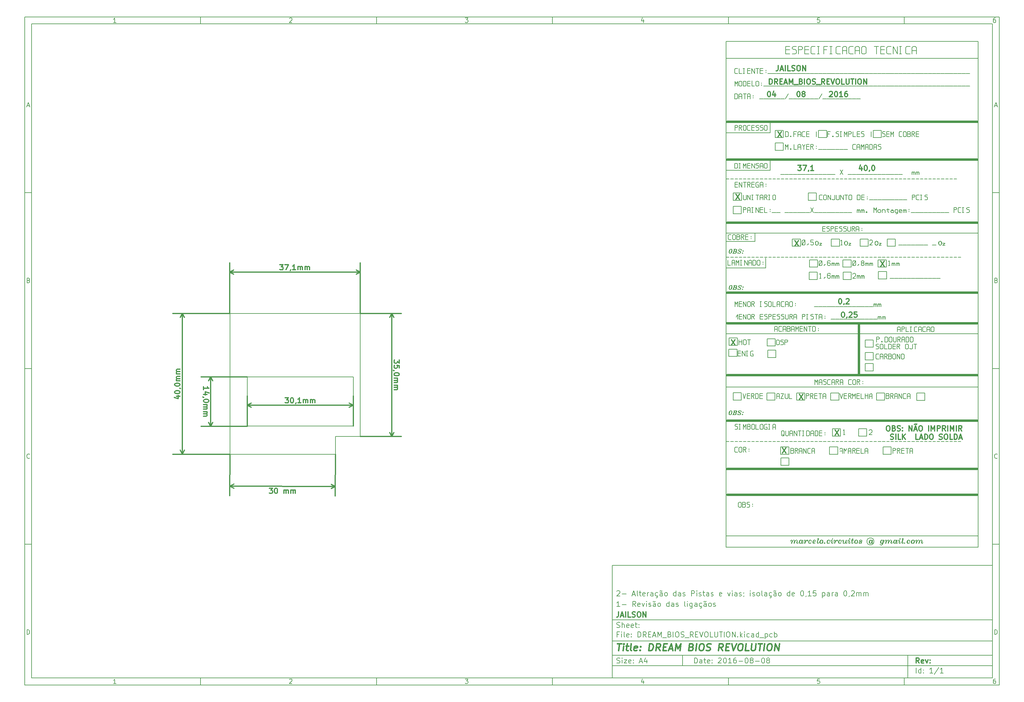
<source format=gbr>
G04 Output by CAMMaster V11.2.74  PentaLogix*
G04 Tue Aug 09 11:47:32 2016*
%FSLAX25Y25*%
%MOIN*%
%IPPOS*%
%ADD11C,0.005906*%
%ADD12C,0.011811*%
%ADD13C,0.015748*%
%ADD102C,0.007874*%
%ADD103C,0.005543*%
%ADD104C,0.027717*%
%ADD105C,0.006652*%

%LPD*%
X0Y0D2*D11*G1X1027568Y-753965D2*Y-779556D1*X775599Y-753965D2*Y-765776D1*X983136Y-687739D2*Y-684646D1*X982855Y-684083*X982292Y-683802*X981448*X980886Y-684083*X980605Y-684646*Y-687739D2*Y-684646D1*X980324Y-684083*X979761Y-683802*X978918*X978355Y-684083*X978074Y-684365*Y-687739D2*Y-683802D1*X975262Y-687739D2*Y-684646D1*X974981Y-684083*X974418Y-683802*X973574*X973012Y-684083*X972731Y-684646*Y-687739D2*Y-684646D1*X972450Y-684083*X971887Y-683802*X971044*X970481Y-684083*X970200Y-684365*Y-687739D2*Y-683802D1*X967669Y-687739D2*X964013D1*X967388Y-684365*X967669Y-683521*Y-682959*X967388Y-682396*X967107Y-682115*X966544Y-681834*X965138*X964576Y-682115*X964294Y-682396*X961482Y-688583D2*X961763Y-688302D1*X962045Y-687739*Y-687458*X957264Y-681834D2*X956702Y-682115D1*X956420Y-682396*X956139Y-682959*X955858Y-684083*Y-685490*X956139Y-686614*X956420Y-687177*X956702Y-687458*X957264Y-687739*X957826*X958389Y-687458*X958670Y-687177*X958951Y-686614*X959233Y-685490*Y-684083*X958951Y-682959*X958670Y-682396*X958389Y-682115*X957826Y-681834*X957264*X948828Y-685208D2*X948265Y-685490D1*X946859*X946297Y-685771*X946015Y-686333*Y-686896*X946297Y-687458*X946859Y-687739*X948265*X948828Y-687458*X946297Y-684083D2*X946859Y-683802D1*X947984*X948546Y-684083*X948828Y-684646*Y-687739*X944328Y-683802D2*X943766D1*X943203Y-684083*X942922Y-684365*X942641Y-684927*Y-687739D2*Y-683802D1*X939829Y-685208D2*X939266Y-685490D1*X937860*X937298Y-685771*X937017Y-686333*Y-686896*X937298Y-687458*X937860Y-687739*X939266*X939829Y-687458*X937298Y-684083D2*X937860Y-683802D1*X938985*X939547Y-684083*X939829Y-684646*Y-687739*X931955Y-687458D2*X932517Y-687739D1*X933642*X934204Y-687458*X934486Y-687177*X934767Y-686614*Y-684927*X934486Y-684365*X934204Y-684083*X933642Y-683802*X932517*X931955Y-684083*Y-683802D2*Y-689708D1*X921550Y-687177D2*X921831Y-687458D1*X922393Y-687739*X923799*X924362Y-687458*X924643Y-687177*X924924Y-686614*Y-685208*X924643Y-684646*X924362Y-684365*X923799Y-684083*X922393*X921831Y-684365*X921550Y-684646*X921831Y-681834*X924643*X915925Y-683521D2*X916488Y-683240D1*X917050Y-682677*X917613Y-681834*Y-687739*X919300D2*X915925D1*X913113Y-688583D2*X913394Y-688302D1*X913676Y-687739*Y-687458*X908895Y-681834D2*X908333Y-682115D1*X908051Y-682396*X907770Y-682959*X907489Y-684083*Y-685490*X907770Y-686614*X908051Y-687177*X908333Y-687458*X908895Y-687739*X909457*X910020Y-687458*X910301Y-687177*X910582Y-686614*X910864Y-685490*Y-684083*X910582Y-682959*X910301Y-682396*X910020Y-682115*X909457Y-681834*X908895*X897928Y-685771D2*X900740Y-685208D1*Y-684646*X900459Y-684083*X899896Y-683802*X898771*X898209Y-684083*X897928Y-684646*Y-686896*X898209Y-687458*X898771Y-687739*X899896*X900459Y-687458*X895397Y-684083D2*X894834Y-683802D1*X893709*X893147Y-684083*X892866Y-684365*X892585Y-684927*Y-686614*X892866Y-687177*X893147Y-687458*X893709Y-687739*X894834*X895397Y-687458*Y-687739D2*Y-681834D1*X883867Y-687739D2*X884711D1*X885273Y-687458*X885554Y-687177*X885835Y-686614*Y-684927*X885554Y-684365*X885273Y-684083*X884711Y-683802*X883867*X883304Y-684083*X883023Y-684365*X882742Y-684927*Y-686614*X883023Y-687177*X883304Y-687458*X883867Y-687739*X880211Y-681834D2*X879930Y-682115D1*X879367Y-682396*X878243Y-681834*X877680Y-682115*X877399Y-682396*X880211Y-685208D2*X879649Y-685490D1*X878243*X877680Y-685771*X877399Y-686333*Y-686896*X877680Y-687458*X878243Y-687739*X879649*X880211Y-687458*X877680Y-684083D2*X878243Y-683802D1*X879367*X879930Y-684083*X880211Y-684646*Y-687739*X873181Y-689708D2*X874024D1*X874587Y-689427*X874868Y-688864*X874587Y-688302*X874024Y-688020*X875149Y-684083D2*X874587Y-683802D1*X873462*X872900Y-684083*X872618Y-684365*X872337Y-684927*Y-686614*X872618Y-687177*X872900Y-687458*X873462Y-687739*X874587*X875149Y-687458*X869806Y-685208D2*X869244Y-685490D1*X867838*X867275Y-685771*X866994Y-686333*Y-686896*X867275Y-687458*X867838Y-687739*X869244*X869806Y-687458*X867275Y-684083D2*X867838Y-683802D1*X868963*X869525Y-684083*X869806Y-684646*Y-687739*X864182Y-681834D2*Y-686896D1*X864463Y-687458*X865026Y-687739*X859682D2*X860526D1*X861089Y-687458*X861370Y-687177*X861651Y-686614*Y-684927*X861370Y-684365*X861089Y-684083*X860526Y-683802*X859682*X859120Y-684083*X858839Y-684365*X858558Y-684927*Y-686614*X858839Y-687177*X859120Y-687458*X859682Y-687739*X856027Y-684083D2*X855464Y-683802D1*X854621*X854058Y-684083*X853777Y-684646*Y-684927*X854058Y-685490*X854621Y-685771*X855464*X856027Y-686052*X856308Y-686614*Y-686896*X856027Y-687458*X855464Y-687739*X854339*X853777Y-687458*X851246Y-682396D2*Y-681834D1*X851527Y-682115*X851246Y-682396*X850965Y-682115*X851246Y-681834*Y-687739D2*Y-683802D1*X843934Y-684646D2*Y-684083D1*X843653Y-684365*X843934Y-684646*X844216Y-684365*X843934Y-684083*X843653Y-688583D2*X843934Y-688302D1*X844216Y-687739*Y-687458*X841122Y-684083D2*X840560Y-683802D1*X839716*X839154Y-684083*X838873Y-684646*Y-684927*X839154Y-685490*X839716Y-685771*X840560*X841122Y-686052*X841403Y-686614*Y-686896*X841122Y-687458*X840560Y-687739*X839435*X838873Y-687458*X836342Y-685208D2*X835779Y-685490D1*X834373*X833811Y-685771*X833529Y-686333*Y-686896*X833811Y-687458*X834373Y-687739*X835779*X836342Y-687458*X833811Y-684083D2*X834373Y-683802D1*X835498*X836060Y-684083*X836342Y-684646*Y-687739*X830999Y-682396D2*Y-681834D1*X831280Y-682115*X830999Y-682396*X830717Y-682115*X830999Y-681834*Y-687739D2*Y-683802D1*X828749D2*X827343Y-687739D1*X825937Y-683802*X816657Y-685771D2*X819469Y-685208D1*Y-684646*X819188Y-684083*X818625Y-683802*X817500*X816938Y-684083*X816657Y-684646*Y-686896*X816938Y-687458*X817500Y-687739*X818625*X819188Y-687458*X809626Y-684083D2*X809064Y-683802D1*X808220*X807658Y-684083*X807376Y-684646*Y-684927*X807658Y-685490*X808220Y-685771*X809064*X809626Y-686052*X809907Y-686614*Y-686896*X809626Y-687458*X809064Y-687739*X807939*X807376Y-687458*X804846Y-685208D2*X804283Y-685490D1*X802877*X802315Y-685771*X802033Y-686333*Y-686896*X802315Y-687458*X802877Y-687739*X804283*X804846Y-687458*X802315Y-684083D2*X802877Y-683802D1*X804002*X804564Y-684083*X804846Y-684646*Y-687739*X800346D2*X799784D1*X799221Y-687458*X798940Y-686896*Y-681834*X798096Y-683802D2*X800346D1*X796128Y-684083D2*X795565Y-683802D1*X794722*X794159Y-684083*X793878Y-684646*Y-684927*X794159Y-685490*X794722Y-685771*X795565*X796128Y-686052*X796409Y-686614*Y-686896*X796128Y-687458*X795565Y-687739*X794441*X793878Y-687458*X791347Y-682396D2*Y-681834D1*X791628Y-682115*X791347Y-682396*X791066Y-682115*X791347Y-681834*Y-687739D2*Y-683802D1*X785442Y-684927D2*X787691D1*X788254Y-684646*X788535Y-684365*X788816Y-683802*Y-682959*X788535Y-682396*X788254Y-682115*X787691Y-681834*X785442*Y-687739*X778130Y-684083D2*X777568Y-683802D1*X776724*X776162Y-684083*X775880Y-684646*Y-684927*X776162Y-685490*X776724Y-685771*X777568*X778130Y-686052*X778411Y-686614*Y-686896*X778130Y-687458*X777568Y-687739*X776443*X775880Y-687458*X773349Y-685208D2*X772787Y-685490D1*X771381*X770819Y-685771*X770537Y-686333*Y-686896*X770819Y-687458*X771381Y-687739*X772787*X773349Y-687458*X770819Y-684083D2*X771381Y-683802D1*X772506*X773068Y-684083*X773349Y-684646*Y-687739*X768006Y-684083D2*X767444Y-683802D1*X766319*X765757Y-684083*X765475Y-684365*X765194Y-684927*Y-686614*X765475Y-687177*X765757Y-687458*X766319Y-687739*X767444*X768006Y-687458*Y-687739D2*Y-681834D1*X756477Y-687739D2*X757320D1*X757883Y-687458*X758164Y-687177*X758445Y-686614*Y-684927*X758164Y-684365*X757883Y-684083*X757320Y-683802*X756477*X755914Y-684083*X755633Y-684365*X755352Y-684927*Y-686614*X755633Y-687177*X755914Y-687458*X756477Y-687739*X752821Y-681834D2*X752540Y-682115D1*X751977Y-682396*X750852Y-681834*X750290Y-682115*X750009Y-682396*X752821Y-685208D2*X752258Y-685490D1*X750852*X750290Y-685771*X750009Y-686333*Y-686896*X750290Y-687458*X750852Y-687739*X752258*X752821Y-687458*X750290Y-684083D2*X750852Y-683802D1*X751977*X752540Y-684083*X752821Y-684646*Y-687739*X745790Y-689708D2*X746634D1*X747196Y-689427*X747478Y-688864*X747196Y-688302*X746634Y-688020*X747759Y-684083D2*X747196Y-683802D1*X746072*X745509Y-684083*X745228Y-684365*X744947Y-684927*Y-686614*X745228Y-687177*X745509Y-687458*X746072Y-687739*X747196*X747759Y-687458*X742416Y-685208D2*X741853Y-685490D1*X740447*X739885Y-685771*X739604Y-686333*Y-686896*X739885Y-687458*X740447Y-687739*X741853*X742416Y-687458*X739885Y-684083D2*X740447Y-683802D1*X741572*X742135Y-684083*X742416Y-684646*Y-687739*X737916Y-683802D2*X737354D1*X736792Y-684083*X736510Y-684365*X736229Y-684927*Y-687739D2*Y-683802D1*X730886Y-685771D2*X733698Y-685208D1*Y-684646*X733417Y-684083*X732855Y-683802*X731730*X731167Y-684083*X730886Y-684646*Y-686896*X731167Y-687458*X731730Y-687739*X732855*X733417Y-687458*X729199Y-687739D2*X728636D1*X728074Y-687458*X727793Y-686896*Y-681834*X726949Y-683802D2*X729199D1*X724699Y-681834D2*Y-686896D1*X724981Y-687458*X725543Y-687739*X722731D2*X720762Y-681834D1*X718794Y-687739*X719356Y-686052D2*X722168D1*X707826Y-685490D2*X712326D1*X705296Y-687739D2*X701640D1*X705014Y-684365*X705296Y-683521*Y-682959*X705014Y-682396*X704733Y-682115*X704171Y-681834*X702765*X702202Y-682115*X701921Y-682396*X812157Y-695894D2*X811595Y-695613D1*X810751*X810189Y-695894*X809907Y-696457*Y-696738*X810189Y-697301*X810751Y-697582*X811595*X812157Y-697863*X812438Y-698425*Y-698707*X812157Y-699269*X811595Y-699550*X810470*X809907Y-699269*X805689Y-699550D2*X806533D1*X807095Y-699269*X807376Y-698988*X807658Y-698425*Y-696738*X807376Y-696176*X807095Y-695894*X806533Y-695613*X805689*X805127Y-695894*X804846Y-696176*X804564Y-696738*Y-698425*X804846Y-698988*X805127Y-699269*X805689Y-699550*X802033Y-693645D2*X801752Y-693926D1*X801190Y-694207*X800065Y-693645*X799502Y-693926*X799221Y-694207*X802033Y-697019D2*X801471Y-697301D1*X800065*X799502Y-697582*X799221Y-698144*Y-698707*X799502Y-699269*X800065Y-699550*X801471*X802033Y-699269*X799502Y-695894D2*X800065Y-695613D1*X801190*X801752Y-695894*X802033Y-696457*Y-699550*X795003Y-701519D2*X795847D1*X796409Y-701238*X796690Y-700675*X796409Y-700113*X795847Y-699831*X796972Y-695894D2*X796409Y-695613D1*X795284*X794722Y-695894*X794441Y-696176*X794159Y-696738*Y-698425*X794441Y-698988*X794722Y-699269*X795284Y-699550*X796409*X796972Y-699269*X791628Y-697019D2*X791066Y-697301D1*X789660*X789098Y-697582*X788816Y-698144*Y-698707*X789098Y-699269*X789660Y-699550*X791066*X791628Y-699269*X789098Y-695894D2*X789660Y-695613D1*X790785*X791347Y-695894*X791628Y-696457*Y-699550*X786285Y-695894D2*X785723Y-695613D1*X784598*X784036Y-695894*X783754Y-696176*X783473Y-696738*Y-698425*X783754Y-698988*X784036Y-699269*X784598Y-699550*X785723*X786285Y-699269*X783754Y-701238D2*X784317Y-701519D1*X785161*X785723Y-701238*X786004Y-700956*X786285Y-700394*Y-695613*X780942Y-694207D2*Y-693645D1*X781224Y-693926*X780942Y-694207*X780661Y-693926*X780942Y-693645*Y-699550D2*Y-695613D1*X777849Y-693645D2*Y-698707D1*X778130Y-699269*X778693Y-699550*X770537Y-695894D2*X769975Y-695613D1*X769131*X768569Y-695894*X768288Y-696457*Y-696738*X768569Y-697301*X769131Y-697582*X769975*X770537Y-697863*X770819Y-698425*Y-698707*X770537Y-699269*X769975Y-699550*X768850*X768288Y-699269*X765757Y-697019D2*X765194Y-697301D1*X763788*X763226Y-697582*X762945Y-698144*Y-698707*X763226Y-699269*X763788Y-699550*X765194*X765757Y-699269*X763226Y-695894D2*X763788Y-695613D1*X764913*X765475Y-695894*X765757Y-696457*Y-699550*X760414Y-695894D2*X759851Y-695613D1*X758726*X758164Y-695894*X757883Y-696176*X757601Y-696738*Y-698425*X757883Y-698988*X758164Y-699269*X758726Y-699550*X759851*X760414Y-699269*Y-699550D2*Y-693645D1*X748884Y-699550D2*X749727D1*X750290Y-699269*X750571Y-698988*X750852Y-698425*Y-696738*X750571Y-696176*X750290Y-695894*X749727Y-695613*X748884*X748321Y-695894*X748040Y-696176*X747759Y-696738*Y-698425*X748040Y-698988*X748321Y-699269*X748884Y-699550*X745228Y-693645D2*X744947Y-693926D1*X744384Y-694207*X743259Y-693645*X742697Y-693926*X742416Y-694207*X745228Y-697019D2*X744666Y-697301D1*X743259*X742697Y-697582*X742416Y-698144*Y-698707*X742697Y-699269*X743259Y-699550*X744666*X745228Y-699269*X742697Y-695894D2*X743259Y-695613D1*X744384*X744947Y-695894*X745228Y-696457*Y-699550*X739885Y-695894D2*X739322Y-695613D1*X738479*X737916Y-695894*X737635Y-696457*Y-696738*X737916Y-697301*X738479Y-697582*X739322*X739885Y-697863*X740166Y-698425*Y-698707*X739885Y-699269*X739322Y-699550*X738198*X737635Y-699269*X735104Y-694207D2*Y-693645D1*X735385Y-693926*X735104Y-694207*X734823Y-693926*X735104Y-693645*Y-699550D2*Y-695613D1*X732855D2*X731448Y-699550D1*X730042Y-695613*X725262Y-697582D2*X728074Y-697019D1*Y-696457*X727793Y-695894*X727230Y-695613*X726105*X725543Y-695894*X725262Y-696457*Y-698707*X725543Y-699269*X726105Y-699550*X727230*X727793Y-699269*X719637Y-696738D2*X721887D1*X722450Y-696457*X722731Y-696176*X723012Y-695613*Y-694770*X722731Y-694207*X722450Y-693926*X721887Y-693645*X719637*Y-699550*X723012D2*X721044Y-696738D1*X707826Y-697301D2*X712326D1*X701921Y-695332D2*X702483Y-695051D1*X703046Y-694488*X703608Y-693645*Y-699550*X705296D2*X701921D1*X726668Y-720079D2*Y-719517D1*X726387Y-719798*X726668Y-720079*X726949Y-719798*X726668Y-719517*Y-723172D2*Y-722610D1*X726387Y-722891*X726668Y-723172*X726949Y-722891*X726668Y-722610*X724699Y-723172D2*X724137D1*X723574Y-722891*X723293Y-722329*Y-717267*X722450Y-719235D2*X724699D1*X717950Y-721204D2*X720762Y-720641D1*Y-720079*X720481Y-719517*X719919Y-719235*X718794*X718231Y-719517*X717950Y-720079*Y-722329*X718231Y-722891*X718794Y-723172*X719919*X720481Y-722891*X712888Y-721204D2*X715700Y-720641D1*Y-720079*X715419Y-719517*X714857Y-719235*X713732*X713170Y-719517*X712888Y-720079*Y-722329*X713170Y-722891*X713732Y-723172*X714857*X715419Y-722891*X707826Y-719798D2*X708108Y-719517D1*X708670Y-719235*X709514*X710076Y-719517*X710357Y-720079*Y-723172*X707826D2*Y-717267D1*X705296Y-717548D2*X704452Y-717267D1*X703046*X702483Y-717548*X702202Y-717829*X701921Y-718392*Y-718954*X702202Y-719517*X702483Y-719798*X703046Y-720079*X704171Y-720360*X704733Y-720641*X705014Y-720923*X705296Y-721485*Y-722047*X705014Y-722610*X704733Y-722891*X704171Y-723172*X702765*X701921Y-722891*X696859Y-714595D2*X1122056D1*X878243Y-733521D2*X878805Y-733802D1*X879930*X880492Y-733521*X880774Y-733240*X881055Y-732677*Y-730990*X880774Y-730428*X880492Y-730146*X879930Y-729865*X878805*X878243Y-730146*Y-733802D2*Y-727897D1*X875712Y-730146D2*X875149Y-729865D1*X874024*X873462Y-730146*X873181Y-730428*X872900Y-730990*Y-732677*X873181Y-733240*X873462Y-733521*X874024Y-733802*X875149*X875712Y-733521*X867838D2*X868400Y-733802D1*X869525*X870087Y-733521*X870369Y-733240*X870650Y-732677*Y-730990*X870369Y-730428*X870087Y-730146*X869525Y-729865*X868400*X867838Y-730146*Y-729865D2*Y-735771D1*X861932Y-734365D2*X866432D1*X860526Y-730146D2*X859964Y-729865D1*X858839*X858276Y-730146*X857995Y-730428*X857714Y-730990*Y-732677*X857995Y-733240*X858276Y-733521*X858839Y-733802*X859964*X860526Y-733521*Y-733802D2*Y-727897D1*X855183Y-731271D2*X854621Y-731553D1*X853215*X852652Y-731834*X852371Y-732396*Y-732959*X852652Y-733521*X853215Y-733802*X854621*X855183Y-733521*X852652Y-730146D2*X853215Y-729865D1*X854339*X854902Y-730146*X855183Y-730709*Y-733802*X850121Y-730146D2*X849559Y-729865D1*X848434*X847871Y-730146*X847590Y-730428*X847309Y-730990*Y-732677*X847590Y-733240*X847871Y-733521*X848434Y-733802*X849559*X850121Y-733521*X844778Y-728459D2*Y-727897D1*X845059Y-728178*X844778Y-728459*X844497Y-728178*X844778Y-727897*Y-733802D2*Y-729865D1*X842247D2*X839997Y-732115D1*X840560Y-731553D2*X842247Y-733802D1*X839997D2*Y-727897D1*X837185Y-733802D2*Y-733240D1*X836904Y-733521*X837185Y-733802*X837466Y-733521*X837185Y-733240*X834373Y-727897D2*Y-733802D1*X830999Y-727897*Y-733802*X825937Y-727897D2*X825374Y-728178D1*X824812Y-728740*X824531Y-729865*Y-731834*X824812Y-732959*X825374Y-733521*X825937Y-733802*X827062*X827624Y-733521*X828186Y-732959*X828468Y-731834*Y-729865*X828186Y-728740*X827624Y-728178*X827062Y-727897*X825937*X822000Y-733802D2*Y-727897D1*X818344Y-733802D2*Y-727897D1*X816657D2*X820031D1*X814688D2*Y-732677D1*X814407Y-733240*X814126Y-733521*X813563Y-733802*X812438*X811876Y-733521*X811595Y-733240*X811314Y-732677*Y-727897*X806533D2*Y-733802D1*X809345*X801471Y-727897D2*X800909Y-728178D1*X800346Y-728740*X800065Y-729865*Y-731834*X800346Y-732959*X800909Y-733521*X801471Y-733802*X802596*X803158Y-733521*X803721Y-732959*X804002Y-731834*Y-729865*X803721Y-728740*X803158Y-728178*X802596Y-727897*X801471*X798378D2*X796409Y-733802D1*X794441Y-727897*X792753D2*X789941D1*Y-733802*X792753*X789941Y-730709D2*X791910D1*X784036Y-730990D2*X786285D1*X786848Y-730709*X787129Y-730428*X787410Y-729865*Y-729022*X787129Y-728459*X786848Y-728178*X786285Y-727897*X784036*Y-733802*X787410D2*X785442Y-730990D1*X778130Y-734365D2*X782630D1*X777005Y-728178D2*X776162Y-727897D1*X774756*X774193Y-728178*X773912Y-728459*X773631Y-729022*Y-729584*X773912Y-730146*X774193Y-730428*X774756Y-730709*X775880Y-730990*X776443Y-731271*X776724Y-731553*X777005Y-732115*Y-732677*X776724Y-733240*X776443Y-733521*X775880Y-733802*X774474*X773631Y-733521*X768850Y-727897D2*X768288Y-728178D1*X767725Y-728740*X767444Y-729865*Y-731834*X767725Y-732959*X768288Y-733521*X768850Y-733802*X769975*X770537Y-733521*X771100Y-732959*X771381Y-731834*Y-729865*X771100Y-728740*X770537Y-728178*X769975Y-727897*X768850*X764913Y-733802D2*Y-727897D1*X759008Y-730709D2*X760976D1*X761538Y-730428*X761820Y-730146*X762101Y-729584*Y-729022*X761820Y-728459*X761538Y-728178*X760976Y-727897*X759008*Y-733802*X761257*X761820Y-733521*X762101Y-733240*X762382Y-732677*Y-731834*X762101Y-731271*X761820Y-730990*X760976Y-730709*X753102Y-734365D2*X757601D1*X751696Y-733802D2*Y-727897D1*X749727Y-732115*X747759Y-727897*Y-733802*X745790D2*X743822Y-727897D1*X741853Y-733802*X742416Y-732115D2*X745228D1*X740166Y-727897D2*X737354D1*Y-733802*X740166*X737354Y-730709D2*X739322D1*X731448Y-730990D2*X733698D1*X734261Y-730709*X734542Y-730428*X734823Y-729865*Y-729022*X734542Y-728459*X734261Y-728178*X733698Y-727897*X731448*Y-733802*X734823D2*X732855Y-730990D1*X725543Y-733802D2*X726949D1*X727793Y-733521*X728355Y-732959*X728636Y-732396*X728918Y-731271*Y-730428*X728636Y-729303*X728355Y-728740*X727793Y-728178*X726949Y-727897*X725543*Y-733802*X718231Y-730709D2*Y-730146D1*X717950Y-730428*X718231Y-730709*X718513Y-730428*X718231Y-730146*Y-733802D2*Y-733240D1*X717950Y-733521*X718231Y-733802*X718513Y-733521*X718231Y-733240*X712888Y-731834D2*X715700Y-731271D1*Y-730709*X715419Y-730146*X714857Y-729865*X713732*X713170Y-730146*X712888Y-730709*Y-732959*X713170Y-733521*X713732Y-733802*X714857*X715419Y-733521*X710076Y-727897D2*Y-732959D1*X710357Y-733521*X710920Y-733802*X707264Y-728459D2*Y-727897D1*X707545Y-728178*X707264Y-728459*X706983Y-728178*X707264Y-727897*Y-733802D2*Y-729865D1*X705014Y-727897D2*X702202D1*Y-733802*X704171Y-730709D2*X702202D1*X696859Y-738217D2*X1122056D1*X1063844Y-769741D2*X1064407Y-769460D1*X1064969Y-768898*X1065532Y-768054*Y-773960*X1067219D2*X1063844D1*X1062157Y-767773D2*X1057095Y-775366D1*X1052033Y-769741D2*X1052596Y-769460D1*X1053158Y-768898*X1053721Y-768054*Y-773960*X1055408D2*X1052033D1*X1045003Y-770866D2*Y-770304D1*X1044722Y-770585*X1045003Y-770866*X1045284Y-770585*X1045003Y-770304*Y-773960D2*Y-773397D1*X1044722Y-773679*X1045003Y-773960*X1045284Y-773679*X1045003Y-773397*X1042191Y-770304D2*X1041628Y-770023D1*X1040504*X1039941Y-770304*X1039660Y-770585*X1039379Y-771148*Y-772835*X1039660Y-773397*X1039941Y-773679*X1040504Y-773960*X1041628*X1042191Y-773679*Y-773960D2*Y-768054D1*X1036848Y-773960D2*Y-768054D1*X736229Y-760968D2*X732573D1*X733979Y-756749*X735385Y-758999D2*Y-762936D1*X730886D2*X728918Y-757031D1*X726949Y-762936*X727511Y-761249D2*X730324D1*X720481Y-759843D2*Y-759280D1*X720200Y-759562*X720481Y-759843*X720762Y-759562*X720481Y-759280*Y-762936D2*Y-762374D1*X720200Y-762655*X720481Y-762936*X720762Y-762655*X720481Y-762374*X715138Y-760968D2*X717950Y-760405D1*Y-759843*X717669Y-759280*X717107Y-758999*X715982*X715419Y-759280*X715138Y-759843*Y-762092*X715419Y-762655*X715982Y-762936*X717107*X717669Y-762655*X713170Y-762936D2*X710076D1*X713170Y-758999*X710076*X707826Y-757593D2*Y-757031D1*X708108Y-757312*X707826Y-757593*X707545Y-757312*X707826Y-757031*Y-762936D2*Y-758999D1*X705296Y-757312D2*X704452Y-757031D1*X703046*X702483Y-757312*X702202Y-757593*X701921Y-758155*Y-758718*X702202Y-759280*X702483Y-759562*X703046Y-759843*X704171Y-760124*X704733Y-760405*X705014Y-760686*X705296Y-761249*Y-761811*X705014Y-762374*X704733Y-762655*X704171Y-762936*X702765*X701921Y-762655*X696859Y-753965D2*X1122056D1*X696859Y-765776D2*X1122056D1*X871775Y-759562D2*X872337Y-759843D1*X872618Y-760124*X872900Y-760686*Y-761811*X872618Y-762374*X872337Y-762655*X871775Y-762936*X870650*X870087Y-762655*X869806Y-762374*X869525Y-761811*Y-760686*X869806Y-760124*X870087Y-759843*X870650Y-759562*X871775*X872337Y-759280*X872618Y-758999*X872900Y-758437*Y-758155*X872618Y-757593*X872337Y-757312*X871775Y-757031*X870650*X870087Y-757312*X869806Y-757593*X869525Y-758155*Y-758437*X869806Y-758999*X870087Y-759280*X870650Y-759562*X865307Y-757031D2*X864744Y-757312D1*X864463Y-757593*X864182Y-758155*X863901Y-759280*Y-760686*X864182Y-761811*X864463Y-762374*X864744Y-762655*X865307Y-762936*X865869*X866432Y-762655*X866713Y-762374*X866994Y-761811*X867275Y-760686*Y-759280*X866994Y-758155*X866713Y-757593*X866432Y-757312*X865869Y-757031*X865307*X856870Y-760686D2*X861370D1*X853214Y-759562D2*X853777Y-759843D1*X854058Y-760124*X854339Y-760686*Y-761811*X854058Y-762374*X853777Y-762655*X853214Y-762936*X852090*X851527Y-762655*X851246Y-762374*X850965Y-761811*Y-760686*X851246Y-760124*X851527Y-759843*X852090Y-759562*X853214*X853777Y-759280*X854058Y-758999*X854339Y-758437*Y-758155*X854058Y-757593*X853777Y-757312*X853214Y-757031*X852090*X851527Y-757312*X851246Y-757593*X850965Y-758155*Y-758437*X851246Y-758999*X851527Y-759280*X852090Y-759562*X846747Y-757031D2*X846184Y-757312D1*X845903Y-757593*X845622Y-758155*X845340Y-759280*Y-760686*X845622Y-761811*X845903Y-762374*X846184Y-762655*X846747Y-762936*X847309*X847871Y-762655*X848153Y-762374*X848434Y-761811*X848715Y-760686*Y-759280*X848434Y-758155*X848153Y-757593*X847871Y-757312*X847309Y-757031*X846747*X838310Y-760686D2*X842810D1*X832405Y-760405D2*X832686Y-759843D1*X832967Y-759562*X833529Y-759280*X834654*X835217Y-759562*X835498Y-759843*X835779Y-760405*Y-761811*X835498Y-762374*X835217Y-762655*X834654Y-762936*X833529*X832967Y-762655*X832686Y-762374*X832405Y-761811*Y-759562*X832686Y-758437*X833248Y-757593*X833529Y-757312*X834092Y-757031*X835217*X826780Y-758718D2*X827343Y-758437D1*X827905Y-757874*X828468Y-757031*Y-762936*X830155D2*X826780D1*X822562Y-757031D2*X822000Y-757312D1*X821718Y-757593*X821437Y-758155*X821156Y-759280*Y-760686*X821437Y-761811*X821718Y-762374*X822000Y-762655*X822562Y-762936*X823125*X823687Y-762655*X823968Y-762374*X824249Y-761811*X824531Y-760686*Y-759280*X824249Y-758155*X823968Y-757593*X823687Y-757312*X823125Y-757031*X822562*X818906Y-762936D2*X815251D1*X818625Y-759562*X818906Y-758718*Y-758155*X818625Y-757593*X818344Y-757312*X817781Y-757031*X816375*X815813Y-757312*X815532Y-757593*X808501Y-759843D2*Y-759280D1*X808220Y-759562*X808501Y-759843*X808783Y-759562*X808501Y-759280*Y-762936D2*Y-762374D1*X808220Y-762655*X808501Y-762936*X808783Y-762655*X808501Y-762374*X803158Y-760968D2*X805970Y-760405D1*Y-759843*X805689Y-759280*X805127Y-758999*X804002*X803439Y-759280*X803158Y-759843*Y-762092*X803439Y-762655*X804002Y-762936*X805127*X805689Y-762655*X801471Y-762936D2*X800909D1*X800346Y-762655*X800065Y-762092*Y-757031*X799221Y-758999D2*X801471D1*X797253Y-760405D2*X796690Y-760686D1*X795284*X794722Y-760968*X794441Y-761530*Y-762092*X794722Y-762655*X795284Y-762936*X796690*X797253Y-762655*X794722Y-759280D2*X795284Y-758999D1*X796409*X796972Y-759280*X797253Y-759843*Y-762936*X788816D2*X790222D1*X791066Y-762655*X791628Y-762092*X791910Y-761530*X792191Y-760405*Y-759562*X791910Y-758437*X791628Y-757874*X791066Y-757312*X790222Y-757031*X788816*Y-762936*X1124652Y-730662D2*X1125871D1*X1126602Y-730418*X1127090Y-729931*X1127333Y-729443*X1127577Y-728468*Y-727737*X1127333Y-726762*X1127090Y-726275*X1126602Y-725787*X1125871Y-725544*X1124652*Y-730662*X1127577Y-529181D2*X1127333Y-528937D1*X1126602Y-528693*X1126115*X1125384Y-528937*X1124896Y-529424*X1124652Y-529912*X1124409Y-530887*Y-531618*X1124652Y-532593*X1124896Y-533080*X1125384Y-533568*X1126115Y-533811*X1126602*X1127333Y-533568*X1127577Y-533324*X1124652Y-334280D2*X1126359D1*X1126846Y-334036*X1127090Y-333793*X1127333Y-333305*Y-332818*X1127090Y-332330*X1126846Y-332087*X1126359Y-331843*X1124652*Y-336961*X1126602*X1127090Y-336717*X1127333Y-336474*X1127577Y-335986*Y-335255*X1127333Y-334768*X1127090Y-334524*X1126359Y-334280*X1127699Y-140111D2*X1125993Y-134993D1*X1124287Y-140111*X1124774Y-138648D2*X1127211D1*X1129930Y-629921D2*X1122056D1*X1129930Y-433071D2*X1122056D1*X1129930Y-236220D2*X1122056D1*X41967Y-730662D2*X43185D1*X43916Y-730418*X44404Y-729931*X44648Y-729443*X44891Y-728468*Y-727737*X44648Y-726762*X44404Y-726275*X43916Y-725787*X43185Y-725544*X41967*Y-730662*X44891Y-529181D2*X44648Y-528937D1*X43916Y-528693*X43429*X42698Y-528937*X42210Y-529424*X41967Y-529912*X41723Y-530887*Y-531618*X41967Y-532593*X42210Y-533080*X42698Y-533568*X43429Y-533811*X43916*X44648Y-533568*X44891Y-533324*X41967Y-334280D2*X43673D1*X44160Y-334036*X44404Y-333793*X44648Y-333305*Y-332818*X44404Y-332330*X44160Y-332087*X43673Y-331843*X41967*Y-336961*X43916*X44404Y-336717*X44648Y-336474*X44891Y-335986*Y-335255*X44648Y-334768*X44404Y-334524*X43673Y-334280*X45013Y-140111D2*X43307Y-134993D1*X41601Y-140111*X42089Y-138648D2*X44526D1*X39370Y-629921D2*X47244D1*X39370Y-433071D2*X47244D1*X39370Y-236220D2*X47244D1*X1123022Y-783615D2*X1123266Y-783127D1*X1123510Y-782884*X1123997Y-782640*X1124972*X1125459Y-782884*X1125703Y-783127*X1125947Y-783615*Y-784833*X1125703Y-785321*X1125459Y-785565*X1124972Y-785808*X1123997*X1123510Y-785565*X1123266Y-785321*X1123022Y-784833*Y-782884*X1123266Y-781909*X1123753Y-781178*X1123997Y-780934*X1124484Y-780690*X1125459*X926172Y-785321D2*X926415Y-785565D1*X926903Y-785808*X928121*X928609Y-785565*X928853Y-785321*X929096Y-784833*Y-783615*X928853Y-783127*X928609Y-782884*X928121Y-782640*X926903*X926415Y-782884*X926172Y-783127*X926415Y-780690*X928853*X732490Y-784102D2*X729321D1*X730540Y-780446*X731759Y-782396D2*Y-785808D1*X532227Y-785321D2*X532471Y-785565D1*X532958Y-785808*X534421*X534908Y-785565*X535152Y-785321*X535396Y-784833*Y-783615*X535152Y-783127*X534908Y-782884*X534421Y-782640*X533690*X535396Y-780690*X532227*X338545Y-785808D2*X335377D1*X338301Y-782884*X338545Y-782152*Y-781665*X338301Y-781178*X338058Y-780934*X337570Y-780690*X336352*X335864Y-780934*X335621Y-781178*X138770Y-782152D2*X139258Y-781909D1*X139745Y-781421*X140232Y-780690*Y-785808*X141695D2*X138770D1*X1023622Y-779556D2*Y-787430D1*X826772Y-779556D2*Y-787430D1*X629921Y-779556D2*Y-787430D1*X433071Y-779556D2*Y-787430D1*X236220Y-779556D2*Y-787430D1*X1123022Y-43429D2*X1123266Y-42941D1*X1123510Y-42698*X1123997Y-42454*X1124972*X1125459Y-42698*X1125703Y-42941*X1125947Y-43429*Y-44648*X1125703Y-45135*X1125459Y-45379*X1124972Y-45622*X1123997*X1123510Y-45379*X1123266Y-45135*X1123022Y-44648*Y-42698*X1123266Y-41723*X1123753Y-40992*X1123997Y-40748*X1124484Y-40504*X1125459*X926172Y-45135D2*X926415Y-45379D1*X926903Y-45622*X928121*X928609Y-45379*X928853Y-45135*X929096Y-44648*Y-43429*X928853Y-42941*X928609Y-42698*X928121Y-42454*X926903*X926415Y-42698*X926172Y-42941*X926415Y-40504*X928853*X732490Y-43916D2*X729321D1*X730540Y-40261*X731759Y-42210D2*Y-45622D1*X532227Y-45135D2*X532471Y-45379D1*X532958Y-45622*X534421*X534908Y-45379*X535152Y-45135*X535396Y-44648*Y-43429*X535152Y-42941*X534908Y-42698*X534421Y-42454*X533690*X535396Y-40504*X532227*X338545Y-45622D2*X335377D1*X338301Y-42698*X338545Y-41967*Y-41479*X338301Y-40992*X338058Y-40748*X337570Y-40504*X336352*X335864Y-40748*X335621Y-40992*X138770Y-41967D2*X139258Y-41723D1*X139745Y-41235*X140232Y-40504*Y-45622*X141695D2*X138770D1*X1023622Y-47244D2*Y-39370D1*X826772Y-47244D2*Y-39370D1*X629921Y-47244D2*Y-39370D1*X433071Y-47244D2*Y-39370D1*X236220Y-47244D2*Y-39370D1*X47244Y-47244D2*X1122056D1*Y-779556*X47244*Y-47244*X39370Y-39370D2*X1129930D1*Y-787430*X39370*Y-39370*X696859Y-653572D2*X1122056D1*Y-779556*X696859*Y-653572*D12*X913170Y-93766D2*Y-99672D1*X909795Y-93766*Y-99672*X904733Y-93766D2*X904171Y-94047D1*X903609Y-94610*X903327Y-95735*Y-97703*X903609Y-98828*X904171Y-99390*X904733Y-99672*X905858*X906421Y-99390*X906983Y-98828*X907264Y-97703*Y-95735*X906983Y-94610*X906421Y-94047*X905858Y-93766*X904733*X901078Y-94047D2*X900234Y-93766D1*X898828*X898265Y-94047*X897984Y-94328*X897703Y-94891*Y-95453*X897984Y-96016*X898265Y-96297*X898828Y-96578*X899953Y-96859*X900515Y-97141*X900796Y-97422*X901078Y-97984*Y-98547*X900796Y-99109*X900515Y-99390*X899953Y-99672*X898547*X897703Y-99390*X893204Y-93766D2*Y-99672D1*X896016*X890391D2*Y-93766D1*X888423Y-99672D2*X886454Y-93766D1*X884486Y-99672*X885048Y-97984D2*X887861D1*X880268Y-99672D2*X880830D1*X881674Y-99390*X882236Y-98828*X882517Y-97984*Y-93766*X981415Y-108766D2*Y-114672D1*X978041Y-108766*Y-114672*X972979Y-108766D2*X972416Y-109047D1*X971854Y-109610*X971573Y-110735*Y-112703*X971854Y-113828*X972416Y-114390*X972979Y-114672*X974104*X974666Y-114390*X975228Y-113828*X975510Y-112703*Y-110735*X975228Y-109610*X974666Y-109047*X974104Y-108766*X972979*X969042Y-114672D2*Y-108766D1*X965386Y-114672D2*Y-108766D1*X963699D2*X967073D1*X961730D2*Y-113547D1*X961449Y-114109*X961168Y-114390*X960605Y-114672*X959480*X958918Y-114390*X958637Y-114109*X958355Y-113547*Y-108766*X953575D2*Y-114672D1*X956387*X948513Y-108766D2*X947951Y-109047D1*X947388Y-109610*X947107Y-110735*Y-112703*X947388Y-113828*X947951Y-114390*X948513Y-114672*X949638*X950200Y-114390*X950763Y-113828*X951044Y-112703*Y-110735*X950763Y-109610*X950200Y-109047*X949638Y-108766*X948513*X945420D2*X943451Y-114672D1*X941483Y-108766*X939795D2*X936983D1*Y-114672*X939795*X936983Y-111578D2*X938952D1*X931078Y-111859D2*X933327D1*X933890Y-111578*X934171Y-111297*X934452Y-110735*Y-109891*X934171Y-109328*X933890Y-109047*X933327Y-108766*X931078*Y-114672*X934452D2*X932484Y-111859D1*X925172Y-115234D2*X929672D1*X924047Y-109047D2*X923204Y-108766D1*X921798*X921235Y-109047*X920954Y-109328*X920673Y-109891*Y-110453*X920954Y-111016*X921235Y-111297*X921798Y-111578*X922922Y-111859*X923485Y-112141*X923766Y-112422*X924047Y-112984*Y-113547*X923766Y-114109*X923485Y-114390*X922922Y-114672*X921516*X920673Y-114390*X915892Y-108766D2*X915330Y-109047D1*X914767Y-109610*X914486Y-110735*Y-112703*X914767Y-113828*X915330Y-114390*X915892Y-114672*X917017*X917579Y-114390*X918142Y-113828*X918423Y-112703*Y-110735*X918142Y-109610*X917579Y-109047*X917017Y-108766*X915892*X911955Y-114672D2*Y-108766D1*X906049Y-111578D2*X908018D1*X908580Y-111297*X908862Y-111016*X909143Y-110453*Y-109891*X908862Y-109328*X908580Y-109047*X908018Y-108766*X906049*Y-114672*X908299*X908862Y-114390*X909143Y-114109*X909424Y-113547*Y-112703*X909143Y-112141*X908862Y-111859*X908018Y-111578*X900144Y-115234D2*X904643D1*X898738Y-114672D2*Y-108766D1*X896769Y-112984*X894801Y-108766*Y-114672*X892832D2*X890864Y-108766D1*X888895Y-114672*X889458Y-112984D2*X892270D1*X887208Y-108766D2*X884396D1*Y-114672*X887208*X884396Y-111578D2*X886364D1*X878490Y-111859D2*X880740D1*X881303Y-111578*X881584Y-111297*X881865Y-110735*Y-109891*X881584Y-109328*X881303Y-109047*X880740Y-108766*X878490*Y-114672*X881865D2*X879896Y-111859D1*X872585Y-114672D2*X873991D1*X874835Y-114390*X875397Y-113828*X875678Y-113265*X875959Y-112141*Y-111297*X875678Y-110172*X875397Y-109610*X874835Y-109047*X873991Y-108766*X872585*Y-114672*X879781Y-126703D2*X876125D1*X877531Y-122485*X878937Y-124735D2*Y-128672D1*X871907Y-122766D2*X871344Y-123047D1*X871063Y-123328*X870782Y-123891*X870501Y-125016*Y-126422*X870782Y-127547*X871063Y-128109*X871344Y-128390*X871907Y-128672*X872469*X873031Y-128390*X873313Y-128109*X873594Y-127547*X873875Y-126422*Y-125016*X873594Y-123891*X873313Y-123328*X873031Y-123047*X872469Y-122766*X871907*X911375Y-125297D2*X911937Y-125578D1*X912218Y-125859*X912499Y-126422*Y-127547*X912218Y-128109*X911937Y-128390*X911375Y-128672*X910250*X909687Y-128390*X909406Y-128109*X909125Y-127547*Y-126422*X909406Y-125859*X909687Y-125578*X910250Y-125297*X911375*X911937Y-125016*X912218Y-124735*X912499Y-124172*Y-123891*X912218Y-123328*X911937Y-123047*X911375Y-122766*X910250*X909687Y-123047*X909406Y-123328*X909125Y-123891*Y-124172*X909406Y-124735*X909687Y-125016*X910250Y-125297*X904907Y-122766D2*X904344Y-123047D1*X904063Y-123328*X903782Y-123891*X903501Y-125016*Y-126422*X903782Y-127547*X904063Y-128109*X904344Y-128390*X904907Y-128672*X905469*X906031Y-128390*X906313Y-128109*X906594Y-127547*X906875Y-126422*Y-125016*X906594Y-123891*X906313Y-123328*X906031Y-123047*X905469Y-122766*X904907*X956749Y-126141D2*X957030Y-125578D1*X957312Y-125297*X957874Y-125016*X958999*X959561Y-125297*X959843Y-125578*X960124Y-126141*Y-127547*X959843Y-128109*X959561Y-128390*X958999Y-128672*X957874*X957312Y-128390*X957030Y-128109*X956749Y-127547*Y-125297*X957030Y-124172*X957593Y-123328*X957874Y-123047*X958436Y-122766*X959561*X951125Y-124453D2*X951687Y-124172D1*X952250Y-123610*X952812Y-122766*Y-128672*X954499D2*X951125D1*X946907Y-122766D2*X946344Y-123047D1*X946063Y-123328*X945782Y-123891*X945501Y-125016*Y-126422*X945782Y-127547*X946063Y-128109*X946344Y-128390*X946907Y-128672*X947469*X948031Y-128390*X948313Y-128109*X948594Y-127547*X948875Y-126422*Y-125016*X948594Y-123891*X948313Y-123328*X948031Y-123047*X947469Y-122766*X946907*X943251Y-128672D2*X939595D1*X942970Y-125297*X943251Y-124453*Y-123891*X942970Y-123328*X942688Y-123047*X942126Y-122766*X940720*X940157Y-123047*X939876Y-123328*X885969Y-167766D2*X882031Y-173672D1*Y-167766D2*X885969Y-173672D1*X838969Y-237766D2*X835031Y-243672D1*Y-237766D2*X838969Y-243672D1*X1000969Y-312766D2*X997031Y-318672D1*Y-312766D2*X1000969Y-318672D1*X904969Y-289766D2*X901031Y-295672D1*Y-289766D2*X904969Y-295672D1*X961906Y-360672D2*X958250D1*X961624Y-357297*X961906Y-356453*Y-355891*X961624Y-355328*X961343Y-355047*X960781Y-354766*X959375*X958812Y-355047*X958531Y-355328*X955719Y-361515D2*X956000Y-361234D1*X956281Y-360672*Y-360390*X951501Y-354766D2*X950938Y-355047D1*X950657Y-355328*X950376Y-355891*X950094Y-357016*Y-358422*X950376Y-359547*X950657Y-360109*X950938Y-360390*X951501Y-360672*X952063*X952625Y-360390*X952907Y-360109*X953188Y-359547*X953469Y-358422*Y-357016*X953188Y-355891*X952907Y-355328*X952625Y-355047*X952063Y-354766*X951501*X967343Y-375109D2*X967624Y-375390D1*X968187Y-375672*X969593*X970155Y-375390*X970436Y-375109*X970718Y-374547*Y-373141*X970436Y-372578*X970155Y-372297*X969593Y-372016*X968187*X967624Y-372297*X967343Y-372578*X967624Y-369766*X970436*X965093Y-375672D2*X961438D1*X964812Y-372297*X965093Y-371453*Y-370891*X964812Y-370328*X964531Y-370047*X963969Y-369766*X962562*X962000Y-370047*X961719Y-370328*X958907Y-376515D2*X959188Y-376234D1*X959469Y-375672*Y-375390*X954688Y-369766D2*X954126Y-370047D1*X953845Y-370328*X953564Y-370891*X953282Y-372016*Y-373422*X953564Y-374547*X953845Y-375109*X954126Y-375390*X954688Y-375672*X955251*X955813Y-375390*X956094Y-375109*X956376Y-374547*X956657Y-373422*Y-372016*X956376Y-370891*X956094Y-370328*X955813Y-370047*X955251Y-369766*X954688*X833969Y-400766D2*X830031Y-406672D1*Y-400766D2*X833969Y-406672D1*X909969Y-461766D2*X906031Y-467672D1*Y-461766D2*X909969Y-467672D1*X949969Y-501766D2*X946031Y-507672D1*Y-501766D2*X949969Y-507672D1*X1088495Y-512396D2*X1086526Y-506490D1*X1084558Y-512396*X1085120Y-510709D2*X1087933D1*X1079496Y-512396D2*X1080902D1*X1081746Y-512115*X1082308Y-511552*X1082589Y-510990*X1082871Y-509865*Y-509021*X1082589Y-507896*X1082308Y-507334*X1081746Y-506772*X1080902Y-506490*X1079496*Y-512396*X1074715Y-506490D2*Y-512396D1*X1077528*X1069654Y-506490D2*X1069091Y-506772D1*X1068529Y-507334*X1068247Y-508459*Y-510427*X1068529Y-511552*X1069091Y-512115*X1069654Y-512396*X1070778*X1071341Y-512115*X1071903Y-511552*X1072184Y-510427*Y-508459*X1071903Y-507334*X1071341Y-506772*X1070778Y-506490*X1069654*X1065998Y-506772D2*X1065154Y-506490D1*X1063748*X1063186Y-506772*X1062904Y-507053*X1062623Y-507615*Y-508178*X1062904Y-508740*X1063186Y-509021*X1063748Y-509303*X1064873Y-509584*X1065435Y-509865*X1065717Y-510146*X1065998Y-510709*Y-511271*X1065717Y-511834*X1065435Y-512115*X1064873Y-512396*X1063467*X1062623Y-512115*X1053343Y-506490D2*X1052781Y-506772D1*X1052218Y-507334*X1051937Y-508459*Y-510427*X1052218Y-511552*X1052781Y-512115*X1053343Y-512396*X1054468*X1055030Y-512115*X1055593Y-511552*X1055874Y-510427*Y-508459*X1055593Y-507334*X1055030Y-506772*X1054468Y-506490*X1053343*X1046313Y-512396D2*X1047719D1*X1048562Y-512115*X1049125Y-511552*X1049406Y-510990*X1049687Y-509865*Y-509021*X1049406Y-507896*X1049125Y-507334*X1048562Y-506772*X1047719Y-506490*X1046313*Y-512396*X1044344D2*X1042376Y-506490D1*X1040407Y-512396*X1040970Y-510709D2*X1043782D1*X1036470Y-506490D2*Y-512396D1*X1039282*X1024940Y-506490D2*X1021566Y-509865D1*X1024940Y-512396D2*X1022409Y-509021D1*X1021566Y-512396D2*Y-506490D1*X1016785D2*Y-512396D1*X1019597*X1013973D2*Y-506490D1*X1011442Y-506772D2*X1010598Y-506490D1*X1009192*X1008630Y-506772*X1008349Y-507053*X1008067Y-507615*Y-508178*X1008349Y-508740*X1008630Y-509021*X1009192Y-509303*X1010317Y-509584*X1010880Y-509865*X1011161Y-510146*X1011442Y-510709*Y-511271*X1011161Y-511834*X1010880Y-512115*X1010317Y-512396*X1008911*X1008067Y-512115*X1084558Y-500135D2*X1086808D1*X1087370Y-499854*X1087651Y-499573*X1087933Y-499010*Y-498166*X1087651Y-497604*X1087370Y-497323*X1086808Y-497042*X1084558*Y-502947*X1087933D2*X1085964Y-500135D1*X1081746Y-502947D2*Y-497042D1*X1078934Y-502947D2*Y-497042D1*X1076965Y-501260*X1074997Y-497042*Y-502947*X1072184D2*Y-497042D1*X1066279Y-500135D2*X1068529D1*X1069091Y-499854*X1069372Y-499573*X1069654Y-499010*Y-498166*X1069372Y-497604*X1069091Y-497323*X1068529Y-497042*X1066279*Y-502947*X1069654D2*X1067685Y-500135D1*X1060373D2*X1062623D1*X1063186Y-499854*X1063467Y-499573*X1063748Y-499010*Y-498166*X1063467Y-497604*X1063186Y-497323*X1062623Y-497042*X1060373*Y-502947*X1057561D2*Y-497042D1*X1055593Y-501260*X1053624Y-497042*Y-502947*X1050812D2*Y-497042D1*X1041251D2*X1040688Y-497323D1*X1040126Y-497885*X1039845Y-499010*Y-500979*X1040126Y-502104*X1040688Y-502666*X1041251Y-502947*X1042376*X1042938Y-502666*X1043501Y-502104*X1043782Y-500979*Y-499010*X1043501Y-497885*X1042938Y-497323*X1042376Y-497042*X1041251*X1037595Y-495073D2*X1037314Y-495354D1*X1036751Y-495636*X1035627Y-495073*X1035064Y-495354*X1034783Y-495636*X1038157Y-502947D2*X1036189Y-497042D1*X1034220Y-502947*X1034783Y-501260D2*X1037595D1*X1032252Y-497042D2*Y-502947D1*X1028877Y-497042*Y-502947*X1021566Y-499854D2*Y-499291D1*X1021285Y-499573*X1021566Y-499854*X1021847Y-499573*X1021566Y-499291*Y-502947D2*Y-502385D1*X1021285Y-502666*X1021566Y-502947*X1021847Y-502666*X1021566Y-502385*X1019035Y-497323D2*X1018191Y-497042D1*X1016785*X1016223Y-497323*X1015941Y-497604*X1015660Y-498166*Y-498729*X1015941Y-499291*X1016223Y-499573*X1016785Y-499854*X1017910Y-500135*X1018472Y-500416*X1018754Y-500697*X1019035Y-501260*Y-501822*X1018754Y-502385*X1018472Y-502666*X1017910Y-502947*X1016504*X1015660Y-502666*X1010036Y-499854D2*X1012004D1*X1012567Y-499573*X1012848Y-499291*X1013129Y-498729*Y-498166*X1012848Y-497604*X1012567Y-497323*X1012004Y-497042*X1010036*Y-502947*X1012286*X1012848Y-502666*X1013129Y-502385*X1013411Y-501822*Y-500979*X1013129Y-500416*X1012848Y-500135*X1012004Y-499854*X1004974Y-497042D2*X1004412Y-497323D1*X1003849Y-497885*X1003568Y-499010*Y-500979*X1003849Y-502104*X1004412Y-502666*X1004974Y-502947*X1006099*X1006661Y-502666*X1007224Y-502104*X1007505Y-500979*Y-499010*X1007224Y-497885*X1006661Y-497323*X1006099Y-497042*X1004974*X890969Y-521766D2*X887031Y-527672D1*Y-521766D2*X890969Y-527672D1*X273364Y-562491D2*X268924Y-564790D1*X273354Y-567108*X382494Y-562722D2*X386924Y-565040D1*X382484Y-567339*X387000Y-529250D2*X386902Y-575670D1*X269000Y-529000D2*X268902Y-575420D1*X268924Y-564790D2*X386924Y-565040D1*X342249Y-572932D2*X342256Y-569839D1*X341976Y-569276*X341414Y-568993*X340570Y-568991*X340007Y-569271*X339725Y-569833*X339718Y-572927D2*X339725Y-569833D1*X339445Y-569270*X338883Y-568988*X338039Y-568986*X337476Y-569266*X337194Y-569547*X337187Y-572921D2*X337196Y-568984D1*X334375Y-572915D2*X334382Y-569822D1*X334102Y-569259*X333540Y-568976*X332696Y-568975*X332133Y-569255*X331851Y-569817*X331844Y-572910D2*X331851Y-569817D1*X331571Y-569254*X331009Y-568971*X330165Y-568969*X329602Y-569249*X329320Y-569530*X329313Y-572905D2*X329322Y-568968D1*X320327Y-566980D2*X319764Y-567260D1*X319482Y-567541*X319200Y-568102*X318916Y-569227*X318913Y-570633*X319192Y-571758*X319472Y-572321*X319753Y-572603*X320314Y-572886*X320877Y-572887*X321440Y-572607*X321722Y-572326*X322004Y-571764*X322288Y-570640*X322291Y-569234*X322012Y-568108*X321732Y-567545*X321451Y-567264*X320889Y-566981*X320327Y-566980*X313004Y-572308D2*X313285Y-572589D1*X313847Y-572872*X315534Y-572875*X316097Y-572595*X316379Y-572315*X316661Y-571753*X316664Y-570347*X316384Y-569784*X316103Y-569502*X315542Y-569220*X314698Y-569218*X316671Y-566972*X313015Y-566964*X213441Y-524565D2*X215750Y-529000D1*X218059Y-524565*X213441Y-375935D2*X215750Y-371500D1*X218059Y-375935*X269000Y-371500D2*X205120D1*X269000Y-529000D2*X205120D1*X215750D2*Y-371500D1*X213107Y-433940D2*X210013D1*X209451Y-434221*X209170Y-434783*Y-435627*X209451Y-436189*X210013Y-436470*X213107D2*X210013D1*X209451Y-436752*X209170Y-437314*Y-438158*X209451Y-438720*X209732Y-439001*X213107D2*X209170D1*X213107Y-441814D2*X210013D1*X209451Y-442095*X209170Y-442657*Y-443501*X209451Y-444063*X210013Y-444344*X213107D2*X210013D1*X209451Y-444626*X209170Y-445188*Y-446032*X209451Y-446594*X209732Y-446875*X213107D2*X209170D1*X207201Y-451375D2*X207482Y-451937D1*X207764Y-452219*X208326Y-452500*X209451Y-452781*X210857*X211982Y-452500*X212544Y-452219*X212825Y-451937*X213107Y-451375*Y-450812*X212825Y-450250*X212544Y-449969*X211982Y-449688*X210857Y-449406*X209451*X208326Y-449688*X207764Y-449969*X207482Y-450250*X207201Y-450812*Y-451375*X213950Y-455593D2*X213669Y-455312D1*X213107Y-455031*X212825*X207201Y-459811D2*X207482Y-460374D1*X207764Y-460655*X208326Y-460936*X209451Y-461217*X210857*X211982Y-460936*X212544Y-460655*X212825Y-460374*X213107Y-459811*Y-459249*X212825Y-458686*X212544Y-458405*X211982Y-458124*X210857Y-457843*X209451*X208326Y-458124*X207764Y-458405*X207482Y-458686*X207201Y-459249*Y-459811*X211138Y-463186D2*Y-466842D1*X206920Y-465436*X209170Y-464030D2*X213107D1*X273185Y-322941D2*X268750Y-325250D1*X273185Y-327559*X410315Y-322941D2*X414750Y-325250D1*X410315Y-327559*X414750Y-371500D2*Y-314620D1*X268750Y-371500D2*Y-314620D1*Y-325250D2*X414750D1*X358060Y-322607D2*Y-319513D1*X357779Y-318951*X357217Y-318670*X356373*X355811Y-318951*X355530Y-319513*Y-322607D2*Y-319513D1*X355248Y-318951*X354686Y-318670*X353842*X353280Y-318951*X352999Y-319232*Y-322607D2*Y-318670D1*X350186Y-322607D2*Y-319513D1*X349905Y-318951*X349343Y-318670*X348499*X347937Y-318951*X347656Y-319513*Y-322607D2*Y-319513D1*X347374Y-318951*X346812Y-318670*X345968*X345406Y-318951*X345125Y-319232*Y-322607D2*Y-318670D1*X339219Y-318388D2*X339781Y-318107D1*X340344Y-317545*X340906Y-316701*Y-322607*X342594D2*X339219D1*X336407Y-323450D2*X336688Y-323169D1*X336969Y-322607*Y-322325*X331907Y-322607D2*X334438Y-316701D1*X330501*X324877Y-322044D2*X325158Y-322325D1*X325721Y-322607*X327408*X327970Y-322325*X328252Y-322044*X328533Y-321482*Y-320076*X328252Y-319513*X327970Y-319232*X327408Y-318951*X326564*X328533Y-316701*X324877*X452309Y-375935D2*X450000Y-371500D1*X447691Y-375935*X452309Y-504815D2*X450000Y-509250D1*X447691Y-504815*X414750Y-509250D2*X460630D1*X414750Y-371500D2*X460630D1*X450000D2*Y-509250D1*X452643Y-456685D2*X455737D1*X456299Y-456404*X456580Y-455842*Y-454998*X456299Y-454436*X455737Y-454155*X452643D2*X455737D1*X456299Y-453873*X456580Y-453311*Y-452467*X456299Y-451905*X456018Y-451624*X452643D2*X456580D1*X452643Y-448811D2*X455737D1*X456299Y-448530*X456580Y-447968*Y-447124*X456299Y-446562*X455737Y-446281*X452643D2*X455737D1*X456299Y-445999*X456580Y-445437*Y-444593*X456299Y-444031*X456018Y-443750*X452643D2*X456580D1*X458549Y-439250D2*X458268Y-438688D1*X457986Y-438406*X457424Y-438125*X456299Y-437844*X454893*X453768Y-438125*X453206Y-438406*X452925Y-438688*X452643Y-439250*Y-439813*X452925Y-440375*X453206Y-440656*X453768Y-440937*X454893Y-441219*X456299*X457424Y-440937*X457986Y-440656*X458268Y-440375*X458549Y-439813*Y-439250*X451800Y-435032D2*X452081Y-435313D1*X452643Y-435594*X452925*X453206Y-429408D2*X452925Y-429689D1*X452643Y-430251*Y-431657*X452925Y-432220*X453206Y-432501*X453768Y-432782*X455174*X455737Y-432501*X456018Y-432220*X456299Y-431657*Y-430251*X456018Y-429689*X455737Y-429408*X458549Y-429689*Y-432501*X453206Y-423502D2*X452925Y-423783D1*X452643Y-424346*Y-426033*X452925Y-426595*X453206Y-426877*X453768Y-427158*X455174*X455737Y-426877*X456018Y-426595*X456299Y-426033*Y-425189*X458549Y-427158*Y-423502*X292935Y-471941D2*X288500Y-474250D1*X292935Y-476559*X402565Y-471941D2*X407000Y-474250D1*X402565Y-476559*X407000Y-497500D2*Y-463620D1*X288500Y-497500D2*Y-463620D1*Y-474250D2*X407000D1*X364060Y-471607D2*Y-468513D1*X363779Y-467951*X363217Y-467670*X362373*X361811Y-467951*X361530Y-468513*Y-471607D2*Y-468513D1*X361248Y-467951*X360686Y-467670*X359842*X359280Y-467951*X358999Y-468232*Y-471607D2*Y-467670D1*X356186Y-471607D2*Y-468513D1*X355905Y-467951*X355343Y-467670*X354499*X353937Y-467951*X353656Y-468513*Y-471607D2*Y-468513D1*X353374Y-467951*X352812Y-467670*X351968*X351406Y-467951*X351125Y-468232*Y-471607D2*Y-467670D1*X345219Y-467388D2*X345781Y-467107D1*X346344Y-466545*X346906Y-465701*Y-471607*X348594D2*X345219D1*X342407Y-472450D2*X342688Y-472169D1*X342969Y-471607*Y-471325*X338189Y-465701D2*X337626Y-465982D1*X337345Y-466264*X337064Y-466826*X336783Y-467951*Y-469357*X337064Y-470482*X337345Y-471044*X337626Y-471325*X338189Y-471607*X338751*X339314Y-471325*X339595Y-471044*X339876Y-470482*X340157Y-469357*Y-467951*X339876Y-466826*X339595Y-466264*X339314Y-465982*X338751Y-465701*X338189*X330877Y-471044D2*X331158Y-471325D1*X331721Y-471607*X333408*X333970Y-471325*X334252Y-471044*X334533Y-470482*Y-469076*X334252Y-468513*X333970Y-468232*X333408Y-467951*X332564*X334533Y-465701*X330877*X249809Y-446935D2*X247500Y-442500D1*X245191Y-446935*X249809Y-493315D2*X247500Y-497750D1*X245191Y-493315*X288500Y-497750D2*X236870D1*X288500Y-442500D2*X236870D1*X247500D2*Y-497750D1*X239514Y-486435D2*X242607D1*X243169Y-486154*X243451Y-485592*Y-484748*X243169Y-484186*X242607Y-483905*X239514D2*X242607D1*X243169Y-483623*X243451Y-483061*Y-482217*X243169Y-481655*X242888Y-481374*X239514D2*X243451D1*X239514Y-478561D2*X242607D1*X243169Y-478280*X243451Y-477718*Y-476874*X243169Y-476312*X242607Y-476031*X239514D2*X242607D1*X243169Y-475749*X243451Y-475187*Y-474343*X243169Y-473781*X242888Y-473500*X239514D2*X243451D1*X245419Y-469000D2*X245138Y-468438D1*X244857Y-468156*X244294Y-467875*X243169Y-467594*X241763*X240638Y-467875*X240076Y-468156*X239795Y-468438*X239514Y-469000*Y-469563*X239795Y-470125*X240076Y-470406*X240638Y-470687*X241763Y-470969*X243169*X244294Y-470687*X244857Y-470406*X245138Y-470125*X245419Y-469563*Y-469000*X238670Y-464782D2*X238951Y-465063D1*X239514Y-465344*X239795*X241482Y-462813D2*Y-459158D1*X245700Y-460564*X243451Y-461970D2*X239514D1*X243732Y-453533D2*X244013Y-454096D1*X244575Y-454658*X245419Y-455221*X239514*Y-456908D2*Y-453533D1*X918843Y-207203D2*X919406Y-206922D1*X919968Y-206360*X920530Y-205516*Y-211422*X922218D2*X918843D1*X916031Y-212265D2*X916312Y-211984D1*X916593Y-211422*Y-211140*X911531Y-211422D2*X914062Y-205516D1*X910125*X904501Y-210859D2*X904782Y-211140D1*X905345Y-211422*X907032*X907594Y-211140*X907876Y-210859*X908157Y-210297*Y-208891*X907876Y-208328*X907594Y-208047*X907032Y-207766*X906188*X908157Y-205516*X904501*X988499D2*X987937Y-205797D1*X987656Y-206078*X987374Y-206641*X987093Y-207766*Y-209172*X987374Y-210297*X987656Y-210859*X987937Y-211140*X988499Y-211422*X989062*X989624Y-211140*X989905Y-210859*X990186Y-210297*X990468Y-209172*Y-207766*X990186Y-206641*X989905Y-206078*X989624Y-205797*X989062Y-205516*X988499*X984281Y-212265D2*X984562Y-211984D1*X984843Y-211422*Y-211140*X980063Y-205516D2*X979500Y-205797D1*X979219Y-206078*X978938Y-206641*X978657Y-207766*Y-209172*X978938Y-210297*X979219Y-210859*X979500Y-211140*X980063Y-211422*X980625*X981188Y-211140*X981469Y-210859*X981750Y-210297*X982031Y-209172*Y-207766*X981750Y-206641*X981469Y-206078*X981188Y-205797*X980625Y-205516*X980063*X976688Y-209453D2*X973032D1*X974438Y-205235*X975844Y-207485D2*Y-211422D1*X734542Y-705456D2*Y-711361D1*X731167Y-705456*Y-711361*X726105Y-705456D2*X725543Y-705737D1*X724981Y-706299*X724699Y-707424*Y-709393*X724981Y-710518*X725543Y-711080*X726105Y-711361*X727230*X727793Y-711080*X728355Y-710518*X728636Y-709393*Y-707424*X728355Y-706299*X727793Y-705737*X727230Y-705456*X726105*X722450Y-705737D2*X721606Y-705456D1*X720200*X719637Y-705737*X719356Y-706018*X719075Y-706581*Y-707143*X719356Y-707706*X719637Y-707987*X720200Y-708268*X721325Y-708549*X721887Y-708830*X722168Y-709112*X722450Y-709674*Y-710236*X722168Y-710799*X721887Y-711080*X721325Y-711361*X719919*X719075Y-711080*X714576Y-705456D2*Y-711361D1*X717388*X711763D2*Y-705456D1*X709795Y-711361D2*X707826Y-705456D1*X705858Y-711361*X706420Y-709674D2*X709233D1*X701640Y-711361D2*X702202D1*X703046Y-711080*X703608Y-710518*X703889Y-709674*Y-705456*X1052315Y-759843D2*Y-759280D1*X1052033Y-759562*X1052315Y-759843*X1052596Y-759562*X1052315Y-759280*Y-762936D2*Y-762374D1*X1052033Y-762655*X1052315Y-762936*X1052596Y-762655*X1052315Y-762374*X1050065Y-758999D2*X1048659Y-762936D1*X1047253Y-758999*X1042472Y-760968D2*X1045284Y-760405D1*Y-759843*X1045003Y-759280*X1044441Y-758999*X1043316*X1042753Y-759280*X1042472Y-759843*Y-762092*X1042753Y-762655*X1043316Y-762936*X1044441*X1045003Y-762655*X1036848Y-760124D2*X1039098D1*X1039660Y-759843*X1039941Y-759562*X1040222Y-758999*Y-758155*X1039941Y-757593*X1039660Y-757312*X1039098Y-757031*X1036848*Y-762936*X1040222D2*X1038254Y-760124D1*D13*X883679Y-740992D2*X882695Y-748866D1*X879180Y-740992*X878196Y-748866*X872431Y-740992D2*X871634Y-741367D1*X870790Y-742117*X870228Y-743617*X869900Y-746241*X870087Y-747741*X870744Y-748491*X871447Y-748866*X872946*X873743Y-748491*X874587Y-747741*X875149Y-746241*X875477Y-743617*X875290Y-742117*X874634Y-741367*X873931Y-740992*X872431*X866197Y-748866D2*X867182Y-740992D1*X861323Y-748866D2*X862307Y-740992D1*X860057D2*X864557D1*X857433D2*X856636Y-747366D1*X856167Y-748116*X855745Y-748491*X854949Y-748866*X853449*X852746Y-748491*X852418Y-748116*X852137Y-747366*X852933Y-740992*X846559D2*X845575Y-748866D1*X849324*X839810Y-740992D2*X839013Y-741367D1*X838170Y-742117*X837607Y-743617*X837279Y-746241*X837466Y-747741*X838123Y-748491*X838826Y-748866*X840326*X841122Y-748491*X841966Y-747741*X842528Y-746241*X842856Y-743617*X842669Y-742117*X842013Y-741367*X841310Y-740992*X839810*X835685D2*X832077Y-748866D1*X830436Y-740992*X828186D2*X824437D1*X823453Y-748866*X827202*X823968Y-744741D2*X826593D1*X816047Y-745116D2*X819047D1*X819844Y-744741*X820266Y-744367*X820734Y-743617*X820875Y-742492*X820594Y-741742*X820266Y-741367*X819562Y-740992*X816563*X815579Y-748866*X820078D2*X817922Y-745116D1*X807142Y-741367D2*X806064Y-740992D1*X804189*X803393Y-741367*X802971Y-741742*X802502Y-742492*X802408Y-743242*X802690Y-743992*X803018Y-744367*X803721Y-744741*X805174Y-745116*X805877Y-745491*X806205Y-745866*X806486Y-746616*X806392Y-747366*X805924Y-748116*X805502Y-748491*X804705Y-748866*X802830*X801752Y-748491*X796315Y-740992D2*X795519Y-741367D1*X794675Y-742117*X794113Y-743617*X793784Y-746241*X793972Y-747741*X794628Y-748491*X795331Y-748866*X796831*X797628Y-748491*X798471Y-747741*X799034Y-746241*X799362Y-743617*X799174Y-742117*X798518Y-741367*X797815Y-740992*X796315*X790082Y-748866D2*X791066Y-740992D1*X782723Y-744741D2*X785348D1*X786145Y-744367*X786567Y-743992*X787035Y-743242*X787129Y-742492*X786848Y-741742*X786520Y-741367*X785817Y-740992*X783192*X782208Y-748866*X785207*X786004Y-748491*X786426Y-748116*X786895Y-747366*X787035Y-746241*X786754Y-745491*X786426Y-745116*X785348Y-744741*X772459Y-748866D2*X773443Y-740992D1*X770116Y-746616*X768194Y-740992*X767210Y-748866*X764585D2*X762945Y-740992D1*X759336Y-748866*X760367Y-746616D2*X764116D1*X758070Y-740992D2*X754321D1*X753336Y-748866*X757086*X753852Y-744741D2*X756477D1*X745931Y-745116D2*X748931D1*X749727Y-744741*X750149Y-744367*X750618Y-743617*X750759Y-742492*X750477Y-741742*X750149Y-741367*X749446Y-740992*X746447*X745462Y-748866*X749962D2*X747806Y-745116D1*X737588Y-748866D2*X739463D1*X740635Y-748491*X741478Y-747741*X741947Y-746991*X742510Y-745491*X742650Y-744367*X742463Y-742867*X742182Y-742117*X741525Y-741367*X740447Y-740992*X738573*X737588Y-748866*X728355Y-744741D2*X728449Y-743992D1*X728027Y-744367*X728355Y-744741*X728777Y-744367*X728449Y-743992*X727840Y-748866D2*X727933Y-748116D1*X727511Y-748491*X727840Y-748866*X728261Y-748491*X727933Y-748116*X721044Y-746241D2*X724887Y-745491D1*X724981Y-744741*X724699Y-743992*X723996Y-743617*X722496*X721700Y-743992*X721231Y-744741*X720856Y-747741*X721137Y-748491*X721840Y-748866*X723340*X724137Y-748491*X717950Y-740992D2*X717107Y-747741D1*X717388Y-748491*X718091Y-748866*X714341D2*X713591D1*X712888Y-748491*X712607Y-747741*X713451Y-740992*X711998Y-743617D2*X714997D1*X709607Y-741742D2*X709701Y-740992D1*X710029Y-741367*X709607Y-741742*X709279Y-741367*X709701Y-740992*X708717Y-748866D2*X709373Y-743617D1*X703843Y-748866D2*X704827Y-740992D1*X702577D2*X707077D1*D102*X288500Y-497500D2*X407000D1*Y-442500*X288500*Y-497500*X853016Y-110766D2*Y-116672D1*X855828*X269000Y-529000D2*X387000D1*Y-509250*X414750*Y-371500*X269000*Y-529000*D103*X873377Y-199423D2*Y-211198D1*X824164*X873377Y-157305D2*Y-169230D1*X824315*X829312Y-480288D2*X828657Y-480506D1*X828220Y-480943*X827784Y-481598*X827566Y-482252*X827304Y-483082*Y-483736*X827566Y-484435*X827784Y-484653*X828220Y-484828*X828875*X829530Y-484653*X829966Y-484217*X830403Y-483562*X830621Y-482907*X830796Y-482034*Y-481336*X830621Y-480725*X830403Y-480506*X829966Y-480288*X829312*X828439Y-480943D2*X828002Y-481598D1*X827784Y-482252*X827566Y-483082*Y-483998*X827784Y-484435*X829748Y-484217D2*X830184Y-483562D1*X830403Y-482907*X830621Y-482034*Y-481161*X830403Y-480725*X829312Y-480288D2*X828875Y-480506D1*X828439Y-481161*X828220Y-481598*X828002Y-482252*X827784Y-483082*Y-484217*X828002Y-484653*X828220Y-484828*X828875D2*X829312Y-484653D1*X829748Y-483998*X829966Y-483562*X830184Y-482907*X830403Y-482034*Y-480943*X830184Y-480506*X829966Y-480288*X833415D2*X832105Y-484828D1*X833633Y-480288D2*X832323Y-484828D1*X833851Y-480288D2*X832542Y-484828D1*X832760Y-480288D2*X835160D1*X835815Y-480506*X836033Y-480943*Y-481336*X835815Y-482034*X835597Y-482252*X834942Y-482471*X835597Y-480506D2*X835815Y-480943D1*Y-481336*X835597Y-482034*X835379Y-482252*X835160Y-480288D2*X835379Y-480506D1*X835597Y-480943*Y-481336*X835379Y-482034*X834942Y-482471*X833240*X834942D2*X835379Y-482689D1*X835597Y-483082*Y-483562*X835379Y-484217*X834942Y-484653*X834069Y-484828*X831494*X835160Y-482689D2*X835379Y-483082D1*Y-483562*X835160Y-484217*X834724Y-484653*X834942Y-482471D2*X835160Y-482907D1*Y-483562*X834942Y-484217*X834506Y-484653*X834069Y-484828*X832978Y-480288D2*X833633Y-480506D1*X833240Y-480288D2*X833415Y-480725D1*X834069Y-480288D2*X833633Y-480725D1*X834287Y-480288D2*X833633Y-480506D1*X832323Y-484653D2*X831669Y-484828D1*X832323Y-484435D2*X831887Y-484828D1*X832542Y-484435D2*X832760Y-484828D1*X832323Y-484653D2*X832978Y-484828D1*X840791Y-480725D2*X841009D1*X841271Y-480288*X841009Y-481598*Y-481161*X840791Y-480725*X840616Y-480506*X839962Y-480288*X839045*X838434Y-480506*X837954Y-480943*Y-481598*X838216Y-482034*X838609Y-482471*X839962Y-483082*X840180Y-483562*Y-484217*X839962Y-484653*X838216Y-481598D2*X838434Y-482034D1*X839962Y-482907*X840180Y-483344*X838434Y-480506D2*X838216Y-480943D1*Y-481336*X838434Y-481816*X839700Y-482471*X840180Y-482907*X840355Y-483344*Y-483998*X840180Y-484435*X839962Y-484653*X839263Y-484828*X838434*X837779Y-484653*X837561Y-484435*X837299Y-483998*Y-483562*X837125Y-484828*X837299Y-484435*X837561*X843017Y-481816D2*X842799Y-482034D1*Y-482252*X843017Y-482471*X843235*X843454Y-482252*Y-482034*X843235Y-481816*X843017*Y-482034D2*Y-482252D1*X843235*Y-482034*X843017*X842362Y-484217D2*X842144Y-484435D1*Y-484653*X842362Y-484828*X842581*X842799Y-484653*Y-484435*X842581Y-484217*X842362*Y-484435D2*Y-484653D1*X842581*Y-484435*X842362*X1046454Y-460487D2*X1037329D1*Y-468707*X1046454*Y-460487*X912258Y-460367D2*Y-468587D1*X903133*Y-460367*X912258*X878799D2*X869674D1*Y-468587*X878799*Y-460367*X841105Y-460155D2*Y-468375D1*X831980*Y-460155*X841105*X1001594Y-460367D2*X992469D1*Y-468587*X1001594*Y-460367*X950376D2*X941251D1*Y-468587*X950376*Y-460367*X913759Y-463578D2*X916116D1*Y-461221D2*X913759D1*Y-466764*X844621D2*X842962Y-461221D1*X1026808Y-466764D2*Y-462094D1*X1027637Y-461221*X1029165*X1029994Y-462094*Y-466764*X1026808Y-464276D2*X1029994D1*X1025324Y-461221D2*X1022836D1*X1022007Y-462094*Y-465935*X1022836Y-466764*X1025324*X1017424D2*Y-461221D1*X1020610Y-466764*Y-461221*X1012666Y-466764D2*Y-462094D1*X1013495Y-461221*X1015023*X1015852Y-462094*Y-466764*X1012666Y-464276D2*X1015852D1*X1008127Y-466764D2*Y-461221D1*X1010309*X1011138Y-462094*Y-462923*X1010309Y-463753*X1008127*X1011138Y-466764D2*X1009480Y-463753D1*X1003194Y-466764D2*Y-461221D1*X1005682*X1006512Y-462094*Y-462923*X1005682Y-463578*X1006512Y-464276*Y-465935*X1005682Y-466764*X1003194*Y-463578D2*X1005682D1*X984382Y-466764D2*Y-462094D1*X986739Y-461221*X987568Y-462094*Y-466764*X984382Y-464276D2*X987568D1*X979668Y-466764D2*Y-461221D1*X982854D2*Y-466764D1*X979668Y-463578D2*X982854D1*X975085Y-461221D2*Y-466764D1*X978097*X973383D2*X970327D1*Y-461221*X973383*X970327Y-463578D2*X973383D1*X965613Y-466764D2*Y-461221D1*X967141Y-464276*X968669Y-461221*Y-466764*X960987D2*Y-461221D1*X963169*X963998Y-462094*Y-462923*X963169Y-463753*X960987*X963998Y-466764D2*X962340Y-463753D1*X959241Y-466764D2*X956185D1*Y-461221*X959241*X956185Y-463578D2*X959241D1*X951384Y-461221D2*X953043Y-466764D1*X954701Y-461221*X932528Y-466764D2*Y-462094D1*X933357Y-461221*X934885*X935714Y-462094*Y-466764*X932528Y-464276D2*X935714D1*X927901Y-461221D2*X931219D1*X929560Y-466764D2*Y-461221D1*X926243Y-466764D2*X923187D1*Y-461221*X926243*X923187Y-463578D2*X926243D1*X918561Y-466764D2*Y-461221D1*X920743*X921572Y-462094*Y-462923*X920743Y-463753*X918561*X921572Y-466764D2*X919914Y-463753D1*X916116Y-461221D2*X916946Y-462094D1*Y-462749*X916116Y-463578*X894947Y-461221D2*Y-466764D1*X897959*X890146Y-461221D2*Y-465935D1*X890975Y-466764*X892634*X893463Y-465935*Y-461221*X885519D2*X888574D1*X885519Y-466764*X888574*X880674D2*Y-462094D1*X881503Y-461221*X883031*X883860Y-462094*Y-466764*X880674Y-464276D2*X883860D1*X864961Y-466764D2*X861905D1*Y-461221*X864961*X861905Y-463578D2*X864961D1*X859461Y-466764D2*X857104D1*Y-461221*X859461*X860290Y-462094*Y-465935*X859461Y-466764*X852565D2*Y-461221D1*X854747*X855576Y-462094*Y-462923*X854747Y-463753*X852565*X855576Y-466764D2*X853918Y-463753D1*X850819Y-466764D2*X847763D1*Y-461221*X850819*X847763Y-463578D2*X850819D1*X846279Y-461221D2*X844621Y-466764D1*X977119Y-449294D2*Y-450123D1*Y-447112D2*Y-447941D1*X970790Y-450953D2*Y-445409D1*X972973*X973802Y-446282*Y-447112*X972973Y-447941*X970790*X973802Y-450953D2*X972143Y-447941D1*X965901Y-446282D2*X966731Y-445409D1*X968389*X969219Y-446282*Y-450123*X968389Y-450953*X966731*X965901Y-450123*Y-446282*X964417Y-445409D2*X961930D1*X961100Y-446282*Y-450123*X961930Y-450953*X964417*X951760D2*Y-446282D1*X952589Y-445409*X954117*X954946Y-446282*Y-450953*X951760Y-448465D2*X954946D1*X947220Y-450953D2*Y-445409D1*X949403*X950232Y-446282*Y-447112*X949403Y-447941*X947220*X950232Y-450953D2*X948573Y-447941D1*X942332Y-450953D2*Y-446282D1*X943161Y-445409*X944689*X945518Y-446282*Y-450953*X942332Y-448465D2*X945518D1*X940848Y-445409D2*X938360D1*X937530Y-446282*Y-450123*X938360Y-450953*X940848*X936090Y-445409D2*X933864D1*X933034Y-446282*Y-446806*X933864Y-447635*X935261*X936090Y-448465*Y-450123*X935261Y-450953*X933034*X928190D2*Y-446282D1*X929019Y-445409*X930547*X931376Y-446282*Y-450953*X928190Y-448465D2*X931376D1*X923563Y-450953D2*Y-445409D1*X925091Y-448465*X926618Y-445409*Y-450953*X824405Y-453855D2*X1106254D1*X827766Y-544624D2*X824449D1*Y-546282D2*X827766D1*X832480Y-544624D2*X829163D1*Y-546282D2*X832480D1*X837194Y-544624D2*X833877D1*Y-546282D2*X837194D1*X841908Y-544624D2*X838591D1*Y-546282D2*X841908D1*X846622Y-544624D2*X843305D1*Y-546282D2*X846622D1*X851336Y-544624D2*X848019D1*Y-546282D2*X851336D1*X856050Y-544624D2*X852733D1*Y-546282D2*X856050D1*X860764Y-544624D2*X857447D1*Y-546282D2*X860764D1*X865478Y-544624D2*X862161D1*Y-546282D2*X865478D1*X870192Y-544624D2*X866875D1*Y-546282D2*X870192D1*X874906Y-544624D2*X871589D1*Y-546282D2*X874906D1*X879620Y-544624D2*X876303D1*Y-546282D2*X879620D1*X884334Y-544624D2*X881017D1*Y-546282D2*X884334D1*X889048Y-544624D2*X885731D1*Y-546282D2*X889048D1*X893762Y-544624D2*X890445D1*Y-546282D2*X893762D1*X898476Y-544624D2*X895159D1*Y-546282D2*X898476D1*X903190Y-544624D2*X899873D1*Y-546282D2*X903190D1*X907904Y-544624D2*X904587D1*Y-546282D2*X907904D1*X912618Y-544624D2*X909301D1*Y-546282D2*X912618D1*X917332Y-544624D2*X914015D1*Y-546282D2*X917332D1*X922046Y-544624D2*X918729D1*Y-546282D2*X922046D1*X926760Y-544624D2*X923443D1*Y-546282D2*X926760D1*X931474Y-544624D2*X928157D1*Y-546282D2*X931474D1*X936188Y-544624D2*X932871D1*Y-546282D2*X936188D1*X940902Y-544624D2*X937585D1*Y-546282D2*X940902D1*X945616Y-544624D2*X942299D1*Y-546282D2*X945616D1*X950330Y-544624D2*X947013D1*Y-546282D2*X950330D1*X955044Y-544624D2*X951727D1*Y-546282D2*X955044D1*X959758Y-544624D2*X956441D1*Y-546282D2*X959758D1*X964472Y-544624D2*X961155D1*Y-546282D2*X964472D1*X969186Y-544624D2*X965869D1*Y-546282D2*X969186D1*X973900Y-544624D2*X970583D1*Y-546282D2*X973900D1*X978614Y-544624D2*X975297D1*Y-546282D2*X978614D1*X983328Y-544624D2*X980011D1*X988042D2*X984725D1*Y-546282D2*X988042D1*X992756Y-544624D2*X989439D1*Y-546282D2*X992756D1*X997470Y-544624D2*X994153D1*Y-546282D2*X997470D1*X1002184Y-544624D2*X998867D1*Y-546282D2*X1002184D1*X1006898Y-544624D2*X1003581D1*Y-546282D2*X1006898D1*X1011612Y-544624D2*X1008295D1*Y-546282D2*X1011612D1*X1016326Y-544624D2*X1013009D1*Y-546282D2*X1016326D1*X1021040Y-544624D2*X1017723D1*Y-546282D2*X1021040D1*X1025754Y-544624D2*X1022437D1*Y-546282D2*X1025754D1*X1030468Y-544624D2*X1027151D1*Y-546282D2*X1030468D1*X1035182Y-544624D2*X1031865D1*Y-546282D2*X1035182D1*X1039896Y-544624D2*X1036579D1*Y-546282D2*X1039896D1*X1044610Y-544624D2*X1041293D1*Y-546282D2*X1044610D1*X1049324Y-544624D2*X1046006D1*Y-546282D2*X1049324D1*X1054038Y-544624D2*X1050720D1*Y-546282D2*X1054038D1*X1058752Y-544624D2*X1055434D1*Y-546282D2*X1058752D1*X1063466Y-544624D2*X1060148D1*Y-546282D2*X1063466D1*X1068180Y-544624D2*X1064862D1*Y-546282D2*X1068180D1*X1072894Y-544624D2*X1069576D1*Y-546282D2*X1072894D1*X1077608Y-544624D2*X1074290D1*Y-546282D2*X1077608D1*X1082322Y-544624D2*X1079004D1*Y-546282D2*X1082322D1*X1087036Y-544624D2*X1083718D1*Y-546282D2*X1087036D1*X827591Y-514743D2*X824536D1*X832305D2*X829250D1*X837019D2*X833964D1*X841733D2*X838678D1*X846447D2*X843392D1*X851161D2*X848106D1*X855875D2*X852820D1*X860589D2*X857534D1*X865303D2*X862248D1*X870017D2*X866962D1*X874731D2*X871676D1*X879445D2*X876390D1*X884159D2*X881104D1*X888873D2*X885818D1*X893587D2*X890532D1*X898301D2*X895246D1*X903015D2*X899960D1*X907729D2*X904674D1*X912443D2*X909388D1*X917157D2*X914102D1*X921871D2*X918816D1*X926585D2*X923530D1*X931299D2*X928244D1*X936013D2*X932958D1*X940727D2*X937672D1*X945441D2*X942386D1*X950155D2*X947100D1*X954869D2*X951814D1*X959583D2*X956528D1*X964297D2*X961242D1*X969011D2*X965956D1*X973725D2*X970670D1*X978439D2*X975384D1*X983153D2*X980098D1*X987867D2*X984812D1*X992581D2*X989526D1*X997295D2*X994240D1*X1002009D2*X998954D1*X1006723D2*X1003668D1*X1011437D2*X1008382D1*X1016151D2*X1013096D1*X1020865D2*X1017810D1*X1025579D2*X1022524D1*X1030293D2*X1027238D1*X1035007D2*X1031952D1*X1039721D2*X1036666D1*X1044435D2*X1041380D1*X1049149D2*X1046094D1*X1053863D2*X1050808D1*X1058577D2*X1055522D1*X1063291D2*X1060236D1*X1068005D2*X1064950D1*X1072719D2*X1069664D1*X1077433D2*X1074378D1*X1082147D2*X1079092D1*X1086861D2*X1083806D1*X943030Y-500575D2*Y-508795D1*X952155*Y-500575*X981590D2*Y-508795D1*X972465*Y-500575*X889172Y-508330D2*X887514Y-506671D1*X886815Y-502786D2*X885986Y-503659D1*Y-507500*X886815Y-508330*X888343*X889172Y-507500*Y-503659*X888343Y-502786*X886815*X894017D2*Y-507500D1*X893188Y-508330*X891529*X890700Y-507500*Y-502786*X895371Y-505842D2*X898557D1*Y-508330D2*Y-503659D1*X897727Y-502786*X896200*X895371Y-503659*Y-508330*X903314Y-502786D2*Y-508330D1*X900128Y-502786*Y-508330*X906544D2*Y-502786D1*X904886D2*X908203D1*X911127Y-508330D2*X909469D1*X910298D2*Y-502786D1*X911127D2*X909469D1*X916583Y-508330D2*X917413Y-507500D1*Y-503659*X916583Y-502786*X914226*Y-508330*X916583*X918940Y-505842D2*X922127D1*Y-508330D2*Y-503659D1*X921297Y-502786*X919770*X918940Y-503659*Y-508330*X926011D2*X926841Y-507500D1*Y-503659*X926011Y-502786*X923654*Y-508330*X926011*X928456Y-505143D2*X931511D1*Y-502786D2*X928456D1*Y-508330*X931511*X934872Y-504489D2*Y-505318D1*Y-506671D2*Y-507500D1*X984191Y-502389D2*X985020Y-501516D1*X986548*X987377Y-502389*Y-504047*X984191Y-507059*X987377*X957092D2*X955433D1*X956263D2*Y-501516D1*X955433Y-502389*X840206Y-501130D2*X838547D1*X876303Y-496459D2*Y-501130D1*X879489D2*Y-496459D1*X872374Y-501130D2*Y-495586D1*X873204Y-501130D2*X871545D1*X866918Y-500300D2*X867748Y-501130D1*X869974*Y-498642*X865478Y-500300D2*X864649Y-501130D1*X862990*X862161Y-500300*X857578Y-495586D2*Y-501130D1*X860589*X856050Y-500300D2*X855221Y-501130D1*X853562*X852733Y-500300*X847975Y-495586D2*Y-501130D1*X851292Y-500300D2*X850463Y-501130D1*X847975*X843392Y-495586D2*Y-501130D1*X846447D2*Y-495586D1*X839376Y-501130D2*Y-495586D1*X837063Y-500300D2*X836234Y-501130D1*X834008*X827766Y-490741D2*X824449D1*Y-492400D2*X827766D1*X832480Y-490741D2*X829163D1*Y-492400D2*X832480D1*X837194Y-490741D2*X833877D1*Y-492400D2*X837194D1*X841908Y-490741D2*X838591D1*Y-492400D2*X841908D1*X846622Y-490741D2*X843305D1*Y-492400D2*X846622D1*X851336Y-490741D2*X848019D1*X856050D2*X852733D1*Y-492400D2*X856050D1*X860764Y-490741D2*X857447D1*Y-492400D2*X860764D1*X865478Y-490741D2*X862161D1*Y-492400D2*X865478D1*X870192Y-490741D2*X866875D1*Y-492400D2*X870192D1*X874906Y-490741D2*X871589D1*Y-492400D2*X874906D1*X879620Y-490741D2*X876303D1*Y-492400D2*X879620D1*X884334Y-490741D2*X881017D1*Y-492400D2*X884334D1*X889048Y-490741D2*X885731D1*Y-492400D2*X889048D1*X893762Y-490741D2*X890445D1*Y-492400D2*X893762D1*X898476Y-490741D2*X895159D1*Y-492400D2*X898476D1*X903190Y-490741D2*X899873D1*Y-492400D2*X903190D1*X907904Y-490741D2*X904587D1*Y-492400D2*X907904D1*X912618Y-490741D2*X909301D1*Y-492400D2*X912618D1*X917332Y-490741D2*X914015D1*Y-492400D2*X917332D1*X922046Y-490741D2*X918729D1*Y-492400D2*X922046D1*X926760Y-490741D2*X923443D1*Y-492400D2*X926760D1*X931474Y-490741D2*X928157D1*Y-492400D2*X931474D1*X936188Y-490741D2*X932871D1*Y-492400D2*X936188D1*X940902Y-490741D2*X937585D1*Y-492400D2*X940902D1*X945616Y-490741D2*X942299D1*Y-492400D2*X945616D1*X950330Y-490741D2*X947013D1*Y-492400D2*X950330D1*X955044Y-490741D2*X951727D1*Y-492400D2*X955044D1*X959758Y-490741D2*X956441D1*Y-492400D2*X959758D1*X964472Y-490741D2*X961155D1*Y-492400D2*X964472D1*X969186Y-490741D2*X965869D1*Y-492400D2*X969186D1*X973900Y-490741D2*X970583D1*Y-492400D2*X973900D1*X978614Y-490741D2*X975297D1*Y-492400D2*X978614D1*X983328Y-490741D2*X980011D1*Y-492400D2*X983328D1*X988042Y-490741D2*X984725D1*Y-492400D2*X988042D1*X992756Y-490741D2*X989439D1*Y-492400D2*X992756D1*X997470Y-490741D2*X994153D1*Y-492400D2*X997470D1*X1002184Y-490741D2*X998867D1*Y-492400D2*X1002184D1*X1006898Y-490741D2*X1003581D1*Y-492400D2*X1006898D1*X1011612Y-490741D2*X1008295D1*Y-492400D2*X1011612D1*X1016326Y-490741D2*X1013009D1*Y-492400D2*X1016326D1*X1021040Y-490741D2*X1017723D1*Y-492400D2*X1021040D1*X1025754Y-490741D2*X1022437D1*Y-492400D2*X1025754D1*X1030468Y-490741D2*X1027151D1*Y-492400D2*X1030468D1*X1035182Y-490741D2*X1031865D1*Y-492400D2*X1035182D1*X1039896Y-490741D2*X1036579D1*Y-492400D2*X1039896D1*X1044610Y-490741D2*X1041293D1*Y-492400D2*X1044610D1*X1049324Y-490741D2*X1046006D1*Y-492400D2*X1049324D1*X1054038Y-490741D2*X1050720D1*Y-492400D2*X1054038D1*X1058752Y-490741D2*X1055434D1*Y-492400D2*X1058752D1*X1063466Y-490741D2*X1060148D1*Y-492400D2*X1063466D1*X1068180Y-490741D2*X1064862D1*Y-492400D2*X1068180D1*X1072894Y-490741D2*X1069576D1*Y-492400D2*X1072894D1*X1077608Y-490741D2*X1074290D1*Y-492400D2*X1077608D1*X1082322Y-490741D2*X1079004D1*Y-492400D2*X1082322D1*X1087036Y-490741D2*X1083718D1*Y-492400D2*X1087036D1*X1091750Y-490741D2*X1088432D1*Y-492400D2*X1091750D1*X1096464Y-490741D2*X1093146D1*Y-492400D2*X1096464D1*X1101178Y-490741D2*X1097860D1*Y-492400D2*X1101178D1*X1105892Y-490741D2*X1102574D1*Y-492400D2*X1105892D1*X837063Y-500300D2*Y-498642D1*X836234Y-497812*X834837*X834008Y-496983*Y-496459*X834837Y-495586*X837063*X840206D2*X838547D1*X846447D2*X844920Y-498642D1*X843392Y-495586*X847975Y-497943D2*X850463D1*X851292Y-500300D2*Y-498642D1*X850463Y-497943*X851292Y-497289*Y-496459*X850463Y-495586*X847975*X852733Y-496459D2*Y-500300D1*X856050D2*Y-496459D1*X855221Y-495586*X853562*X852733Y-496459*X862161D2*Y-500300D1*X865478D2*Y-496459D1*X864649Y-495586*X862990*X862161Y-496459*X868446Y-498642D2*X869974D1*X866918Y-500300D2*Y-496459D1*X867748Y-495586*X869974*X873204D2*X871545D1*X876303Y-498642D2*X879489D1*Y-496459D2*X878660Y-495586D1*X877132*X876303Y-496459*X837107Y-526728D2*X834619D1*X833790Y-525899*Y-522058*X834619Y-521185*X837107*X838591Y-522058D2*Y-525899D1*X839420Y-526728*X841079*X841908Y-525899*Y-522058*X841079Y-521185*X839420*X838591Y-522058*X846491Y-526728D2*X844832Y-523716D1*X843479D2*X845662D1*X846491Y-522887*Y-522058*X845662Y-521185*X843479*Y-526728*X849808Y-522887D2*Y-523716D1*Y-525069D2*Y-525899D1*X1029678Y-527955D2*Y-523285D1*X1030507Y-522412*X1032034*X1032864Y-523285*Y-527955*X1029678Y-525467D2*X1032864D1*X1025051Y-522412D2*X1028368D1*X1026709Y-527955D2*Y-522412D1*X1023392Y-527955D2*X1020337D1*Y-522412*X1023392*X1020337Y-524769D2*X1023392D1*X1015710Y-527955D2*Y-522412D1*X1017893*X1018722Y-523285*Y-524114*X1017893Y-524944*X1015710*X1018722Y-527955D2*X1017063Y-524944D1*X1010909Y-527955D2*Y-522412D1*X1013266*X1014095Y-523285*Y-523940*X1013266Y-524769*X1010909*X951319Y-525467D2*X954505D1*Y-527955D2*Y-523285D1*X953676Y-522412*X952148*X951319Y-523285*X959175Y-522412D2*X957648Y-525467D1*X956120Y-522412*Y-527955*X960747Y-525467D2*X963933D1*Y-527955D2*Y-523285D1*X963104Y-522412*X961576*X960747Y-523285*Y-527955*X968647D2*X966988Y-524944D1*X965635D2*X967818D1*X968647Y-524114*Y-523285*X967818Y-522412*X965635*Y-527955*X970262Y-524769D2*X973317D1*Y-522412D2*X970262D1*Y-527955*X973317*X978031D2*X975020D1*Y-522412*X979603Y-525467D2*X982789D1*Y-527955D2*Y-523285D1*X981960Y-522412*X980432*X979603Y-523285*Y-527955*X920100D2*Y-523285D1*X920929Y-522412*X922457*X923286Y-523285*Y-527955*X920100Y-525467D2*X923286D1*X918616Y-522412D2*X916128D1*X915299Y-523285*Y-527126*X916128Y-527955*X918616*X910715D2*Y-522412D1*X913902Y-527955*Y-522412*X905958Y-527955D2*Y-523285D1*X906787Y-522412*X908315*X909144Y-523285*Y-527955*X905958Y-525467D2*X909144D1*X901418Y-527955D2*Y-522412D1*X903601*X904430Y-523285*Y-524114*X903601Y-524944*X901418*X904430Y-527955D2*X902771Y-524944D1*X896486Y-527955D2*Y-522412D1*X898974*X899803Y-523285*Y-524114*X898974Y-524769*X899803Y-525467*Y-527126*X898974Y-527955*X896486*Y-524769D2*X898974D1*X981590Y-500575D2*X972465D1*X952155D2*X943030D1*X949041Y-520893D2*X939916D1*Y-529113*X949041*Y-520893*X1008762D2*X999637D1*Y-529113*X1008762*Y-520893*X894552Y-533256D2*X885427D1*Y-541476*X894552*Y-533256*X894347Y-520893D2*Y-529113D1*X885222*Y-520893*X894347*X824172Y-85841D2*Y-574303D1*X1106169D2*Y-85841D1*X824172Y-633142D2*X1106169D1*Y-620526*X824172D2*Y-633142D1*X829084Y-317306D2*X826072D1*Y-311763*X830655Y-314818D2*X833841D1*Y-317306D2*Y-312636D1*X833012Y-311763*X831484*X830655Y-312636*Y-317306*X838512D2*Y-311763D1*X836984Y-314818*X835456Y-311763*Y-317306*X841698D2*X840039D1*X840869D2*Y-311763D1*X841698D2*X840039D1*X848027D2*Y-317306D1*X844841Y-311763*Y-317306*X849511Y-314818D2*X852697D1*Y-317306D2*Y-312636D1*X851868Y-311763*X850340*X849511Y-312636*Y-317306*X856582D2*X857411Y-316477D1*Y-312636*X856582Y-311763*X854225*Y-317306*X856582*X858939Y-312636D2*Y-316477D1*X859768Y-317306*X861427*X862256Y-316477*Y-312636*X861427Y-311763*X859768*X858939Y-312636*X865443Y-313465D2*Y-314294D1*Y-315647D2*Y-316477D1*X856606Y-281933D2*Y-290746D1*X824081*X868566Y-309002D2*Y-320333D1*X824501*X829914Y-288691D2*X827426D1*X826596Y-287861*Y-284020*X827426Y-283147*X829914*X831398Y-284020D2*Y-287861D1*X832227Y-288691*X833886*X834715Y-287861*Y-284020*X833886Y-283147*X832227*X831398Y-284020*X836068Y-285504D2*X838556D1*X836068Y-288691D2*X838556D1*X839385Y-287861*Y-286203*X838556Y-285504*X839385Y-284849*Y-284020*X838556Y-283147*X836068*Y-288691*X844012D2*X842354Y-285679D1*X841000D2*X843183D1*X844012Y-284849*Y-284020*X843183Y-283147*X841000*Y-288691*X845627Y-285504D2*X848682D1*Y-283147D2*X845627D1*Y-288691*X848682*X852043Y-284849D2*Y-285679D1*Y-287032D2*Y-287861D1*X976094Y-277879D2*Y-278709D1*Y-275697D2*Y-276526D1*X969591Y-279538D2*Y-274868D1*X970420Y-273995*X971948*X972777Y-274868*Y-279538*X969591Y-277050D2*X972777D1*X965051Y-279538D2*Y-273995D1*X967234*X968063Y-274868*Y-275697*X967234Y-276526*X965051*X968063Y-279538D2*X966405Y-276526D1*X960207Y-273995D2*Y-278709D1*X961036Y-279538*X962694*X963524Y-278709*Y-273995*X958635D2*X956409D1*X955580Y-274868*Y-275391*X956409Y-276221*X957806*X958635Y-277050*Y-278709*X957806Y-279538*X955580*X953921Y-273995D2*X951695D1*X950866Y-274868*Y-275391*X951695Y-276221*X953092*X953921Y-277050*Y-278709*X953092Y-279538*X950866*X949164D2*X946108D1*Y-273995*X949164*X946108Y-276352D2*X949164D1*X941394Y-279538D2*Y-273995D1*X943751*X944581Y-274868*Y-275522*X943751Y-276352*X941394*X939779Y-273995D2*X937553D1*X936724Y-274868*Y-275391*X937553Y-276221*X938950*X939779Y-277050*Y-278709*X938950Y-279538*X936724*X935022D2*X931966D1*Y-273995*X935022*X931966Y-276352D2*X935022D1*X951014Y-288033D2*X941888D1*X907390D2*X898265D1*X1013485D2*X1004359D1*X983202D2*X974077D1*X941888Y-296253D2*X951014D1*Y-288033*X941888D2*Y-296253D1*X907390D2*X898265D1*Y-288033*X1013485Y-296253D2*Y-288033D1*X1004359D2*Y-296253D1*X1013485*X974077Y-288033D2*Y-296253D1*X983202Y-288033D2*Y-296253D1*X974077*X907390D2*Y-288033D1*X928710Y-292695D2*X931154D1*X928710Y-295244*X931154*X1069036D2*X1066592D1*X1069036Y-292695*X1066592*X997883Y-295244D2*X995439D1*X997883Y-292695*X995439*X963757Y-295244D2*X961312D1*X963757Y-292695*X961312*X1054736Y-294776D2*X1059188D1*X1045308D2*X1049760D1*X1040594D2*X1045046D1*X1035880D2*X1040332D1*X1031166D2*X1035618D1*X1026452D2*X1030904D1*X1021738D2*X1026190D1*X1017024D2*X1021476D1*X984725Y-290105D2*X985554Y-289232D1*X987082*X987911Y-290105*Y-291764*X984725Y-294776*X987911*X952469Y-290105D2*X953298Y-289232D1*Y-294776*X954127D2*X952469D1*X918772Y-293946D2*X919602Y-294776D1*X920998*X921828Y-293946*Y-292462*X920998Y-291589*X918772*Y-289232*X921828*X914800Y-294776D2*X916328Y-293423D1*X915673*Y-294034*X910086Y-289232D2*X911745D1*X912574Y-290105*Y-293946*X911745Y-294776*X910086*X909257Y-293946*Y-290105*X910086Y-289232*X909257Y-294776D2*X912574Y-289232D1*X958560Y-290429D2*X958997Y-290648D1*X959477Y-291084*X959652Y-291477*X959870Y-292393*Y-293048*X959652Y-293877*X959477Y-294358*X958997Y-294794*X958560Y-294969*X958124D2*X957731Y-294794D1*X957251Y-294358*X957033Y-293877*X956814Y-293048*Y-292393*X957033Y-291477*X957251Y-291084*X957731Y-290648*X958124Y-290429*X958560*X959215Y-290648*X959652Y-291084*X959870Y-291477*X960088Y-292393*Y-293048*X959870Y-293877*X959652Y-294358*X959215Y-294794*X958560Y-294969*X958124*X957469Y-294794*X957033Y-294358*X956814Y-293877*X956596Y-293048*Y-292393*X956814Y-291477*X957033Y-291084*X957469Y-290648*X958124Y-290429*X992687D2*X993123Y-290648D1*X993603Y-291084*X993778Y-291477*X993996Y-292393*Y-293048*X993778Y-293877*X993603Y-294358*X993123Y-294794*X992687Y-294969*X992250D2*X991857Y-294794D1*X991377Y-294358*X991159Y-293877*X990941Y-293048*Y-292393*X991159Y-291477*X991377Y-291084*X991857Y-290648*X992250Y-290429*X992687*X993342Y-290648*X993778Y-291084*X993996Y-291477*X994214Y-292393*Y-293048*X993996Y-293877*X993778Y-294358*X993342Y-294794*X992687Y-294969*X992250*X991596Y-294794*X991159Y-294358*X990941Y-293877*X990723Y-293048*Y-292393*X990941Y-291477*X991159Y-291084*X991596Y-290648*X992250Y-290429*X1063840D2*X1064277Y-290648D1*X1064757Y-291084*X1064931Y-291477*X1065150Y-292393*Y-293048*X1064931Y-293877*X1064757Y-294358*X1064277Y-294794*X1063840Y-294969*X1063404D2*X1063011Y-294794D1*X1062531Y-294358*X1062313Y-293877*X1062094Y-293048*Y-292393*X1062313Y-291477*X1062531Y-291084*X1063011Y-290648*X1063404Y-290429*X1063840*X1064495Y-290648*X1064931Y-291084*X1065150Y-291477*X1065368Y-292393*Y-293048*X1065150Y-293877*X1064931Y-294358*X1064495Y-294794*X1063840Y-294969*X1063404*X1062749Y-294794*X1062313Y-294358*X1062094Y-293877*X1061876Y-293048*Y-292393*X1062094Y-291477*X1062313Y-291084*X1062749Y-290648*X1063404Y-290429*X925958D2*X926394Y-290648D1*X926874Y-291084*X927049Y-291477*X927267Y-292393*Y-293048*X927049Y-293877*X926874Y-294358*X926394Y-294794*X925958Y-294969*X925521D2*X925128Y-294794D1*X924648Y-294358*X924430Y-293877*X924212Y-293048*Y-292393*X924430Y-291477*X924648Y-291084*X925128Y-290648*X925521Y-290429*X925958*X926612Y-290648*X927049Y-291084*X927267Y-291477*X927485Y-292393*Y-293048*X927267Y-293877*X927049Y-294358*X926612Y-294794*X925958Y-294969*X925521*X924866Y-294794*X924430Y-294358*X924212Y-293877*X923993Y-293048*Y-292393*X924212Y-291477*X924430Y-291084*X924866Y-290648*X925521Y-290429*X824146Y-281515D2*X1106193D1*X988881Y-401004D2*X979756D1*Y-409224*X988881Y-401004D2*Y-409224D1*X979756*Y-435733D2*X988881D1*Y-427512*X979756Y-435733D2*Y-427512D1*X988881*X979756Y-423392D2*X988881D1*Y-415172*X979756Y-423392D2*Y-415172D1*X988881*X995679Y-398667D2*X994850Y-397794D1*X1006548Y-398667D2*Y-402508D1*X992493Y-400151D2*X994850D1*X995679Y-399322*Y-398667*X994850Y-397794D2*X992493D1*Y-403337*X997993D2*X998822D1*Y-402508*X997993*Y-403337*X1005020Y-402508D2*Y-398667D1*X1004191Y-397794*X1001834*Y-403337*X1004191*X1006548Y-402508D2*X1007377Y-403337D1*X1009036*X1009865Y-402508*Y-398667D2*X1009036Y-397794D1*X1007377*X1006548Y-398667*X1014623Y-397794D2*Y-402508D1*X1013793Y-403337*X1012135*X1011305Y-402508*Y-397794*X1019162Y-403337D2*X1017504Y-400326D1*X1016150D2*X1018333D1*X1019162Y-399496*Y-398667*X1018333Y-397794*X1016150*Y-403337*X1020690Y-400849D2*X1023876D1*Y-403337D2*Y-398667D1*X1023047Y-397794*X1021519*X1020690Y-398667*Y-403337*X1027761D2*X1028590Y-402508D1*Y-398667*X1027761Y-397794*X1025404*Y-403337*X1027761*X1030118Y-398667D2*Y-402508D1*X1030947Y-403337*X1032606*X1033435Y-402508*Y-398667*X1032606Y-397794*X1030947*X1030118Y-398667*X1004191Y-403337D2*X1005020Y-402508D1*X1009865D2*Y-398667D1*X1034257Y-405725D2*X1037575D1*X1035916Y-411268D2*Y-405725D1*X1029500Y-410439D2*X1030329Y-411268D1*X1031988*X1032817Y-410439*Y-405725*X1024742Y-406598D2*X1025571Y-405725D1*X1027230*X1028059Y-406598*Y-410439*X1027230Y-411268*X1025571*X1024742Y-410439*Y-406598*X1015489Y-411268D2*Y-405725D1*X1017671*X1018500Y-406598*Y-407427*X1017671Y-408257*X1015489*X1018500Y-411268D2*X1016842Y-408257D1*X1013743Y-411268D2*X1010687D1*Y-405725*X1013743*X1010687Y-408082D2*X1013743D1*X1008243Y-411268D2*X1005886D1*Y-405725*X1008243*X1009072Y-406598*Y-410439*X1008243Y-411268*X1001303Y-405725D2*Y-411268D1*X1004315*X996458Y-406598D2*X997287Y-405725D1*X998946*X999775Y-406598*Y-410439*X998946Y-411268*X997287*X996458Y-410439*Y-406598*X994930Y-405725D2*X992704D1*X991875Y-406598*Y-407122*X992704Y-407951*X994101*X994930Y-408780*Y-410439*X994101Y-411268*X991875*X1020028Y-417717D2*X1020857Y-416844D1*X1022516*X1023345Y-417717*Y-421558*X1022516Y-422387*X1020857*X1020028Y-421558*Y-417717*X1015358Y-422387D2*Y-416844D1*X1018544Y-422387*Y-416844*X1010600Y-417717D2*X1011429Y-416844D1*X1013088*X1013917Y-417717*Y-421558*X1013088Y-422387*X1011429*X1010600Y-421558*Y-417717*X1005842Y-422387D2*Y-416844D1*X1008330*X1009160Y-417717*Y-418546*X1008330Y-419201*X1009160Y-419899*Y-421558*X1008330Y-422387*X1005842*Y-419201D2*X1008330D1*X1001347Y-422387D2*Y-416844D1*X1003529*X1004358Y-417717*Y-418546*X1003529Y-419375*X1001347*X1004358Y-422387D2*X1002700Y-419375D1*X996458Y-422387D2*Y-417717D1*X997287Y-416844*X998815*X999644Y-417717*Y-422387*X996458Y-419899D2*X999644D1*X994974Y-416844D2*X992486D1*X991657Y-417717*Y-421558*X992486Y-422387*X994974*X973390Y-394014D2*X1106087D1*X927295Y-389808D2*Y-390637D1*Y-387625D2*Y-388455D1*X920791Y-386796D2*X921621Y-385923D1*X923279*X924109Y-386796*Y-390637*X923279Y-391466*X921621*X920791Y-390637*Y-386796*X916165Y-385923D2*X919482D1*X917823Y-391466D2*Y-385923D1*X911407Y-391466D2*Y-385923D1*X914593Y-391466*Y-385923*X909792Y-391466D2*X906737D1*Y-385923*X909792*X906737Y-388280D2*X909792D1*X902023Y-391466D2*Y-385923D1*X903551Y-388978*X905078Y-385923*Y-391466*X897222D2*Y-386796D1*X898051Y-385923*X899579*X900408Y-386796*Y-391466*X897222Y-388978D2*X900408D1*X892464Y-391466D2*Y-385923D1*X894952*X895781Y-386796*Y-387625*X894952Y-388280*X895781Y-388978*Y-390637*X894952Y-391466*X892464*Y-388280D2*X894952D1*X887794Y-391466D2*Y-386796D1*X888623Y-385923*X890151*X890980Y-386796*Y-391466*X887794Y-388978D2*X890980D1*X886309Y-385923D2*X883822D1*X882992Y-386796*Y-390637*X883822Y-391466*X886309*X878366D2*Y-386796D1*X879195Y-385923*X880723*X881552Y-386796*Y-391466*X878366Y-388978D2*X881552D1*X973390Y-394014D2*X824339D1*X974230Y-439754D2*X970913D1*Y-441412D2*X974230D1*X1011612Y-439754D2*X975627D1*Y-441412D2*X1011612D1*X974230Y-381591D2*X970913D1*Y-383249D2*X974230D1*X1011612Y-381591D2*X975627D1*Y-383249D2*X1011612D1*X870665Y-420682D2*X879790D1*Y-412462*X870665Y-420682D2*Y-412462D1*X879790*X836395Y-411284D2*Y-419505D1*X827270*Y-411284*X836395*X836690Y-398921D2*X827565D1*Y-407142*X836690Y-398921D2*Y-407142D1*X827565*X837464Y-415931D2*X840519D1*Y-413574D2*X837464D1*Y-419117*X840519*X845321Y-413574D2*Y-419117D1*X842134Y-413574*Y-419117*X848420D2*X846761D1*X847590D2*Y-413574D1*X848420D2*X846761D1*X853090Y-416629D2*X854617D1*Y-419117*X852391*X851562Y-418288*Y-414447*X852391Y-413574*X854617*X848137Y-400775D2*X851454D1*X849795Y-406318D2*Y-400775D1*X843335Y-401648D2*X844165Y-400775D1*X845823*X846653Y-401648*Y-405489*X845823Y-406318*X844165*X843335Y-405489*Y-401648*X838621Y-406318D2*Y-400775D1*X841808D2*Y-406318D1*X838621Y-403132D2*X841808D1*X889948Y-406575D2*Y-401032D1*X892305*X893135Y-401905*Y-402560*X892305Y-403389*X889948*X888333Y-401032D2*X886107D1*X885278Y-401905*Y-402429*X886107Y-403258*X887504*X888333Y-404088*Y-405746*X887504Y-406575*X885278*X880433Y-401905D2*X881262Y-401032D1*X882921*X883750Y-401905*Y-405746*X882921Y-406575*X881262*X880433Y-405746*Y-401905*X869990Y-407846D2*X879115D1*Y-399626*X869990Y-407846D2*Y-399626D1*X879115*X837877Y-583643D2*Y-587484D1*X838707Y-588314*X840365*X841195Y-587484*Y-583643*X840365Y-582770*X838707*X837877Y-583643*X842548Y-585127D2*X845036D1*X842548Y-588314D2*X845036D1*X845865Y-587484*Y-585826*X845036Y-585127*X845865Y-584473*Y-583643*X845036Y-582770*X842548*Y-588314*X847436D2*X849662D1*X850492Y-587484*Y-585826*X849662Y-584996*X848266*X847436Y-584167*Y-583643*X848266Y-582770*X850492*X853809Y-584473D2*Y-585302D1*Y-586655D2*Y-587484D1*X1106169Y-574303D2*Y-620526D1*X824172*Y-574303*X827766Y-439754D2*X824449D1*Y-441412D2*X827766D1*X832480Y-439754D2*X829163D1*Y-441412D2*X832480D1*X837194Y-439754D2*X833877D1*Y-441412D2*X837194D1*X841908Y-439754D2*X838591D1*Y-441412D2*X841908D1*X846622Y-439754D2*X843305D1*Y-441412D2*X846622D1*X851336Y-439754D2*X848019D1*Y-441412D2*X851336D1*X856050Y-439754D2*X852733D1*Y-441412D2*X856050D1*X860764Y-439754D2*X857447D1*Y-441412D2*X860764D1*X865478Y-439754D2*X862161D1*Y-441412D2*X865478D1*X870192Y-439754D2*X866875D1*Y-441412D2*X870192D1*X874906Y-439754D2*X871589D1*Y-441412D2*X874906D1*X879620Y-439754D2*X876303D1*Y-441412D2*X879620D1*X884334Y-439754D2*X881017D1*Y-441412D2*X884334D1*X889048Y-439754D2*X885731D1*Y-441412D2*X889048D1*X893762Y-439754D2*X890445D1*Y-441412D2*X893762D1*X898476Y-439754D2*X895159D1*Y-441412D2*X898476D1*X903190Y-439754D2*X899873D1*Y-441412D2*X903190D1*X907904Y-439754D2*X904587D1*Y-441412D2*X907904D1*X912618Y-439754D2*X909301D1*Y-441412D2*X912618D1*X917332Y-439754D2*X914015D1*Y-441412D2*X917332D1*X922046Y-439754D2*X918729D1*Y-441412D2*X922046D1*X926760Y-439754D2*X923443D1*Y-441412D2*X926760D1*X931474Y-439754D2*X928157D1*X936188D2*X932871D1*X940902D2*X937585D1*X945616D2*X942299D1*Y-441412D2*X945616D1*X950330Y-439754D2*X947013D1*Y-441412D2*X950330D1*X955044Y-439754D2*X951727D1*Y-441412D2*X955044D1*X959758Y-439754D2*X956441D1*Y-441412D2*X959758D1*X964472Y-439754D2*X961155D1*X969186D2*X965869D1*X973900D2*X970583D1*X978614D2*X975297D1*Y-441412D2*X978614D1*X983328Y-439754D2*X980011D1*Y-441412D2*X983328D1*X988042Y-439754D2*X984725D1*Y-441412D2*X988042D1*X992756Y-439754D2*X989439D1*Y-441412D2*X992756D1*X997470Y-439754D2*X994153D1*Y-441412D2*X997470D1*X1002184Y-439754D2*X998867D1*Y-441412D2*X1002184D1*X1016326Y-439754D2*X1013009D1*Y-441412D2*X1016326D1*X1021040Y-439754D2*X1017723D1*Y-441412D2*X1021040D1*X1025754Y-439754D2*X1022437D1*Y-441412D2*X1025754D1*X1030468Y-439754D2*X1027151D1*Y-441412D2*X1030468D1*X1035182Y-439754D2*X1031865D1*Y-441412D2*X1035182D1*X1039896Y-439754D2*X1036579D1*Y-441412D2*X1039896D1*X1044610Y-439754D2*X1041293D1*Y-441412D2*X1044610D1*X1049324Y-439754D2*X1046006D1*Y-441412D2*X1049324D1*X1054038Y-439754D2*X1050720D1*Y-441412D2*X1054038D1*X1058752Y-439754D2*X1055434D1*Y-441412D2*X1058752D1*X1063466Y-439754D2*X1060148D1*Y-441412D2*X1063466D1*X1068180Y-439754D2*X1064862D1*Y-441412D2*X1068180D1*X1072894Y-439754D2*X1069576D1*Y-441412D2*X1072894D1*X1077608Y-439754D2*X1074290D1*Y-441412D2*X1077608D1*X1082322Y-439754D2*X1079004D1*Y-441412D2*X1082322D1*X1087036Y-439754D2*X1083718D1*Y-441412D2*X1087036D1*X1091750Y-439754D2*X1088432D1*Y-441412D2*X1091750D1*X1096464Y-439754D2*X1093146D1*Y-441412D2*X1096464D1*X1101178Y-439754D2*X1097860D1*Y-441412D2*X1101178D1*X1105892Y-439754D2*X1102574D1*Y-441412D2*X1105892D1*X970583D2*X973900D1*X965869D2*X969186D1*X961155D2*X964472D1*X937585D2*X940902D1*X932871D2*X936188D1*X928157D2*X931474D1*X827766Y-381591D2*X824449D1*Y-383249D2*X827766D1*X832480Y-381591D2*X829163D1*Y-383249D2*X832480D1*X837194Y-381591D2*X833877D1*Y-383249D2*X837194D1*X841908Y-381591D2*X838591D1*Y-383249D2*X841908D1*X846622Y-381591D2*X843305D1*Y-383249D2*X846622D1*X851336Y-381591D2*X848019D1*Y-383249D2*X851336D1*X856050Y-381591D2*X852733D1*Y-383249D2*X856050D1*X860764Y-381591D2*X857447D1*Y-383249D2*X860764D1*X865478Y-381591D2*X862161D1*Y-383249D2*X865478D1*X870192Y-381591D2*X866875D1*Y-383249D2*X870192D1*X874906Y-381591D2*X871589D1*Y-383249D2*X874906D1*X879620Y-381591D2*X876303D1*Y-383249D2*X879620D1*X884334Y-381591D2*X881017D1*Y-383249D2*X884334D1*X889048Y-381591D2*X885731D1*Y-383249D2*X889048D1*X893762Y-381591D2*X890445D1*Y-383249D2*X893762D1*X898476Y-381591D2*X895159D1*Y-383249D2*X898476D1*X903190Y-381591D2*X899873D1*Y-383249D2*X903190D1*X907904Y-381591D2*X904587D1*Y-383249D2*X907904D1*X912618Y-381591D2*X909301D1*Y-383249D2*X912618D1*X917332Y-381591D2*X914015D1*Y-383249D2*X917332D1*X922046Y-381591D2*X918729D1*Y-383249D2*X922046D1*X926760Y-381591D2*X923443D1*Y-383249D2*X926760D1*X931474Y-381591D2*X928157D1*Y-383249D2*X931474D1*X936188Y-381591D2*X932871D1*Y-383249D2*X936188D1*X940902Y-381591D2*X937585D1*Y-383249D2*X940902D1*X945616Y-381591D2*X942299D1*Y-383249D2*X945616D1*X950330Y-381591D2*X947013D1*Y-383249D2*X950330D1*X955044Y-381591D2*X951727D1*Y-383249D2*X955044D1*X956441Y-381591D2*X959758Y-383249D1*X956441*X964472Y-381591D2*X961155D1*Y-383249D2*X964472D1*X969186Y-381591D2*X965869D1*Y-383249D2*X969186D1*X973900Y-381591D2*X970583D1*Y-383249D2*X973900D1*X978614Y-381591D2*X975297D1*Y-383249D2*X978614D1*X983328Y-381591D2*X980011D1*Y-383249D2*X983328D1*X988042Y-381591D2*X984725D1*Y-383249D2*X988042D1*X992756Y-381591D2*X989439D1*Y-383249D2*X992756D1*X997470Y-381591D2*X994153D1*Y-383249D2*X997470D1*X1002184Y-381591D2*X998867D1*Y-383249D2*X1002184D1*X1016326Y-381591D2*X1013009D1*Y-383249D2*X1016326D1*X1021040Y-381591D2*X1017723D1*Y-383249D2*X1021040D1*X1025754Y-381591D2*X1022437D1*Y-383249D2*X1025754D1*X1030468Y-381591D2*X1027151D1*Y-383249D2*X1030468D1*X1035182Y-381591D2*X1031865D1*Y-383249D2*X1035182D1*X1039896Y-381591D2*X1036579D1*Y-383249D2*X1039896D1*X1044610Y-381591D2*X1041293D1*Y-383249D2*X1044610D1*X1049324Y-381591D2*X1046006D1*Y-383249D2*X1049324D1*X1054038Y-381591D2*X1050720D1*Y-383249D2*X1054038D1*X1058752Y-381591D2*X1055434D1*Y-383249D2*X1058752D1*X1063466Y-381591D2*X1060148D1*Y-383249D2*X1063466D1*X1068180Y-381591D2*X1064862D1*Y-383249D2*X1068180D1*X1072894Y-381591D2*X1069576D1*Y-383249D2*X1072894D1*X1077608Y-381591D2*X1074290D1*Y-383249D2*X1077608D1*X1082322Y-381591D2*X1079004D1*Y-383249D2*X1082322D1*X1087036Y-381591D2*X1083718D1*Y-383249D2*X1087036D1*X1091750Y-381591D2*X1088432D1*Y-383249D2*X1091750D1*X1096464Y-381591D2*X1093146D1*Y-383249D2*X1096464D1*X1101178Y-381591D2*X1097860D1*Y-383249D2*X1101178D1*X1105892Y-381591D2*X1102574D1*Y-383249D2*X1105892D1*X835879Y-301258D2*X836097Y-300560D1*X837843Y-303877D2*X838498Y-304052D1*X842426Y-344201D2*X842645D1*Y-344420*X842426*Y-344201*Y-343983D2*X842645D1*X842863Y-344201*Y-344420*X842645Y-344594*X842426*X842208Y-344420*Y-344201*X842426Y-343983*X843081Y-341801D2*X843299D1*Y-342019*X843081*Y-341801*Y-341583D2*X843299D1*X843518Y-341801*Y-342019*X843299Y-342237*X843081*X842863Y-342019*Y-341801*X843081Y-341583*X837625Y-344201D2*X837363D1*X837189Y-344594*X837363Y-343328*Y-343765*X837625Y-344201*X837843Y-344420*X838498Y-344594*X839327*X840026Y-344420*X840244Y-344201*X840419Y-343765*Y-343110*X840244Y-342674*X839764Y-342237*X838498Y-341583*X838280Y-341102*Y-340710*X838498Y-340273*X840244Y-343110D2*X840026Y-342674D1*X838498Y-341801*X838280Y-341364*X840026Y-344420D2*X840244Y-343983D1*Y-343328*X840026Y-342848*X838673Y-342237*X838280Y-341801*X838018Y-341364*Y-340710*X838498Y-340273*X839109Y-340055*X840026*X840681Y-340273*X840855Y-340491*X841073Y-340928*Y-341364*X841335Y-340055*X841073Y-340491*X840855*X832387Y-344420D2*X833042Y-344594D1*X832606Y-344201D2*X832824Y-344594D1*X832387Y-344201D2*X831951Y-344594D1*X832387Y-344420D2*X831733Y-344594D1*X834352Y-340055D2*X833697Y-340273D1*X834133Y-340055D2*X833697Y-340491D1*X833304Y-340055D2*X833479Y-340491D1*X833042Y-340055D2*X833697Y-340273D1*X834133Y-344594D2*X834570Y-344420D1*X835006Y-343983*X835225Y-343328*Y-342674*X835006Y-342237*X834788Y-344420D2*X835225Y-343983D1*X835443Y-343328*Y-342848*X835225Y-342455*X831558Y-344594D2*X834133D1*X835006Y-344420*X835443Y-343983*X835661Y-343328*Y-342848*X835443Y-342455*X835006Y-342237*X833304*X835006D2*X835443Y-341801D1*X835661Y-341102*Y-340710*X835443Y-340273*X835225Y-340055*X835443Y-342019D2*X835661Y-341801D1*X835879Y-341102*Y-340710*X835661Y-340273*X835006Y-342237D2*X835661Y-342019D1*X835879Y-341801*X836097Y-341102*Y-340710*X835879Y-340273*X835225Y-340055*X832824*X833915D2*X832606Y-344594D1*X833697Y-340055D2*X832387Y-344594D1*X833479Y-340055D2*X832169Y-344594D1*X830030Y-340055D2*X830249Y-340273D1*X830467Y-340710*Y-341801*X830249Y-342674*X830030Y-343328*X829812Y-343765*X829376Y-344420*X828939Y-344594*X828284D2*X828066Y-344420D1*X827848Y-343983*Y-342848*X828066Y-342019*X828284Y-341364*X828503Y-340928*X828939Y-340273*X829376Y-340055*X830467Y-340491D2*X830685Y-340928D1*Y-341801*X830467Y-342674*X830249Y-343328*X829812Y-343983*X827848Y-344201D2*X827630Y-343765D1*Y-342848*X827848Y-342019*X828066Y-341364*X828503Y-340710*X829376Y-340055D2*X830030D1*X830467Y-340273*X830685Y-340491*X830860Y-341102*Y-341801*X830685Y-342674*X830467Y-343328*X830030Y-343983*X829594Y-344420*X828939Y-344594*X828284*X827848Y-344420*X827630Y-344201*X827368Y-343503*Y-342848*X827630Y-342019*X827848Y-341364*X828284Y-340710*X828721Y-340273*X829376Y-340055*Y-299512D2*X828721Y-299731D1*X828284Y-300167*X827848Y-300822*X827630Y-301476*X827368Y-302306*Y-302960*X827630Y-303659*X827848Y-303877*X828284Y-304052*X828939*X830030Y-303441D2*X830467Y-302786D1*X830685Y-302131*X830860Y-301258*Y-300560*X830685Y-299949*X830467Y-299731*X830030Y-299512*X829376*X828503Y-300167D2*X828066Y-300822D1*X827848Y-301476*X827630Y-302306*Y-303222*X827848Y-303659*X829812Y-303441D2*X830249Y-302786D1*X830467Y-302131*X830685Y-301258*Y-300385*X830467Y-299949*X829376Y-299512D2*X828939Y-299731D1*X828503Y-300385*X828284Y-300822*X828066Y-301476*X827848Y-302306*Y-303441*X828066Y-303877*X828284Y-304052*X828939D2*X829376Y-303877D1*X829812Y-303222*X830030Y-302786*X830249Y-302131*X830467Y-301258*Y-300167*X830249Y-299731*X830030Y-299512*X833479D2*X832169Y-304052D1*X833697Y-299512D2*X832387Y-304052D1*X833915Y-299512D2*X832606Y-304052D1*X832824Y-299512D2*X835225D1*X835879Y-299731*X836097Y-300167*Y-300560*X835879Y-301258D2*X835661Y-301476D1*X835006Y-301695*X835661Y-299731D2*X835879Y-300167D1*Y-300560*X835661Y-301258*X835443Y-301476*X835225Y-299512D2*X835443Y-299731D1*X835661Y-300167*Y-300560*X835443Y-301258*X835006Y-301695*X833304*X835006D2*X835443Y-301913D1*X835661Y-302306*Y-302786*X835443Y-303441*X835006Y-303877*X834133Y-304052*X831558*X835225Y-301913D2*X835443Y-302306D1*Y-302786*X835225Y-303441*X834788Y-303877*X835006Y-301695D2*X835225Y-302131D1*Y-302786*X835006Y-303441*X834570Y-303877*X834133Y-304052*X833042Y-299512D2*X833697Y-299731D1*X833304Y-299512D2*X833479Y-299949D1*X834133Y-299512D2*X833697Y-299949D1*X834352Y-299512D2*X833697Y-299731D1*X832387Y-303877D2*X831733Y-304052D1*X832387Y-303659D2*X831951Y-304052D1*X832606Y-303659D2*X832824Y-304052D1*X832387Y-303877D2*X833042Y-304052D1*X840855Y-299949D2*X841073D1*X841335Y-299512*X841073Y-300822*Y-300385*X840855Y-299949*X840681Y-299731*X840026Y-299512*X839109*X838498Y-299731*X838018Y-300167*Y-300822*X838280Y-301258*X838673Y-301695*X840026Y-302306*X840244Y-302786*Y-303441*X840026Y-303877*X838280Y-300822D2*X838498Y-301258D1*X840026Y-302131*X840244Y-302568*X838498Y-299731D2*X838280Y-300167D1*Y-300560*X838498Y-301040*X839764Y-301695*X840244Y-302131*X840419Y-302568*Y-303222*X840244Y-303659*X840026Y-303877*X839327Y-304052*X838498*X837843Y-303877D2*X837625Y-303659D1*X837363Y-303222*Y-302786*X837189Y-304052*X837363Y-303659*X837625*X843081Y-301040D2*X842863Y-301258D1*Y-301476*X843081Y-301695*X843299*X843518Y-301476*Y-301258*X843299Y-301040*X843081*Y-301258D2*Y-301476D1*X843299*Y-301258*X843081*X842426Y-303441D2*X842208Y-303659D1*Y-303877*X842426Y-304052*X842645*X842863Y-303877*Y-303659*X842645Y-303441*X842426*Y-303659D2*Y-303877D1*X842645*Y-303659*X842426*X837019Y-363695D2*Y-358152D1*X835492Y-361207*X833964Y-358152*Y-363695*X838678Y-360509D2*X841733D1*Y-358152D2*X838678D1*Y-363695*X841733*X846535Y-358152D2*Y-363695D1*X843348Y-358152*Y-363695*X848019Y-359024D2*Y-362866D1*X848848Y-363695*X850507*X851336Y-362866*Y-359024*X850507Y-358152*X848848*X848019Y-359024*X855919Y-363695D2*X854260Y-360683D1*X852907D2*X855090D1*X855919Y-359854*Y-359024*X855090Y-358152*X852907*Y-363695*X863776D2*X862117D1*X862946D2*Y-358152D1*X863776D2*X862117D1*X867006Y-363695D2*X869232D1*X870061Y-362866*Y-361207*X869232Y-360378*X867835*X867006Y-359548*Y-359024*X867835Y-358152*X870061*X871589Y-359024D2*Y-362866D1*X872418Y-363695*X874077*X874906Y-362866*Y-359024*X874077Y-358152*X872418*X871589Y-359024*X879445Y-363695D2*X876434D1*Y-358152*X881017Y-361207D2*X884203D1*Y-363695D2*Y-359024D1*X883374Y-358152*X881846*X881017Y-359024*Y-363695*X888961D2*X886473D1*X885643Y-362866*Y-359024*X886473Y-358152*X888961*X890445Y-361207D2*X893631D1*Y-363695D2*Y-359024D1*X892802Y-358152*X891274*X890445Y-359024*Y-363695*X895159Y-359024D2*Y-362866D1*X895988Y-363695*X897647*X898476Y-362866*Y-359024*X897647Y-358152*X895988*X895159Y-359024*X901662Y-359854D2*Y-360683D1*Y-362036D2*Y-362866D1*X922744Y-363695D2*X927196D1*X927458D2*X931910D1*X932172D2*X936624D1*X936886D2*X941338D1*X941600D2*X946052D1*X946314D2*X950766D1*X951028D2*X955480D1*X955742D2*X960194D1*X960456D2*X964908D1*X965170D2*X969622D1*X969884D2*X974336D1*X974598D2*X979050D1*X979312D2*X983764D1*X984026D2*X988478D1*X991228D2*Y-361381D1*X992887Y-363695D2*Y-361381D1*X992057Y-360509*X991228Y-361381*X990399Y-360509*X989570Y-361381*Y-360509D2*Y-363695D1*X995942D2*Y-361381D1*X997601Y-363695D2*Y-361381D1*X996771Y-360509*X995942Y-361381*X995113Y-360509*X994284Y-361381*Y-360509D2*Y-363695D1*X837019Y-377837D2*Y-372294D1*X835492Y-375349*X838678Y-374650D2*X841733D1*Y-372294D2*X838678D1*Y-377837*X841733*X846535Y-372294D2*Y-377837D1*X843348Y-372294*Y-377837*X848019Y-373166D2*Y-377007D1*X848848Y-377837*X850507*X851336Y-377007*Y-373166*X850507Y-372294*X848848*X848019Y-373166*X855919Y-377837D2*X854260Y-374825D1*X852907D2*X855090D1*X855919Y-373996*Y-373166*X855090Y-372294*X852907*Y-377837*X862248Y-374650D2*X865303D1*Y-372294D2*X862248D1*Y-377837*X865303*X867006D2*X869232D1*X870061Y-377007*Y-375349*X869232Y-374520*X867835*X867006Y-373690*Y-373166*X867835Y-372294*X870061*X871676Y-374650D2*X874033D1*X874862Y-373821*Y-373166*X874033Y-372294*X871676*Y-377837*X876390Y-374650D2*X879445D1*Y-372294D2*X876390D1*Y-377837*X879445*X881148D2*X883374D1*X884203Y-377007*Y-375349*X883374Y-374520*X881977*X881148Y-373690*Y-373166*X881977Y-372294*X884203*X885862Y-377837D2*X888088D1*X888917Y-377007*Y-375349*X888088Y-374520*X886691*X885862Y-373690*Y-373166*X886691Y-372294*X888917*X893806D2*Y-377007D1*X892976Y-377837*X891318*X890488Y-377007*Y-372294*X898345Y-377837D2*X896686Y-374825D1*X895333D2*X897516D1*X898345Y-373996*Y-373166*X897516Y-372294*X895333*Y-377837*X899873Y-375349D2*X903059D1*Y-377837D2*Y-373166D1*X902230Y-372294*X900702*X899873Y-373166*Y-377837*X909388Y-374650D2*X911745D1*X912574Y-373821*Y-373166*X911745Y-372294*X909388*Y-377837*X915630D2*X913971D1*X914800D2*Y-372294D1*X915630D2*X913971D1*X918860Y-377837D2*X921086D1*X921915Y-377007*Y-375349*X921086Y-374520*X919689*X918860Y-373690*Y-373166*X919689Y-372294*X921915*X925189Y-377837D2*Y-372294D1*X923530D2*X926847D1*X928157Y-375349D2*X931343D1*Y-377837D2*Y-373166D1*X930514Y-372294*X928986*X928157Y-373166*Y-377837*X934660Y-373996D2*Y-374825D1*Y-376178D2*Y-377007D1*X941600Y-377837D2*X946052D1*X946314D2*X950766D1*X951028D2*X955480D1*X955742D2*X960194D1*X960456D2*X964908D1*X965170D2*X969622D1*X969884D2*X974336D1*X974598D2*X979050D1*X979312D2*X983764D1*X984026D2*X988478D1*X988740D2*X993192D1*X995942D2*Y-375523D1*X997601Y-377837D2*Y-375523D1*X996771Y-374650*X995942Y-375523*X995113Y-374650*X994284Y-375523*Y-374650D2*Y-377837D1*X1000656D2*Y-375523D1*X1002315Y-377837D2*Y-375523D1*X1001485Y-374650*X1000656Y-375523*X999827Y-374650*X998998Y-375523*Y-374650D2*Y-377837D1*X1106169Y-85841D2*Y-66699D1*X824172*Y-85841*X1106169*X837107Y-102763D2*X834619D1*X833790Y-101934*Y-98093*X834619Y-97220*X837107*X841733Y-102763D2*X838722D1*Y-97220*X844920Y-102763D2*X843261D1*X844090D2*Y-97220D1*X844920D2*X843261D1*X848106Y-99577D2*X851161D1*Y-97220D2*X848106D1*Y-102763*X851161*X855963Y-97220D2*Y-102763D1*X852776Y-97220*Y-102763*X859193D2*Y-97220D1*X857534D2*X860851D1*X862248Y-99577D2*X865303D1*Y-97220D2*X862248D1*Y-102763*X865303*X868664Y-98922D2*Y-99751D1*Y-101105D2*Y-101934D1*X870890Y-102763D2*X875342D1*X875604D2*X880056D1*X880318D2*X884770D1*X885032D2*X889484D1*X889746D2*X894198D1*X894460D2*X898912D1*X899174D2*X903626D1*X903888D2*X908340D1*X908602D2*X913054D1*X913316D2*X917768D1*X918030D2*X922482D1*X922744D2*X927196D1*X927458D2*X931910D1*X932172D2*X936624D1*X936886D2*X941338D1*X941600D2*X946052D1*X946314D2*X950766D1*X951028D2*X955480D1*X955742D2*X960194D1*X960456D2*X964908D1*X965170D2*X969622D1*X969884D2*X974336D1*X974598D2*X979050D1*X979312D2*X983764D1*X984026D2*X988478D1*X988740D2*X993192D1*X993454D2*X997906D1*X998168D2*X1002620D1*X1002882D2*X1007334D1*X1007596D2*X1012048D1*X1012310D2*X1016762D1*X1017024D2*X1021476D1*X1021738D2*X1026190D1*X1026452D2*X1030904D1*X1031166D2*X1035618D1*X1035880D2*X1040332D1*X1040594D2*X1045046D1*X1045308D2*X1049760D1*X1050022D2*X1054474D1*X1054736D2*X1059188D1*X1059450D2*X1063902D1*X1064164D2*X1068616D1*X1068878D2*X1073330D1*X1073592D2*X1078044D1*X1078306D2*X1082758D1*X1083020D2*X1087472D1*X1087734D2*X1092186D1*X1092448D2*X1096900D1*X837019Y-116905D2*Y-111362D1*X835492Y-114417*X833964Y-111362*Y-116905*X838591Y-112235D2*Y-116076D1*X839420Y-116905*X841079*X841908Y-116076*Y-112235*X841079Y-111362*X839420*X838591Y-112235*X845662Y-116905D2*X846491Y-116076D1*Y-112235*X845662Y-111362*X843305*Y-116905*X845662*X848106Y-113719D2*X851161D1*Y-111362D2*X848106D1*Y-116905*X851161*X857447Y-112235D2*Y-116076D1*X858276Y-116905*X859935*X860764Y-116076*Y-112235*X859935Y-111362*X858276*X857447Y-112235*X863950Y-113064D2*Y-113893D1*Y-115247D2*Y-116076D1*X866176Y-116905D2*X870628D1*X870890D2*X875342D1*X875604D2*X880056D1*X880318D2*X884770D1*X885032D2*X889484D1*X889746D2*X894198D1*X894460D2*X898912D1*X899174D2*X903626D1*X903888D2*X908340D1*X908602D2*X913054D1*X913316D2*X917768D1*X918030D2*X922482D1*X922744D2*X927196D1*X927458D2*X931910D1*X932172D2*X936624D1*X936886D2*X941338D1*X941600D2*X946052D1*X946314D2*X950766D1*X951028D2*X955480D1*X955742D2*X960194D1*X960456D2*X964908D1*X965170D2*X969622D1*X969884D2*X974336D1*X974598D2*X979050D1*X979312D2*X983764D1*X984026D2*X988478D1*X988740D2*X993192D1*X993454D2*X997906D1*X998168D2*X1002620D1*X1002882D2*X1007334D1*X1007596D2*X1012048D1*X1012310D2*X1016762D1*X1017024D2*X1021476D1*X1021738D2*X1026190D1*X1026452D2*X1030904D1*X1031166D2*X1035618D1*X1035880D2*X1040332D1*X1040594D2*X1045046D1*X1045308D2*X1049760D1*X1050022D2*X1054474D1*X1054736D2*X1059188D1*X1059450D2*X1063902D1*X1064164D2*X1068616D1*X1068878D2*X1073330D1*X1073592D2*X1078044D1*X1078306D2*X1082758D1*X1083020D2*X1087472D1*X1087734D2*X1092186D1*X1092448D2*X1096900D1*X836234Y-131047D2*X837063Y-130218D1*Y-126377*X836234Y-125504*X833877*Y-131047*X836234*X838591Y-128559D2*X841777D1*Y-131047D2*Y-126377D1*X840948Y-125504*X839420*X838591Y-126377*Y-131047*X845051D2*Y-125504D1*X843392D2*X846709D1*X848019Y-128559D2*X851205D1*Y-131047D2*Y-126377D1*X850376Y-125504*X848848*X848019Y-126377*Y-131047*X854522Y-127206D2*Y-128035D1*Y-129389D2*Y-130218D1*X861462Y-131047D2*X865914D1*X866176D2*X870628D1*X870890D2*X875342D1*X875604D2*X880056D1*X880318D2*X884770D1*X885032D2*X889484D1*X893631Y-125504D2*X890445Y-131047D1*X894460D2*X898912D1*X899174D2*X903626D1*X903888D2*X908340D1*X908602D2*X913054D1*X913316D2*X917768D1*X918030D2*X922482D1*X922744D2*X927196D1*X931343Y-125504D2*X928157Y-131047D1*X932172D2*X936624D1*X936886D2*X941338D1*X941600D2*X946052D1*X946314D2*X950766D1*X951028D2*X955480D1*X955742D2*X960194D1*X960456D2*X964908D1*X965170D2*X969622D1*X969884D2*X974336D1*X827766Y-156014D2*X824449D1*Y-157672D2*X827766D1*X832480Y-156014D2*X829163D1*Y-157672D2*X832480D1*X837194Y-156014D2*X833877D1*Y-157672D2*X837194D1*X841908Y-156014D2*X838591D1*Y-157672D2*X841908D1*X846622Y-156014D2*X843305D1*Y-157672D2*X846622D1*X851336Y-156014D2*X848019D1*Y-157672D2*X851336D1*X856050Y-156014D2*X852733D1*Y-157672D2*X856050D1*X860764Y-156014D2*X857447D1*Y-157672D2*X860764D1*X865478Y-156014D2*X862161D1*Y-157672D2*X865478D1*X870192Y-156014D2*X866875D1*Y-157672D2*X870192D1*X874906Y-156014D2*X871589D1*Y-157672D2*X874906D1*X879620Y-156014D2*X876303D1*Y-157672D2*X879620D1*X884334Y-156014D2*X881017D1*Y-157672D2*X884334D1*X889048Y-156014D2*X885731D1*Y-157672D2*X889048D1*X893762Y-156014D2*X890445D1*Y-157672D2*X893762D1*X898476Y-156014D2*X895159D1*Y-157672D2*X898476D1*X903190Y-156014D2*X899873D1*Y-157672D2*X903190D1*X907904Y-156014D2*X904587D1*Y-157672D2*X907904D1*X912618Y-156014D2*X909301D1*Y-157672D2*X912618D1*X917332Y-156014D2*X914015D1*Y-157672D2*X917332D1*X922046Y-156014D2*X918729D1*Y-157672D2*X922046D1*X926760Y-156014D2*X923443D1*Y-157672D2*X926760D1*X931474Y-156014D2*X928157D1*Y-157672D2*X931474D1*X936188Y-156014D2*X932871D1*Y-157672D2*X936188D1*X940902Y-156014D2*X937585D1*Y-157672D2*X940902D1*X945616Y-156014D2*X942299D1*Y-157672D2*X945616D1*X950330Y-156014D2*X947013D1*Y-157672D2*X950330D1*X955044Y-156014D2*X951727D1*Y-157672D2*X955044D1*X959758Y-156014D2*X956441D1*Y-157672D2*X959758D1*X964472Y-156014D2*X961155D1*Y-157672D2*X964472D1*X969186Y-156014D2*X965869D1*Y-157672D2*X969186D1*X973900Y-156014D2*X970583D1*Y-157672D2*X973900D1*X978614Y-156014D2*X975297D1*Y-157672D2*X978614D1*X983328Y-156014D2*X980011D1*Y-157672D2*X983328D1*X988042Y-156014D2*X984725D1*Y-157672D2*X988042D1*X992756Y-156014D2*X989439D1*Y-157672D2*X992756D1*X997470Y-156014D2*X994153D1*Y-157672D2*X997470D1*X1002184Y-156014D2*X998867D1*Y-157672D2*X1002184D1*X1006898Y-156014D2*X1003581D1*Y-157672D2*X1006898D1*X1011612Y-156014D2*X1008295D1*Y-157672D2*X1011612D1*X1016326Y-156014D2*X1013009D1*Y-157672D2*X1016326D1*X1021040Y-156014D2*X1017723D1*X1025754D2*X1022437D1*Y-157672D2*X1025754D1*X1030468Y-156014D2*X1027151D1*Y-157672D2*X1030468D1*X1035182Y-156014D2*X1031865D1*Y-157672D2*X1035182D1*X1039896Y-156014D2*X1036579D1*Y-157672D2*X1039896D1*X1044610Y-156014D2*X1041293D1*Y-157672D2*X1044610D1*X1049324Y-156014D2*X1046006D1*Y-157672D2*X1049324D1*X1054038Y-156014D2*X1050720D1*Y-157672D2*X1054038D1*X1058752Y-156014D2*X1055434D1*Y-157672D2*X1058752D1*X1063466Y-156014D2*X1060148D1*Y-157672D2*X1063466D1*X1068180Y-156014D2*X1064862D1*Y-157672D2*X1068180D1*X1072894Y-156014D2*X1069576D1*Y-157672D2*X1072894D1*X1077608Y-156014D2*X1074290D1*Y-157672D2*X1077608D1*X1082322Y-156014D2*X1079004D1*Y-157672D2*X1082322D1*X1087036Y-156014D2*X1083718D1*Y-157672D2*X1087036D1*X1091750Y-156014D2*X1088432D1*Y-157672D2*X1091750D1*X1096464Y-156014D2*X1093146D1*Y-157672D2*X1096464D1*X1101178Y-156014D2*X1097860D1*Y-157672D2*X1101178D1*X1105892Y-156014D2*X1102574D1*Y-157672D2*X1105892D1*X833964Y-163216D2*X836321D1*X837150Y-162386*Y-161732*X836321Y-160859*X833964*Y-166402*X841777D2*X840118Y-163390D1*X838765D2*X840948D1*X841777Y-162561*Y-161732*X840948Y-160859*X838765*Y-166402*X843305Y-161732D2*Y-165573D1*X844134Y-166402*X845793*X846622Y-165573*Y-161732*X845793Y-160859*X844134*X843305Y-161732*X851249Y-166402D2*X848761D1*X847931Y-165573*Y-161732*X848761Y-160859*X851249*X852820Y-163216D2*X855875D1*Y-160859D2*X852820D1*Y-166402*X855875*X857578D2*X859804D1*X860633Y-165573*Y-163914*X859804Y-163085*X858407*X857578Y-162256*Y-161732*X858407Y-160859*X860633*X862292Y-166402D2*X864518D1*X865347Y-165573*Y-163914*X864518Y-163085*X863121*X862292Y-162256*Y-161732*X863121Y-160859*X865347*X866875Y-161732D2*Y-165573D1*X867704Y-166402*X869363*X870192Y-165573*Y-161732*X869363Y-160859*X867704*X866875Y-161732*X873378Y-162561D2*Y-163390D1*Y-164743D2*Y-165573D1*X892802Y-173473D2*X893631Y-172644D1*Y-168803*X892802Y-167930*X890445*Y-173473*X892802*X896032D2*X896861D1*Y-172644*X896032*Y-173473*X902142Y-170287D2*X899960D1*Y-173473D2*Y-167930D1*X902972*X904587Y-170985D2*X907773D1*Y-173473D2*Y-168803D1*X906944Y-167930*X905416*X904587Y-168803*Y-173473*X912531D2*X910043D1*X909213Y-172644*Y-168803*X910043Y-167930*X912531*X914102Y-170287D2*X917157D1*Y-167930D2*X914102D1*Y-173473*X917157*X925014Y-167930D2*Y-173473D1*X939854Y-170287D2*X937672D1*Y-173473D2*Y-167930D1*X940684*X943172Y-173473D2*X944001D1*Y-172644*X943172*Y-173473*X947144D2*X949370D1*X950199Y-172644*Y-170985*X949370Y-170156*X947973*X947144Y-169327*Y-168803*X947973Y-167930*X950199*X953342Y-173473D2*X951683D1*X952512D2*Y-167930D1*X953342D2*X951683D1*X959583Y-173473D2*Y-167930D1*X958056Y-170985*X956528Y-167930*Y-173473*X961242Y-170287D2*X963599D1*X964428Y-169457*Y-168803*X963599Y-167930*X961242*Y-173473*X969011D2*X966000D1*Y-167930*X970670Y-170287D2*X973725D1*Y-167930D2*X970670D1*Y-173473*X973725*X975428D2*X977654D1*X978483Y-172644*Y-170985*X977654Y-170156*X976257*X975428Y-169327*Y-168803*X976257Y-167930*X978483*X986296D2*Y-173473D1*X998998D2*X1001224D1*X1002053Y-172644*Y-170985*X1001224Y-170156*X999827*X998998Y-169327*Y-168803*X999827Y-167930*X1002053*X1003668Y-170287D2*X1006723D1*Y-167930D2*X1003668D1*Y-173473*X1006723*X1011437D2*Y-167930D1*X1009910Y-170985*X1008382Y-167930*Y-173473*X1020952D2*X1018465D1*X1017635Y-172644*Y-168803*X1018465Y-167930*X1020952*X1022437Y-168803D2*Y-172644D1*X1023266Y-173473*X1024924*X1025754Y-172644*Y-168803*X1024924Y-167930*X1023266*X1022437Y-168803*X1027107Y-170287D2*X1029595D1*X1027107Y-173473D2*X1029595D1*X1030424Y-172644*Y-170985*X1029595Y-170287*X1030424Y-169632*Y-168803*X1029595Y-167930*X1027107*Y-173473*X1035051D2*X1033392Y-170461D1*X1032039D2*X1034221D1*X1035051Y-169632*Y-168803*X1034221Y-167930*X1032039*Y-173473*X1036666Y-170287D2*X1039721D1*Y-167930D2*X1036666D1*Y-173473*X1039721*X893587Y-187615D2*Y-182072D1*X892060Y-185127*X890532Y-182072*Y-187615*X896032D2*X896861D1*Y-186786*X896032*Y-187615*X903015D2*X900004D1*Y-182072*X904587Y-185127D2*X907773D1*Y-187615D2*Y-182945D1*X906944Y-182072*X905416*X904587Y-182945*Y-187615*X909475Y-182072D2*X911003Y-184298D1*X912531Y-182072D2*X911003Y-184298D1*Y-187615*X914102Y-184429D2*X917157D1*Y-182072D2*X914102D1*Y-187615*X917157*X921915D2*X920256Y-184603D1*X918903D2*X921086D1*X921915Y-182945*X921086Y-182072*X918903*Y-187615*X925232Y-183774D2*Y-184603D1*Y-185956D2*Y-186786D1*X927458Y-187615D2*X931910D1*X932172D2*X936624D1*X936886D2*X941338D1*X941600D2*X946052D1*X946314D2*X950766D1*X951028D2*X955480D1*X955742D2*X960194D1*X969099D2*X966611D1*X965781Y-186786*Y-182945*X966611Y-182072*X969099*X970583Y-185127D2*X973769D1*Y-187615D2*Y-182945D1*X972940Y-182072*X971412*X970583Y-182945*Y-187615*X978439D2*Y-182072D1*X976912Y-185127*X975384Y-182072*Y-187615*X980011Y-185127D2*X983197D1*Y-187615D2*Y-182945D1*X982368Y-182072*X980840*X980011Y-182945*Y-187615*X987082D2*X987911Y-186786D1*Y-182945*X987082Y-182072*X984725*Y-187615*X987082*X989439Y-185127D2*X992625D1*Y-187615D2*Y-182945D1*X991796Y-182072*X990268*X989439Y-182945*Y-187615*X994284D2*X996510D1*X997339Y-186786*Y-185127*X996510Y-184298*X995113*X994284Y-183468*Y-182945*X995113Y-182072*X997339*X827766Y-198440D2*X824449D1*Y-200098D2*X827766D1*X832480Y-198440D2*X829163D1*Y-200098D2*X832480D1*X837194Y-198440D2*X833877D1*Y-200098D2*X837194D1*X841908Y-198440D2*X838591D1*Y-200098D2*X841908D1*X846622Y-198440D2*X843305D1*Y-200098D2*X846622D1*X851336Y-198440D2*X848019D1*Y-200098D2*X851336D1*X856050Y-198440D2*X852733D1*Y-200098D2*X856050D1*X860764Y-198440D2*X857447D1*Y-200098D2*X860764D1*X865478Y-198440D2*X862161D1*Y-200098D2*X865478D1*X870192Y-198440D2*X866875D1*Y-200098D2*X870192D1*X874906Y-198440D2*X871589D1*Y-200098D2*X874906D1*X879620Y-198440D2*X876303D1*Y-200098D2*X879620D1*X884334Y-198440D2*X881017D1*Y-200098D2*X884334D1*X889048Y-198440D2*X885731D1*Y-200098D2*X889048D1*X893762Y-198440D2*X890445D1*Y-200098D2*X893762D1*X898476Y-198440D2*X895159D1*Y-200098D2*X898476D1*X903190Y-198440D2*X899873D1*Y-200098D2*X903190D1*X907904Y-198440D2*X904587D1*Y-200098D2*X907904D1*X912618Y-198440D2*X909301D1*Y-200098D2*X912618D1*X917332Y-198440D2*X914015D1*X922046D2*X918729D1*Y-200098D2*X922046D1*X926760Y-198440D2*X923443D1*Y-200098D2*X926760D1*X931474Y-198440D2*X928157D1*Y-200098D2*X931474D1*X936188Y-198440D2*X932871D1*Y-200098D2*X936188D1*X940902Y-198440D2*X937585D1*Y-200098D2*X940902D1*X945616Y-198440D2*X942299D1*Y-200098D2*X945616D1*X950330Y-198440D2*X947013D1*Y-200098D2*X950330D1*X955044Y-198440D2*X951727D1*Y-200098D2*X955044D1*X959758Y-198440D2*X956441D1*Y-200098D2*X959758D1*X964472Y-198440D2*X961155D1*Y-200098D2*X964472D1*X969186Y-198440D2*X965869D1*Y-200098D2*X969186D1*X973900Y-198440D2*X970583D1*Y-200098D2*X973900D1*X978614Y-198440D2*X975297D1*Y-200098D2*X978614D1*X983328Y-198440D2*X980011D1*Y-200098D2*X983328D1*X988042Y-198440D2*X984725D1*Y-200098D2*X988042D1*X992756Y-198440D2*X989439D1*Y-200098D2*X992756D1*X997470Y-198440D2*X994153D1*Y-200098D2*X997470D1*X1002184Y-198440D2*X998867D1*Y-200098D2*X1002184D1*X1006898Y-198440D2*X1003581D1*Y-200098D2*X1006898D1*X1011612Y-198440D2*X1008295D1*Y-200098D2*X1011612D1*X1016326Y-198440D2*X1013009D1*Y-200098D2*X1016326D1*X1021040Y-198440D2*X1017723D1*Y-200098D2*X1021040D1*X1025754Y-198440D2*X1022437D1*Y-200098D2*X1025754D1*X1030468Y-198440D2*X1027151D1*Y-200098D2*X1030468D1*X1035182Y-198440D2*X1031865D1*Y-200098D2*X1035182D1*X1039896Y-198440D2*X1036579D1*Y-200098D2*X1039896D1*X1044610Y-198440D2*X1041293D1*Y-200098D2*X1044610D1*X1049324Y-198440D2*X1046006D1*Y-200098D2*X1049324D1*X1054038Y-198440D2*X1050720D1*Y-200098D2*X1054038D1*X1058752Y-198440D2*X1055434D1*Y-200098D2*X1058752D1*X1063466Y-198440D2*X1060148D1*Y-200098D2*X1063466D1*X1068180Y-198440D2*X1064862D1*Y-200098D2*X1068180D1*X1072894Y-198440D2*X1069576D1*Y-200098D2*X1072894D1*X1077608Y-198440D2*X1074290D1*Y-200098D2*X1077608D1*X1082322Y-198440D2*X1079004D1*Y-200098D2*X1082322D1*X1087036Y-198440D2*X1083718D1*Y-200098D2*X1087036D1*X1091750Y-198440D2*X1088432D1*Y-200098D2*X1091750D1*X1096464Y-198440D2*X1093146D1*Y-200098D2*X1096464D1*X1101178Y-198440D2*X1097860D1*Y-200098D2*X1101178D1*X1105892Y-198440D2*X1102574D1*Y-200098D2*X1105892D1*X836234Y-208828D2*X837063Y-207999D1*Y-204158*X836234Y-203285*X833877*Y-208828*X836234*X840206D2*X838547D1*X839376D2*Y-203285D1*X840206D2*X838547D1*X846447Y-208828D2*Y-203285D1*X844920Y-206340*X843392Y-203285*Y-208828*X848106Y-205642D2*X851161D1*Y-203285D2*X848106D1*Y-208828*X851161*X855963Y-203285D2*Y-208828D1*X852776Y-203285*Y-208828*X857578D2*X859804D1*X860633Y-206340*X859804Y-205511*X858407*X857578Y-204681*Y-204158*X858407Y-203285*X860633*X862161Y-206340D2*X865347D1*Y-208828D2*Y-204158D1*X864518Y-203285*X862990*X862161Y-204158*Y-208828*X866875Y-204158D2*Y-207999D1*X867704Y-208828*X869363*X870192Y-207999*Y-204158*X869363Y-203285*X867704*X866875Y-204158*X873378Y-204987D2*Y-205816D1*Y-207169D2*Y-207999D1*X885032Y-215899D2*X889484D1*X889746D2*X894198D1*X894460D2*X898912D1*X899174D2*X903626D1*X903888D2*X908340D1*X908602D2*X913054D1*X918030D2*X922482D1*X922744D2*X927196D1*X927458D2*X931910D1*X932172D2*X936624D1*X936886D2*X941338D1*X941600D2*X946052D1*X954957D2*X951639Y-210356D1*Y-215899D2*X954957Y-210356D1*X960456Y-215899D2*X964908D1*X965170D2*X969622D1*X969884D2*X974336D1*X974598D2*X979050D1*X979312D2*X983764D1*X984026D2*X988478D1*X988740D2*X993192D1*X993454D2*X997906D1*X998168D2*X1002620D1*X1002882D2*X1007334D1*X1007596D2*X1012048D1*X1012310D2*X1016762D1*X1017024D2*X1021476D1*X1033654D2*Y-213586D1*X1035313Y-215899D2*Y-213586D1*X1034483Y-212713*X1033654Y-213586*X1032825Y-212713*X1031995Y-213586*Y-212713D2*Y-215899D1*X1038368D2*Y-213586D1*X1040027Y-215899D2*Y-213586D1*X1039197Y-212713*X1038368Y-213586*X1037539Y-212713*X1036709Y-213586*Y-212713D2*Y-215899D1*X827591Y-220657D2*X824536D1*X832305D2*X829250D1*X837019D2*X833964D1*X841733D2*X838678D1*X846447D2*X843392D1*X851161D2*X848106D1*X855875D2*X852820D1*X860589D2*X857534D1*X865303D2*X862248D1*X870017D2*X866962D1*X874731D2*X871676D1*X879445D2*X876390D1*X884159D2*X881104D1*X888873D2*X885818D1*X893587D2*X890532D1*X898301D2*X895246D1*X903015D2*X899960D1*X907729D2*X904674D1*X912443D2*X909388D1*X917157D2*X914102D1*X921871D2*X918816D1*X926585D2*X923530D1*X931299D2*X928244D1*X936013D2*X932958D1*X940727D2*X937672D1*X945441D2*X942386D1*X950155D2*X947100D1*X954869D2*X951814D1*X959583D2*X956528D1*X964297D2*X961242D1*X969011D2*X965956D1*X973725D2*X970670D1*X978439D2*X975384D1*X983153D2*X980098D1*X987867D2*X984812D1*X992581D2*X989526D1*X997295D2*X994240D1*X1002009D2*X998954D1*X1006723D2*X1003668D1*X1011437D2*X1008382D1*X1016151D2*X1013096D1*X1020865D2*X1017810D1*X1025579D2*X1022524D1*X1030293D2*X1027238D1*X1035007D2*X1031952D1*X1039721D2*X1036666D1*X1044435D2*X1041380D1*X1049149D2*X1046094D1*X1053863D2*X1050808D1*X1058577D2*X1055522D1*X1063291D2*X1060236D1*X1068005D2*X1064950D1*X1072719D2*X1069664D1*X1077433D2*X1074378D1*X1082147D2*X1079092D1*X833964Y-226855D2*X837019D1*Y-224498D2*X833964D1*Y-230041*X837019*X841821Y-224498D2*Y-230041D1*X838634Y-224498*Y-230041*X845051D2*Y-224498D1*X843392D2*X846709D1*X851205Y-230041D2*X849546Y-227029D1*X848193D2*X850376D1*X851205Y-226200*Y-225371*X850376Y-224498*X848193*Y-230041*X852820Y-226855D2*X855875D1*Y-224498D2*X852820D1*Y-230041*X855875*X859018Y-227553D2*X860546D1*Y-230041*X858320*X857490Y-229212*Y-225371*X858320Y-224498*X860546*X862161Y-227553D2*X865347D1*Y-230041D2*Y-225371D1*X864518Y-224498*X862990*X862161Y-225371*Y-230041*X868664Y-226200D2*Y-227029D1*Y-228382D2*Y-229212D1*X846666Y-238640D2*Y-243354D1*X845836Y-244183*X844178*X843348Y-243354*Y-238640*X851249D2*Y-244183D1*X848062Y-238640*Y-244183*X854348D2*X852689D1*X853518D2*Y-238640D1*X854348D2*X852689D1*X859193Y-244183D2*Y-238640D1*X857534D2*X860851D1*X862161Y-241695D2*X865347D1*Y-244183D2*Y-239513D1*X864518Y-238640*X862990*X862161Y-239513*Y-244183*X870061D2*X868402Y-241171D1*X867049D2*X869232D1*X870061Y-240342*Y-239513*X869232Y-238640*X867049*Y-244183*X873204D2*X871545D1*X872374D2*Y-238640D1*X873204D2*X871545D1*X876303Y-239513D2*Y-243354D1*X877132Y-244183*X878791*X879620Y-243354*Y-239513*X878791Y-238640*X877132*X876303Y-239513*X843392Y-255139D2*X845749D1*X846578Y-254309*Y-253655*X845749Y-252782*X843392*Y-258325*X848019Y-255837D2*X851205D1*Y-258325D2*Y-253655D1*X850376Y-252782*X848848*X848019Y-253655*Y-258325*X854348D2*X852689D1*X853518D2*Y-252782D1*X854348D2*X852689D1*X860677D2*Y-258325D1*X857490Y-252782*Y-258325*X862248Y-255139D2*X865303D1*Y-252782D2*X862248D1*Y-258325*X865303*X870017D2*X867006D1*Y-252782*X873378Y-254484D2*Y-255313D1*Y-256666D2*Y-257496D1*X875604Y-258325D2*X880056D1*X880318D2*X884770D1*X889746D2*X894198D1*X894460D2*X898912D1*X899174D2*X903626D1*X903888D2*X908340D1*X908602D2*X913054D1*X913316D2*X917768D1*X921959D2*X918641Y-252782D1*Y-258325D2*X921959Y-252782D1*X922744Y-258325D2*X927196D1*X927458D2*X931910D1*X932172D2*X936624D1*X936886D2*X941338D1*X941600D2*X946052D1*X946314D2*X950766D1*X951028D2*X955480D1*X955742D2*X960194D1*X960456D2*X964908D1*X972372D2*Y-256012D1*X974031Y-258325D2*Y-256012D1*X973201Y-255139*X972372Y-256012*X971543Y-255139*X970714Y-256012*Y-255139D2*Y-258325D1*X977086D2*Y-256012D1*X978745Y-258325D2*Y-256012D1*X977916Y-255139*X977086Y-256012*X976257Y-255139*X975428Y-256012*Y-255139D2*Y-258325D1*X980884D2*X981713D1*Y-257496*X980884*Y-258325*X992581D2*Y-252782D1*X991054Y-255837*X989526Y-252782*Y-258325*X994764D2*X996422D1*X997252Y-257496*Y-256012*X996422Y-255139*X994764*X993891Y-256012*Y-257496*X994764Y-258325*X1002009D2*Y-256012D1*X1001136Y-255139*X999478*X998648Y-256012*Y-255139D2*Y-258325D1*X1006069D2*X1005239Y-257496D1*Y-253786*X1006767Y-255139D2*X1003711D1*X1009167Y-255313D2*X1010521D1*X1011350Y-256012*X1008993Y-258325D2*X1011350D1*Y-256012*X1008993*X1008338Y-256666*Y-257496*X1008993Y-258325*X1016108D2*X1013751D1*X1014056Y-259678D2*X1015453D1*X1016108Y-258980*Y-255139*X1013751*X1013096Y-256012*Y-257496*X1013751Y-258325*X1020778D2*X1018421D1*X1017723Y-256666D2*X1020778D1*Y-256012*X1020080Y-255139*X1018421*X1017723Y-256012*Y-257496*X1018421Y-258325*X1024226D2*Y-256012D1*X1025885Y-258325D2*Y-256012D1*X1025055Y-255139*X1024226Y-256012*X1023397Y-255139*X1022567Y-256012*Y-255139D2*Y-258325D1*X1028940Y-254484D2*Y-255313D1*Y-256666D2*Y-257496D1*X1031166Y-258325D2*X1035618D1*X1035880D2*X1040332D1*X1040594D2*X1045046D1*X1045308D2*X1049760D1*X1050022D2*X1054474D1*X1054736D2*X1059188D1*X1059450D2*X1063902D1*X1064164D2*X1068616D1*X1068878D2*X1073330D1*X1079092Y-255139D2*X1081449D1*X1082278Y-254309*Y-253655*X1081449Y-252782*X1079092*Y-258325*X1086948D2*X1084461D1*X1083631Y-257496*Y-253655*X1084461Y-252782*X1086948*X1090047Y-258325D2*X1088389D1*X1089218D2*Y-252782D1*X1090047D2*X1088389D1*X1093277Y-258325D2*X1095503D1*X1096333Y-257496*Y-255837*X1095503Y-255008*X1094107*X1093277Y-254178*Y-253655*X1094107Y-252782*X1096333*X827766Y-269150D2*X824449D1*Y-270808D2*X827766D1*X832480Y-269150D2*X829163D1*Y-270808D2*X832480D1*X837194Y-269150D2*X833877D1*Y-270808D2*X837194D1*X841908Y-269150D2*X838591D1*Y-270808D2*X841908D1*X846622Y-269150D2*X843305D1*Y-270808D2*X846622D1*X851336Y-269150D2*X848019D1*Y-270808D2*X851336D1*X856050Y-269150D2*X852733D1*Y-270808D2*X856050D1*X860764Y-269150D2*X857447D1*Y-270808D2*X860764D1*X865478Y-269150D2*X862161D1*Y-270808D2*X865478D1*X870192Y-269150D2*X866875D1*Y-270808D2*X870192D1*X874906Y-269150D2*X871589D1*Y-270808D2*X874906D1*X879620Y-269150D2*X876303D1*Y-270808D2*X879620D1*X884334Y-269150D2*X881017D1*Y-270808D2*X884334D1*X889048Y-269150D2*X885731D1*Y-270808D2*X889048D1*X893762Y-269150D2*X890445D1*Y-270808D2*X893762D1*X898476Y-269150D2*X895159D1*Y-270808D2*X898476D1*X903190Y-269150D2*X899873D1*Y-270808D2*X903190D1*X907904Y-269150D2*X904587D1*Y-270808D2*X907904D1*X912618Y-269150D2*X909301D1*Y-270808D2*X912618D1*X917332Y-269150D2*X914015D1*Y-270808D2*X917332D1*X922046Y-269150D2*X918729D1*Y-270808D2*X922046D1*X926760Y-269150D2*X923443D1*Y-270808D2*X926760D1*X931474Y-269150D2*X928157D1*Y-270808D2*X931474D1*X936188Y-269150D2*X932871D1*Y-270808D2*X936188D1*X940902Y-269150D2*X937585D1*Y-270808D2*X940902D1*X945616Y-269150D2*X942299D1*Y-270808D2*X945616D1*X950330Y-269150D2*X947013D1*Y-270808D2*X950330D1*X955044Y-269150D2*X951727D1*Y-270808D2*X955044D1*X959758Y-269150D2*X956441D1*Y-270808D2*X959758D1*X964472Y-269150D2*X961155D1*Y-270808D2*X964472D1*X969186Y-269150D2*X965869D1*Y-270808D2*X969186D1*X973900Y-269150D2*X970583D1*Y-270808D2*X973900D1*X978614Y-269150D2*X975297D1*Y-270808D2*X978614D1*X983328Y-269150D2*X980011D1*Y-270808D2*X983328D1*X988042Y-269150D2*X984725D1*Y-270808D2*X988042D1*X992756Y-269150D2*X989439D1*Y-270808D2*X992756D1*X997470Y-269150D2*X994153D1*Y-270808D2*X997470D1*X1002184Y-269150D2*X998867D1*Y-270808D2*X1002184D1*X1006898Y-269150D2*X1003581D1*Y-270808D2*X1006898D1*X1011612Y-269150D2*X1008295D1*Y-270808D2*X1011612D1*X1016326Y-269150D2*X1013009D1*Y-270808D2*X1016326D1*X1021040Y-269150D2*X1017723D1*Y-270808D2*X1021040D1*X1025754Y-269150D2*X1022437D1*Y-270808D2*X1025754D1*X1030468Y-269150D2*X1027151D1*Y-270808D2*X1030468D1*X1035182Y-269150D2*X1031865D1*Y-270808D2*X1035182D1*X1039896Y-269150D2*X1036579D1*Y-270808D2*X1039896D1*X1044610Y-269150D2*X1041293D1*Y-270808D2*X1044610D1*X1049324Y-269150D2*X1046006D1*Y-270808D2*X1049324D1*X1054038Y-269150D2*X1050720D1*Y-270808D2*X1054038D1*X1058752Y-269150D2*X1055434D1*Y-270808D2*X1058752D1*X1063466Y-269150D2*X1060148D1*Y-270808D2*X1063466D1*X1068180Y-269150D2*X1064862D1*Y-270808D2*X1068180D1*X1072894Y-269150D2*X1069576D1*Y-270808D2*X1072894D1*X1077608Y-269150D2*X1074290D1*Y-270808D2*X1077608D1*X1082322Y-269150D2*X1079004D1*Y-270808D2*X1082322D1*X1087036Y-269150D2*X1083718D1*Y-270808D2*X1087036D1*X1091750Y-269150D2*X1088432D1*Y-270808D2*X1091750D1*X1096464Y-269150D2*X1093146D1*Y-270808D2*X1096464D1*X1101178Y-269150D2*X1097860D1*Y-270808D2*X1101178D1*X1105892Y-269150D2*X1102574D1*Y-270808D2*X1105892D1*X928113Y-317935D2*X931430Y-312392D1*X928942D2*X928113Y-313265D1*Y-317106*X928942Y-317935*X930601*X931430Y-317106*Y-313265*X930601Y-312392*X928942*X934529Y-317193D2*Y-316582D1*X935184*X933656Y-317935*X937585Y-314749D2*X940073D1*X940902Y-315622*Y-317106*X940073Y-317935*X938414*X937585Y-316844*Y-313265*X938414Y-312392*X940073*X940902Y-313265*X944088Y-317935D2*Y-315622D1*X945747Y-317935D2*Y-315622D1*X944918Y-314749*X944088Y-315622*X943259Y-314749*X942430Y-315622*Y-314749D2*Y-317935D1*X948802D2*Y-315622D1*X950461Y-317935D2*Y-315622D1*X949631Y-314749*X948802Y-315622*X947973Y-314749*X947144Y-315622*Y-314749D2*Y-317935D1*X965825D2*X969142Y-312392D1*X966654D2*X965825Y-313265D1*Y-317106*X966654Y-317935*X968313*X969142Y-317106*Y-313265*X968313Y-312392*X966654*X972241Y-317193D2*Y-316582D1*X972896*X971368Y-317935*X977566D2*X978396Y-317106D1*Y-315753*X977566Y-314924*X976170D2*X975340Y-314094D1*Y-313265*X976170Y-312392*X977566*X978396Y-313265*Y-314094*X977566Y-314924*X976170*X975340Y-315753*Y-317106*X976170Y-317935*X977566*X981800D2*Y-315622D1*X983459Y-317935D2*Y-315622D1*X982629Y-314749*X981800Y-315622*X980971Y-314749*X980142Y-315622*Y-314749D2*Y-317935D1*X986514D2*Y-315622D1*X988173Y-317935D2*Y-315622D1*X987344Y-314749*X986514Y-315622*X985685Y-314749*X984856Y-315622*Y-314749D2*Y-317935D1*X929728Y-332077D2*Y-326534D1*X934529Y-331335D2*Y-330724D1*X935184*X933656Y-332077*X937585Y-328891D2*X940073D1*X940902Y-329764*Y-331248*X940073Y-332077*X938414*X937585Y-330986*Y-327407*X938414Y-326534*X940073*X940902Y-327407*X944088Y-332077D2*Y-329764D1*X945747Y-332077D2*Y-329764D1*X944918Y-328891*X944088Y-329764*X943259Y-328891*X942430Y-329764*Y-328891D2*Y-332077D1*X948802D2*Y-329764D1*X950461Y-332077D2*Y-329764D1*X949631Y-328891*X948802Y-329764*X947973Y-328891*X947144Y-329764*Y-328891D2*Y-332077D1*X969055D2*X965869D1*X969055Y-329066*Y-327407*X968226Y-326534*X966698*X965869Y-327407*X972372Y-332077D2*Y-329764D1*X974031Y-332077D2*Y-329764D1*X973201Y-328891*X972372Y-329764*X971543Y-328891*X970714Y-329764*Y-328891D2*Y-332077D1*X977086D2*Y-329764D1*X978745Y-332077D2*Y-329764D1*X977916Y-328891*X977086Y-329764*X976257Y-328891*X975428Y-329764*Y-328891D2*Y-332077D1*X1007596D2*X1012048D1*X1012310D2*X1016762D1*X1017024D2*X1021476D1*X1021738D2*X1026190D1*X1026452D2*X1030904D1*X1031166D2*X1035618D1*X1035880D2*X1040332D1*X1040594D2*X1045046D1*X1045308D2*X1049760D1*X1050022D2*X1054474D1*X1054736D2*X1059188D1*X1059450D2*X1063902D1*X827766Y-347287D2*X824449D1*Y-348946D2*X827766D1*X832480Y-347287D2*X829163D1*Y-348946D2*X832480D1*X837194Y-347287D2*X833877D1*Y-348946D2*X837194D1*X841908Y-347287D2*X838591D1*Y-348946D2*X841908D1*X846622Y-347287D2*X843305D1*Y-348946D2*X846622D1*X851336Y-347287D2*X848019D1*Y-348946D2*X851336D1*X856050Y-347287D2*X852733D1*Y-348946D2*X856050D1*X860764Y-347287D2*X857447D1*Y-348946D2*X860764D1*X865478Y-347287D2*X862161D1*Y-348946D2*X865478D1*X870192Y-347287D2*X866875D1*Y-348946D2*X870192D1*X874906Y-347287D2*X871589D1*Y-348946D2*X874906D1*X879620Y-347287D2*X876303D1*Y-348946D2*X879620D1*X884334Y-347287D2*X881017D1*Y-348946D2*X884334D1*X889048Y-347287D2*X885731D1*Y-348946D2*X889048D1*X893762Y-347287D2*X890445D1*Y-348946D2*X893762D1*X898476Y-347287D2*X895159D1*Y-348946D2*X898476D1*X903190Y-347287D2*X899873D1*Y-348946D2*X903190D1*X907904Y-347287D2*X904587D1*Y-348946D2*X907904D1*X909301D2*X912618D1*X917332Y-347287D2*X914015D1*Y-348946D2*X917332D1*X922046Y-347287D2*X918729D1*Y-348946D2*X922046D1*X926760Y-347287D2*X923443D1*Y-348946D2*X926760D1*X931474Y-347287D2*X928157D1*Y-348946D2*X931474D1*X936188Y-347287D2*X932871D1*Y-348946D2*X936188D1*X940902Y-347287D2*X937585D1*Y-348946D2*X940902D1*X945616Y-347287D2*X942299D1*Y-348946D2*X945616D1*X950330Y-347287D2*X947013D1*Y-348946D2*X950330D1*X955044Y-347287D2*X951727D1*Y-348946D2*X955044D1*X959758Y-347287D2*X956441D1*Y-348946D2*X959758D1*X964472Y-347287D2*X961155D1*Y-348946D2*X964472D1*X969186Y-347287D2*X965869D1*Y-348946D2*X969186D1*X973900Y-347287D2*X970583D1*Y-348946D2*X973900D1*X978614Y-347287D2*X975297D1*Y-348946D2*X978614D1*X983328Y-347287D2*X980011D1*Y-348946D2*X983328D1*X988042Y-347287D2*X984725D1*Y-348946D2*X988042D1*X992756Y-347287D2*X989439D1*Y-348946D2*X992756D1*X997470Y-347287D2*X994153D1*Y-348946D2*X997470D1*X1002184Y-347287D2*X998867D1*Y-348946D2*X1002184D1*X1006898Y-347287D2*X1003581D1*Y-348946D2*X1006898D1*X1011612Y-347287D2*X1008295D1*Y-348946D2*X1011612D1*X1016326Y-347287D2*X1013009D1*Y-348946D2*X1016326D1*X1021040Y-347287D2*X1017723D1*Y-348946D2*X1021040D1*X1025754Y-347287D2*X1022437D1*Y-348946D2*X1025754D1*X1030468Y-347287D2*X1027151D1*Y-348946D2*X1030468D1*X1035182Y-347287D2*X1031865D1*Y-348946D2*X1035182D1*X1039896Y-347287D2*X1036579D1*Y-348946D2*X1039896D1*X1044610Y-347287D2*X1041293D1*Y-348946D2*X1044610D1*X1049324Y-347287D2*X1046006D1*Y-348946D2*X1049324D1*X1054038Y-347287D2*X1050720D1*Y-348946D2*X1054038D1*X1058752Y-347287D2*X1055434D1*Y-348946D2*X1058752D1*X1063466Y-347287D2*X1060148D1*Y-348946D2*X1063466D1*X1068180Y-347287D2*X1064862D1*Y-348946D2*X1068180D1*X1072894Y-347287D2*X1069576D1*Y-348946D2*X1072894D1*X1077608Y-347287D2*X1074290D1*Y-348946D2*X1077608D1*X1082322Y-347287D2*X1079004D1*Y-348946D2*X1082322D1*X1087036Y-347287D2*X1083718D1*Y-348946D2*X1087036D1*X1091750Y-347287D2*X1088432D1*Y-348946D2*X1091750D1*X1096464Y-347287D2*X1093146D1*Y-348946D2*X1096464D1*X1101178Y-347287D2*X1097860D1*Y-348946D2*X1101178D1*X1105892Y-347287D2*X1102574D1*Y-348946D2*X1105892D1*X914015Y-200098D2*X917332D1*X913316Y-215899D2*X917768D1*X930557Y-332077D2*X928899D1*X929728Y-326534D2*X928899Y-327407D1*X1014674Y-314749D2*Y-317935D1*Y-315622D2*X1015503Y-314749D1*X1016333Y-315622*X1017162Y-314749*X1017991Y-315622*Y-317935*X1016333D2*Y-315622D1*X1009960Y-314749D2*Y-317935D1*Y-315622D2*X1010789Y-314749D1*X1011619Y-315622*X1012448Y-314749*X1013277Y-315622*Y-317935*X1011619D2*Y-315622D1*X1005857Y-313265D2*X1006686Y-312392D1*Y-317935*X1007516D2*X1005857D1*X1049550Y-238640D2*X1047324D1*X1046494Y-239513*Y-240036*X1047324Y-240866*X1048720*X1049550Y-241695*Y-243354*X1048720Y-244183*X1046494*X1043264Y-238640D2*X1041606D1*X1042435Y-244183D2*Y-238640D1*X1043264Y-244183D2*X1041606D1*X1040165Y-238640D2*X1037677D1*X1036848Y-239513*Y-243354*X1037677Y-244183*X1040165*X1032309D2*Y-238640D1*X1034666*X1035495Y-239513*Y-240167*X1034666Y-240997*X1032309*X1022095Y-244183D2*X1026547D1*X1017381D2*X1021833D1*X1012667D2*X1017119D1*X1007953D2*X1012405D1*X1003239D2*X1007691D1*X998525D2*X1002977D1*X993811D2*X998263D1*X989097D2*X993549D1*X984383D2*X988835D1*X982157Y-242524D2*Y-243354D1*Y-240342D2*Y-241171D1*X978796Y-244183D2*X975741D1*Y-238640*X978796*X975741Y-240997D2*X978796D1*X973297Y-244183D2*X970940D1*Y-238640*X973297*X974126Y-239513*Y-243354*X973297Y-244183*X961511Y-239513D2*X962341Y-238640D1*X963999*X964829Y-239513*Y-243354*X963999Y-244183*X962341*X961511Y-243354*Y-239513*X956885Y-238640D2*X960202D1*X958543Y-244183D2*Y-238640D1*X952127Y-244183D2*Y-238640D1*X955314Y-244183*Y-238640*X947413D2*Y-243354D1*X948243Y-244183*X949901*X950730Y-243354*Y-238640*X945886D2*Y-243354D1*X945056Y-244183*X943398*X942568Y-243354*X937985Y-244183D2*Y-238640D1*X941172Y-244183*Y-238640*X933228Y-239513D2*X934057Y-238640D1*X935716*X936545Y-239513*Y-243354*X935716Y-244183*X934057*X933228Y-243354*Y-239513*X931744Y-238640D2*X929256D1*X928426Y-239513*Y-243354*X929256Y-244183*X931744*X1086861Y-308551D2*X1083806D1*X1082147D2*X1079092D1*X1077433D2*X1074378D1*X1072719D2*X1069664D1*X1068005D2*X1064950D1*X1063291D2*X1060236D1*X1058577D2*X1055522D1*X1053863D2*X1050808D1*X1049149D2*X1046094D1*X1044435D2*X1041380D1*X1039721D2*X1036666D1*X1035007D2*X1031952D1*X1030293D2*X1027238D1*X1025579D2*X1022524D1*X1020865D2*X1017810D1*X1016151D2*X1013096D1*X1011437D2*X1008382D1*X1006723D2*X1003668D1*X1002009D2*X998954D1*X997295D2*X994240D1*X992581D2*X989526D1*X987867D2*X984812D1*X983153D2*X980098D1*X978439D2*X975384D1*X973725D2*X970670D1*X969011D2*X965956D1*X964297D2*X961242D1*X959583D2*X956528D1*X954869D2*X951814D1*X950155D2*X947100D1*X945441D2*X942386D1*X940727D2*X937672D1*X936013D2*X932958D1*X931299D2*X928244D1*X926585D2*X923530D1*X921871D2*X918816D1*X917157D2*X914102D1*X912443D2*X909388D1*X907729D2*X904674D1*X903015D2*X899960D1*X898301D2*X895246D1*X893587D2*X890532D1*X888873D2*X885818D1*X884159D2*X881104D1*X879445D2*X876390D1*X874731D2*X871676D1*X870017D2*X866962D1*X865303D2*X862248D1*X860589D2*X857534D1*X855875D2*X852820D1*X851161D2*X848106D1*X846447D2*X843392D1*X841733D2*X838678D1*X837019D2*X833964D1*X832305D2*X829250D1*X827591D2*X824536D1*X879079Y-174581D2*X888204D1*Y-166361*X879079Y-174581D2*Y-166361D1*X888204*X988773Y-174581D2*X997898D1*Y-166361*X988773Y-174581D2*Y-166361D1*X997898*X936698D2*X927573D1*Y-174581*X936698Y-166361D2*Y-174581D1*X927573*X888204Y-180549D2*X879079D1*Y-188770*X888204Y-180549D2*Y-188770D1*X879079*X841107Y-251489D2*X831982D1*Y-259710*X841107Y-251489D2*Y-259710D1*X831982*X954840Y-319582D2*X963965D1*Y-311362*X954840Y-319582D2*Y-311362D1*X963965*X926288Y-325197D2*X917163D1*X964260D2*X955134D1*X994578Y-332828D2*X1003703D1*Y-324608*X994578Y-332828D2*Y-324608D1*X1003703*X955134Y-325197D2*Y-333417D1*X964260Y-325197D2*Y-333417D1*X955134*X917163Y-325197D2*Y-333417D1*X926288Y-325197D2*Y-333417D1*X917163*X926582Y-311362D2*X917457D1*Y-319582*X926582Y-311362D2*Y-319582D1*X917457*X1003409Y-311362D2*X994284D1*Y-319582*X1003409Y-311362D2*Y-319582D1*X994284*X916167Y-244697D2*X925292D1*Y-236477*X916167Y-244697D2*Y-236477D1*X925292*X841401D2*X832276D1*Y-244697*X841401Y-236477D2*Y-244697D1*X832276*X1015871Y-389433D2*X1019057D1*Y-391921D2*Y-387251D1*X1018228Y-386378*X1016700*X1015871Y-387251*Y-391921*X1020672Y-388735D2*X1023029D1*X1023859Y-387906*Y-387251*X1023029Y-386378*X1020672*Y-391921*X1028442D2*X1025430D1*Y-386378*X1031628Y-391921D2*X1029969D1*X1030799D2*Y-386378D1*X1031628D2*X1029969D1*X1037957Y-391921D2*X1035469D1*X1034640Y-391092*Y-387251*X1035469Y-386378*X1037957*X1039441Y-389433D2*X1042627D1*Y-391921D2*Y-387251D1*X1041798Y-386378*X1040270*X1039441Y-387251*Y-391921*X1047385D2*X1044897D1*X1044068Y-391092*Y-387251*X1044897Y-386378*X1047385*X1048869Y-389433D2*X1052055D1*Y-391921D2*Y-387251D1*X1051226Y-386378*X1049698*X1048869Y-387251*Y-391921*X1053583Y-387251D2*Y-391092D1*X1054412Y-391921*X1056071*X1056900Y-391092*Y-387251*X1056071Y-386378*X1054412*X1053583Y-387251*X890941Y-76093D2*X895524D1*Y-72558D2*X890941D1*Y-80873*X895524*X898077D2*X901417D1*X902660Y-79629*Y-77141*X901417Y-75897*X899321*X898077Y-74653*Y-73867*X899321Y-72558*X902660*X905083Y-76093D2*X908618D1*X909862Y-74849*Y-73867*X908618Y-72558*X905083*Y-80873*X912154Y-76093D2*X916737D1*Y-72558D2*X912154D1*Y-80873*X916737*X923939D2*X920207D1*X918963Y-79629*Y-73867*X920207Y-72558*X923939*X928587Y-80873D2*X926100D1*X927343D2*Y-72558D1*X928587D2*X926100D1*X936641Y-76093D2*X933367D1*Y-80873D2*Y-72558D1*X937884*X942729Y-80873D2*X940241D1*X941485D2*Y-72558D1*X942729D2*X940241D1*X952223Y-80873D2*X948491D1*X947247Y-79629*Y-73867*X948491Y-72558*X952223*X954449Y-77141D2*X959228D1*Y-80873D2*Y-73867D1*X957984Y-72558*X955693*X954449Y-73867*Y-80873*X966365D2*X962633D1*X961389Y-79629*Y-73867*X962633Y-72558*X966365*X968591Y-77141D2*X973370D1*Y-80873D2*Y-73867D1*X972126Y-72558*X969835*X968591Y-73867*Y-80873*X975662Y-73867D2*Y-79629D1*X976906Y-80873*X979394*X980638Y-79629*Y-73867*X979394Y-72558*X976906*X975662Y-73867*X992423Y-80873D2*Y-72558D1*X989935D2*X994911D1*X997006Y-76093D2*X1001589D1*Y-72558D2*X997006D1*Y-80873*X1001589*X1008791D2*X1005059D1*X1003815Y-79629*Y-73867*X1005059Y-72558*X1008791*X1015862D2*Y-80873D1*X1011082Y-72558*Y-80873*X1020510D2*X1018022D1*X1019266D2*Y-72558D1*X1020510D2*X1018022D1*X1030004Y-80873D2*X1026272D1*X1025028Y-79629*Y-73867*X1026272Y-72558*X1030004*X1032230Y-77141D2*X1037009D1*Y-80873D2*Y-73867D1*X1035765Y-72558*X1033474*X1032230Y-73867*Y-80873*D104*X825676Y-545345D2*X1104738D1*X825676Y-491463D2*X1104738D1*X972897Y-382634D2*Y-440148D1*X825676Y-382312D2*X1104738D1*X825676Y-440475D2*X1104738D1*X825676Y-574404D2*X1104738D1*X825676Y-199161D2*X1104738D1*X825676Y-269871D2*X1104738D1*X825676Y-348009D2*X1104738D1*X825676Y-156735D2*X1104738D1*D105*X896326Y-626314D2*X896588Y-625790D1*X897112Y-625266*X897636*X897897Y-625528*X898159Y-626052*Y-626785*X897636Y-628880*X897897Y-626052D2*X897636Y-627099D1*X897112Y-628880*X897636*X898159Y-626785D2*X898683Y-626052D1*X899207Y-625528*X899731Y-625266*X900254*X900778Y-625528*X901040Y-626052*Y-626785*X900516Y-628880*X900778Y-625528D2*Y-626785D1*X900254Y-628880*X900778Y-626052D2*X900516Y-627099D1*X899993Y-628880*X900516*X901040Y-626785D2*X901564Y-626052D1*X902088Y-625528*X902611Y-625266*X903188*X903659Y-625528*X903921Y-626052*Y-626785*X903397Y-628147*X903659Y-625528D2*Y-626576D1*X903397Y-627571*Y-628671*X903659Y-626052D2*X903188Y-627361D1*Y-628147*X903397Y-628671*X903659Y-628880*X904183*X904707Y-628409*X904968Y-627885*X909421Y-625266D2*X908844Y-627099D1*Y-628147*X909159Y-628671*X909421Y-628880*X909944*X910468Y-628409*X910730Y-627885*X909630Y-625266D2*X909159Y-627099D1*Y-628671*X909421Y-625266D2*X909944D1*X909421Y-627099*X909159Y-628147*X908844Y-627099D2*Y-626314D1*X908635Y-625528*X908059Y-625266*X907535*X906749Y-625528*X906278Y-626314*X905964Y-627099*Y-627571*X906278Y-628409*X906540Y-628671*X907064Y-628880*X907535*X908059Y-628671*X908373Y-628409*X908635Y-627885*X908844Y-627099*X907064Y-625528D2*X906540Y-626314D1*X906278Y-627099*Y-627885*X906540Y-628409*X907535Y-625266D2*X907064Y-625790D1*X906749Y-626314*X906540Y-627099*Y-627885*X906749Y-628671*X907064Y-628880*X911149Y-626314D2*X911463Y-625790D1*X911935Y-625266*X912458*X912720Y-625528*X913035Y-626052*Y-627099*X912458Y-628880*X912720Y-625528D2*Y-627099D1*X912249Y-628880*X912720Y-626052D2*X912458Y-627099D1*X911935Y-628880*X912458*X915130Y-625790D2*Y-625528D1*X914815*Y-626052*X915339*Y-625528*X915130Y-625266*X914554*X914030Y-625528*X913506Y-626052*X913035Y-627099*X919215Y-626314D2*Y-626052D1*X919006*Y-626576*X919529*Y-626052*X919215Y-625528*X918744Y-625266*X917958*X917172Y-625528*X916649Y-626314*X916334Y-627099*Y-627571*X916649Y-628409*X916911Y-628671*X917434Y-628880*X917958*X918744Y-628671*X919215Y-627885*X917172Y-625790D2*X916911Y-626314D1*X916649Y-627099*Y-627885*X916911Y-628409*X917958Y-625266D2*X917434Y-625790D1*X917172Y-626314*X916911Y-627099*Y-627885*X917172Y-628671*X917434Y-628880*X921363Y-627571D2*X922410Y-627361D1*X923144Y-627099*X923929Y-626576*X924243Y-626052*X923929Y-625528*X923458Y-625266*X922620*X921834Y-625528*X921363Y-626314*X921048Y-627099*Y-627571*X921363Y-628409*X921625Y-628671*X922148Y-628880*X922620*X923458Y-628671*X923929Y-628147*X921834Y-625790D2*X921625Y-626314D1*X921363Y-627099*Y-627885*X921625Y-628409*X922620Y-625266D2*X922148Y-625790D1*X921834Y-626314*X921625Y-627099*Y-627885*X921834Y-628671*X922148Y-628880*X927124Y-623433D2*X926339Y-626314D1*X926077Y-627361*Y-628147*X926339Y-628671*X926548Y-628880*X927124*X927648Y-628409*X927858Y-627885*X927334Y-623433D2*X926548Y-626314D1*X926339Y-627361*Y-628671*Y-623433D2*X927648D1*X926548Y-627099*X926339Y-628147*X926548Y-623433D2*X927334Y-623695D1*X926862Y-623433D2*X927124Y-623957D1*X930529Y-625266D2*X929743Y-625528D1*X929219Y-626314*X928905Y-627099*Y-627571*X929219Y-628409*X929481Y-628671*X930267Y-628880*X931000*X931838Y-628671*X932362Y-627885*X932624Y-627099*Y-626576*X932362Y-625790*X932100Y-625528*X931314Y-625266*X930529*X929743Y-625790D2*X929481Y-626314D1*X929219Y-627099*Y-627885*X929481Y-628409*X931838D2*X932100Y-627885D1*X932362Y-627099*Y-626314*X932100Y-625790*X930529Y-625266D2*X930005Y-625790D1*X929743Y-626314*X929481Y-627099*Y-627885*X929743Y-628671*X930267Y-628880*X931000D2*X931576Y-628409D1*X931838Y-627885*X932100Y-627099*Y-626314*X931838Y-625528*X931314Y-625266*X934143Y-628147D2*X933881Y-628409D1*Y-628671*X934143Y-628880*X934405*X934667Y-628671*Y-628409*X934405Y-628147*X934143*Y-628409D2*Y-628671D1*X934405*Y-628409*X934143*X939852Y-626314D2*Y-626052D1*X939642*Y-626576*X940166*Y-626052*X939852Y-625528*X939381Y-625266*X938595*X937809Y-625528*X937285Y-626314*X936971Y-627099*Y-627571*X937285Y-628409*X937547Y-628671*X938071Y-628880*X938595*X939381Y-628671*X939852Y-627885*X937809Y-625790D2*X937547Y-626314D1*X937285Y-627099*Y-627885*X937547Y-628409*X938595Y-625266D2*X938071Y-625790D1*X937809Y-626314*X937547Y-627099*Y-627885*X937809Y-628671*X938071Y-628880*X943047Y-623433D2*Y-623957D1*X943571*Y-623433*X943047*X943257D2*Y-623957D1*X943047Y-623695D2*X943571D1*X941161Y-626314D2*X941476Y-625790D1*X941999Y-625266*X942471*X942785Y-625528*Y-626576*X942471Y-627571*Y-628671*X942785Y-626052D2*X942261Y-627361D1*Y-628147*X942471Y-628671*X942785Y-628880*X943257*X943780Y-628409*X944095Y-627885*X944566Y-626314D2*X944880Y-625790D1*X945352Y-625266*X945875*X946137Y-625528*X946452Y-626052*Y-627099*X945875Y-628880*X946137Y-625528D2*Y-627099D1*X945666Y-628880*X946137Y-626052D2*X945875Y-627099D1*X945352Y-628880*X945875*X948547Y-625790D2*Y-625528D1*X948232*Y-626052*X948756*Y-625528*X948547Y-625266*X947971*X947447Y-625528*X946923Y-626052*X946452Y-627099*X952632Y-626314D2*Y-626052D1*X952423*Y-626576*X952946*Y-626052*X952632Y-625528*X952161Y-625266*X951375*X950589Y-625528*X950066Y-626314*X949751Y-627099*Y-627571*X950066Y-628409*X950328Y-628671*X950851Y-628880*X951375*X952161Y-628671*X952632Y-627885*X950589Y-625790D2*X950328Y-626314D1*X950066Y-627099*Y-627885*X950328Y-628409*X951375Y-625266D2*X950851Y-625790D1*X950589Y-626314*X950328Y-627099*Y-627885*X950589Y-628671*X950851Y-628880*X953942Y-626314D2*X954256Y-625790D1*X954727Y-625266*X955251*X955565Y-625528*X955827Y-626052*Y-626785*X955251Y-628147*X955565Y-625528D2*Y-626576D1*X955251Y-627571*Y-628671*X955565Y-626052D2*X955042Y-627361D1*Y-628147*X955251Y-628671*X955827Y-628880*X956351*X956822Y-628671*X957346Y-628147*X957922Y-627361*X958446Y-625266*X957922Y-627361D2*Y-628147D1*X958132Y-628671*X958446Y-628880*X958917*X959441Y-628409*X959703Y-627885*X958656Y-625266D2*X958132Y-627361D1*Y-628671*X958446Y-625266D2*X958917D1*X958446Y-627099*X958132Y-628147*X962113Y-623433D2*Y-623957D1*X962636*Y-623433*X962113*X962322D2*Y-623957D1*X962113Y-623695D2*X962636D1*X960227Y-626314D2*X960541Y-625790D1*X961065Y-625266*X961536*X961851Y-625528*X962113Y-626052*Y-626785*X961536Y-628147*X961851Y-625528D2*Y-626576D1*X961536Y-627571*Y-628671*X961851Y-626052D2*X961327Y-627361D1*Y-628147*X961536Y-628671*X961851Y-628880*X962322*X962846Y-628409*X963160Y-627885*X965727Y-623433D2*X964941Y-626314D1*X964731Y-627361*Y-628147*X964941Y-628671*X965203Y-628880*X965727*X966250Y-628409*X966512Y-627885*X965988Y-623433D2*X965203Y-626314D1*X964941Y-627361*Y-628671*X965727Y-623433D2*X966250D1*X965203Y-627099*X964941Y-628147*X964155Y-625266D2*X966826D1*X969393D2*X968607Y-625528D1*X968084Y-626314*X967769Y-627099*Y-627571*X968084Y-628409*X968345Y-628671*X969131Y-628880*X969864*X970702Y-628671*X971226Y-627885*X971488Y-627099*Y-626576*X971226Y-625790*X970964Y-625528*X970179Y-625266*X969393*X968607Y-625790D2*X968345Y-626314D1*X968084Y-627099*Y-627885*X968345Y-628409*X970702D2*X970964Y-627885D1*X971226Y-627099*Y-626314*X970964Y-625790*X969393Y-625266D2*X968869Y-625790D1*X968607Y-626314*X968345Y-627099*Y-627885*X968607Y-628671*X969131Y-628880*X969864D2*X970441Y-628409D1*X970702Y-627885*X970964Y-627099*Y-626314*X970702Y-625528*X970179Y-625266*X975940Y-626052D2*Y-625790D1*X975678*Y-626314*X976202*Y-625790*X975940Y-625528*X975155Y-625266*X974369*X973583Y-625528*X973321Y-625790*Y-626314*X973583Y-626785*X974107Y-627099*X974893Y-627361*X975416Y-627571*X975678Y-628147*X973583Y-625528D2*X973321Y-626314D1*X973583Y-626576D2*X974107Y-626785D1*X974893Y-627099*X975416Y-627361*X975678Y-627571D2*X975416Y-628671D1*X973321Y-625790D2*X973583Y-626314D1*X974107Y-626576*X974893Y-626785*X975416Y-627099*X975678Y-627571*Y-628147*X975416Y-628671*X974631Y-628880*X973845*X973059Y-628671*X972798Y-628409*Y-627885*X973321*Y-628409*X973059*Y-628147*X987725Y-625266D2*X987149Y-627099D1*Y-628147*X987463Y-628671*X987725Y-628880*X988249*X988773Y-628409*X989035Y-627885*X987935Y-625266D2*X987463Y-627099D1*Y-628671*X987725Y-625266D2*X988249D1*X987725Y-627099*X987463Y-628147*X987149Y-627099D2*Y-626314D1*X986940Y-625528*X986363Y-625266*X985840*X985054Y-625528*X984583Y-626314*X984268Y-627099*Y-627571*X984583Y-628409*X984844Y-628671*X985368Y-628880*X985840*X986363Y-628671*X986678Y-628409*X986940Y-627885*X987149Y-627099*X985368Y-625528D2*X984844Y-626314D1*X984583Y-627099*Y-627885*X984844Y-628409*X985840Y-625266D2*X985368Y-625790D1*X985054Y-626314*X984844Y-627099*Y-627885*X985054Y-628671*X985368Y-628880*X1000244Y-625266D2*X999196Y-628880D1*X998882Y-629613*X998410Y-630451*X997886Y-630713*X1000453Y-625266D2*X999458Y-628880D1*X998882Y-629928*X1000244Y-625266D2*X1000767D1*X999667Y-628880*X999196Y-629928*X998672Y-630451*X997886Y-630713*X997101*X996315Y-630190D2*Y-629613D1*X996787*Y-630190*X996577*Y-629928*X999667Y-627099D2*Y-626314D1*X999458Y-625528*X998882Y-625266*X998410*X997572Y-625528*X997101Y-626314*X996787Y-627099*Y-627571*X997101Y-628409*X997363Y-628671*X997886Y-628880*X998410*X998882Y-628671*X999196Y-628409*X999458Y-627885*X999667Y-627099*X997572Y-625790D2*X997363Y-626314D1*X997101Y-627099*Y-627885*X997363Y-628409*X998410Y-625266D2*X997886Y-625790D1*X997572Y-626314*X997363Y-627099*Y-627885*X997572Y-628671*X997886Y-628880*X1001762Y-626314D2*X1002024Y-625790D1*X1002548Y-625266*X1003072*X1003334Y-625528*X1003596Y-626052*Y-626785*X1003072Y-628880*X1003334Y-625528D2*Y-626785D1*X1002810Y-628880*X1003334Y-626052D2*X1003072Y-627099D1*X1002548Y-628880*X1003072*X1003596Y-626785D2*X1004119Y-626052D1*X1004643Y-625528*X1005167Y-625266*X1005691*X1006215Y-625528*X1006476Y-626052*Y-626785*X1005953Y-628880*X1006215Y-625528D2*Y-626785D1*X1005691Y-628880*X1006215Y-626052D2*X1005953Y-627099D1*X1005429Y-628880*X1005953*X1006476Y-626785D2*X1007000Y-626052D1*X1007524Y-625528*X1008048Y-625266*X1008624*X1009095Y-625528*X1009357Y-626052*Y-626785*X1008833Y-628147*X1009095Y-625528D2*Y-626576D1*X1008833Y-627571*Y-628671*X1009095Y-626052D2*X1008624Y-627361D1*Y-628147*X1008833Y-628671*X1009095Y-628880*X1009619*X1010143Y-628409*X1010405Y-627885*X1014857Y-625266D2*X1014281Y-627099D1*Y-628147*X1014595Y-628671*X1014857Y-628880*X1015381*X1015904Y-628409*X1016166Y-627885*X1015066Y-625266D2*X1014595Y-627099D1*Y-628671*X1014857Y-625266D2*X1015381D1*X1014857Y-627099*X1014595Y-628147*X1014281Y-627099D2*Y-626314D1*X1014071Y-625528*X1013495Y-625266*X1012971*X1012186Y-625528*X1011714Y-626314*X1011400Y-627099*Y-627571*X1011714Y-628409*X1011976Y-628671*X1012500Y-628880*X1012971*X1013495Y-628671*X1013809Y-628409*X1014071Y-627885*X1014281Y-627099*X1012500Y-625528D2*X1011976Y-626314D1*X1011714Y-627099*Y-627885*X1011976Y-628409*X1012971Y-625266D2*X1012500Y-625790D1*X1012186Y-626314*X1011976Y-627099*Y-627885*X1012186Y-628671*X1012500Y-628880*X1018471Y-623433D2*Y-623957D1*X1018995*Y-623433*X1018471*X1018680D2*Y-623957D1*X1018471Y-623695D2*X1018995D1*X1016585Y-626314D2*X1016900Y-625790D1*X1017423Y-625266*X1017895*X1018209Y-625528*X1018471Y-626052*Y-626785*X1017895Y-628147*X1018209Y-625528D2*Y-626576D1*X1017895Y-627571*Y-628671*X1018209Y-626052D2*X1017685Y-627361D1*Y-628147*X1017895Y-628671*X1018209Y-628880*X1018680*X1019204Y-628409*X1019519Y-627885*X1021875Y-623433D2*X1021090Y-626314D1*X1020828Y-627361*Y-628147*X1021090Y-628671*X1021299Y-628880*X1021875*X1022399Y-628409*X1022609Y-627885*X1022085Y-623433D2*X1021299Y-626314D1*X1021090Y-627361*Y-628671*Y-623433D2*X1022399D1*X1021299Y-627099*X1021090Y-628147*X1021299Y-623433D2*X1022085Y-623695D1*X1021614Y-623433D2*X1021875Y-623957D1*X1023656Y-628147D2*X1023394Y-628409D1*Y-628671*X1023656Y-628880*X1023918*X1024180Y-628671*Y-628409*X1023918Y-628147*X1023656*Y-628409D2*Y-628671D1*X1023918*Y-628409*X1023656*X1029366Y-626314D2*Y-626052D1*X1029156*Y-626576*X1029680*Y-626052*X1029366Y-625528*X1028894Y-625266*X1028108*X1027323Y-625528*X1026799Y-626314*X1026485Y-627099*Y-627571*X1026799Y-628409*X1027061Y-628671*X1027585Y-628880*X1028108*X1028894Y-628671*X1029366Y-627885*X1027323Y-625790D2*X1027061Y-626314D1*X1026799Y-627099*Y-627885*X1027061Y-628409*X1028108Y-625266D2*X1027585Y-625790D1*X1027323Y-626314*X1027061Y-627099*Y-627885*X1027323Y-628671*X1027585Y-628880*X1032822Y-625266D2*X1032037Y-625528D1*X1031513Y-626314*X1031199Y-627099*Y-627571*X1031513Y-628409*X1031775Y-628671*X1032561Y-628880*X1033294*X1034132Y-628671*X1034656Y-627885*X1034918Y-627099*Y-626576*X1034656Y-625790*X1034394Y-625528*X1033608Y-625266*X1032822*X1032037Y-625790D2*X1031775Y-626314D1*X1031513Y-627099*Y-627885*X1031775Y-628409*X1034132D2*X1034394Y-627885D1*X1034656Y-627099*Y-626314*X1034394Y-625790*X1032822Y-625266D2*X1032299Y-625790D1*X1032037Y-626314*X1031775Y-627099*Y-627885*X1032037Y-628671*X1032561Y-628880*X1033294D2*X1033870Y-628409D1*X1034132Y-627885*X1034394Y-627099*Y-626314*X1034132Y-625528*X1033608Y-625266*X1035913Y-626314D2*X1036175Y-625790D1*X1036698Y-625266*X1037222*X1037484Y-625528*X1037746Y-626052*Y-626785*X1037222Y-628880*X1037484Y-625528D2*Y-626785D1*X1036960Y-628880*X1037484Y-626052D2*X1037222Y-627099D1*X1036698Y-628880*X1037222*X1037746Y-626785D2*X1038270Y-626052D1*X1038793Y-625528*X1039317Y-625266*X1039841*X1040365Y-625528*X1040627Y-626052*Y-626785*X1040103Y-628880*X1040365Y-625528D2*Y-626785D1*X1039841Y-628880*X1040103D2*X1039579D1*X1040627Y-626785D2*X1041150Y-626052D1*X1041674Y-625528*X1042198Y-625266*X1042774*X1043246Y-625528*X1043507Y-626052*Y-626785*X1042984Y-628147*X1043246Y-625528D2*Y-626576D1*X1042984Y-627571*Y-628671*X1043246Y-626052D2*X1042774Y-627361D1*Y-628147*X1042984Y-628671*X1043246Y-628880*X1043769*X1044293Y-628409*X1044555Y-627885*D105*G75*G1X989596Y-626613D2*G2X989596Y-626613I-3964J0D1*G1X0Y0D2*M02*
</source>
